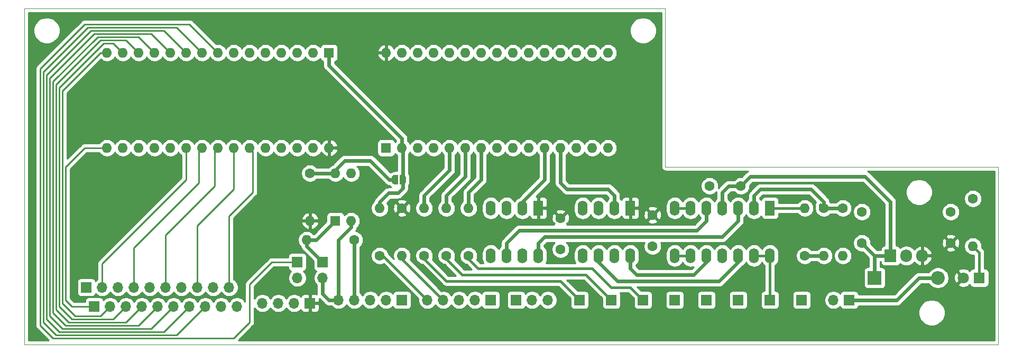
<source format=gbr>
%TF.GenerationSoftware,KiCad,Pcbnew,(5.1.6)-1*%
%TF.CreationDate,2020-09-07T22:38:35-04:00*%
%TF.ProjectId,FATARMATRIXPCBBOARD,46415441-524d-4415-9452-495850434242,rev?*%
%TF.SameCoordinates,Original*%
%TF.FileFunction,Copper,L1,Top*%
%TF.FilePolarity,Positive*%
%FSLAX46Y46*%
G04 Gerber Fmt 4.6, Leading zero omitted, Abs format (unit mm)*
G04 Created by KiCad (PCBNEW (5.1.6)-1) date 2020-09-07 22:38:35*
%MOMM*%
%LPD*%
G01*
G04 APERTURE LIST*
%TA.AperFunction,Profile*%
%ADD10C,0.050000*%
%TD*%
%TA.AperFunction,ComponentPad*%
%ADD11O,1.600000X1.600000*%
%TD*%
%TA.AperFunction,ComponentPad*%
%ADD12R,1.600000X1.600000*%
%TD*%
%TA.AperFunction,ComponentPad*%
%ADD13O,1.700000X1.700000*%
%TD*%
%TA.AperFunction,ComponentPad*%
%ADD14R,1.700000X1.700000*%
%TD*%
%TA.AperFunction,SMDPad,CuDef*%
%ADD15C,0.100000*%
%TD*%
%TA.AperFunction,ComponentPad*%
%ADD16O,1.600000X2.400000*%
%TD*%
%TA.AperFunction,ComponentPad*%
%ADD17R,1.600000X2.400000*%
%TD*%
%TA.AperFunction,ComponentPad*%
%ADD18C,1.600000*%
%TD*%
%TA.AperFunction,ComponentPad*%
%ADD19O,1.905000X2.000000*%
%TD*%
%TA.AperFunction,ComponentPad*%
%ADD20R,1.905000X2.000000*%
%TD*%
%TA.AperFunction,ComponentPad*%
%ADD21C,1.800000*%
%TD*%
%TA.AperFunction,ComponentPad*%
%ADD22R,1.800000X1.800000*%
%TD*%
%TA.AperFunction,ComponentPad*%
%ADD23O,2.200000X2.200000*%
%TD*%
%TA.AperFunction,ComponentPad*%
%ADD24R,2.200000X2.200000*%
%TD*%
%TA.AperFunction,Conductor*%
%ADD25C,0.609600*%
%TD*%
%TA.AperFunction,Conductor*%
%ADD26C,0.254000*%
%TD*%
%TA.AperFunction,Conductor*%
%ADD27C,0.406400*%
%TD*%
G04 APERTURE END LIST*
D10*
X57404000Y-111760000D02*
X57404000Y-165608000D01*
X160020000Y-111760000D02*
X57404000Y-111760000D01*
X160020000Y-114300000D02*
X160020000Y-111760000D01*
X160020000Y-137160000D02*
X160020000Y-114300000D01*
X213360000Y-137160000D02*
X160020000Y-137160000D01*
X213360000Y-165608000D02*
X213360000Y-137160000D01*
X57404000Y-165608000D02*
X213360000Y-165608000D01*
D11*
%TO.P,A2,16*%
%TO.N,T7*%
X70612000Y-134112000D03*
%TO.P,A2,15*%
%TO.N,T6*%
X70612000Y-118872000D03*
%TO.P,A2,30*%
%TO.N,+5V*%
X106172000Y-134112000D03*
%TO.P,A2,14*%
%TO.N,T5*%
X73152000Y-118872000D03*
%TO.P,A2,29*%
%TO.N,Net-(A2-Pad29)*%
X103632000Y-134112000D03*
%TO.P,A2,13*%
%TO.N,T4*%
X75692000Y-118872000D03*
%TO.P,A2,28*%
%TO.N,Net-(A2-Pad28)*%
X101092000Y-134112000D03*
%TO.P,A2,12*%
%TO.N,T3*%
X78232000Y-118872000D03*
%TO.P,A2,27*%
%TO.N,Net-(A2-Pad27)*%
X98552000Y-134112000D03*
%TO.P,A2,11*%
%TO.N,T2*%
X80772000Y-118872000D03*
%TO.P,A2,26*%
%TO.N,Net-(A2-Pad26)*%
X96012000Y-134112000D03*
%TO.P,A2,10*%
%TO.N,T1*%
X83312000Y-118872000D03*
%TO.P,A2,25*%
%TO.N,MK0*%
X93472000Y-134112000D03*
%TO.P,A2,9*%
%TO.N,T0*%
X85852000Y-118872000D03*
%TO.P,A2,24*%
%TO.N,MK1*%
X90932000Y-134112000D03*
%TO.P,A2,8*%
%TO.N,Net-(A2-Pad8)*%
X88392000Y-118872000D03*
%TO.P,A2,23*%
%TO.N,MK2*%
X88392000Y-134112000D03*
%TO.P,A2,7*%
%TO.N,Net-(A2-Pad7)*%
X90932000Y-118872000D03*
%TO.P,A2,22*%
%TO.N,MK3*%
X85852000Y-134112000D03*
%TO.P,A2,6*%
%TO.N,Net-(A2-Pad6)*%
X93472000Y-118872000D03*
%TO.P,A2,21*%
%TO.N,MK4*%
X83312000Y-134112000D03*
%TO.P,A2,5*%
%TO.N,Net-(A2-Pad5)*%
X96012000Y-118872000D03*
%TO.P,A2,20*%
%TO.N,MODWHEEL*%
X80772000Y-134112000D03*
%TO.P,A2,4*%
%TO.N,GND*%
X98552000Y-118872000D03*
%TO.P,A2,19*%
%TO.N,PITCHWHEEL*%
X78232000Y-134112000D03*
%TO.P,A2,3*%
%TO.N,Net-(A2-Pad3)*%
X101092000Y-118872000D03*
%TO.P,A2,18*%
%TO.N,Net-(A2-Pad18)*%
X75692000Y-134112000D03*
%TO.P,A2,2*%
%TO.N,Net-(A2-Pad2)*%
X103632000Y-118872000D03*
%TO.P,A2,17*%
%TO.N,Net-(A2-Pad17)*%
X73152000Y-134112000D03*
D12*
%TO.P,A2,1*%
%TO.N,MIDI_OUT_FATAR*%
X106172000Y-118872000D03*
%TD*%
D13*
%TO.P,J17,2*%
%TO.N,Net-(J1-Pad5)*%
X105156000Y-154940000D03*
D14*
%TO.P,J17,1*%
%TO.N,Net-(J17-Pad1)*%
X105156000Y-152400000D03*
%TD*%
D13*
%TO.P,J16,2*%
%TO.N,GND*%
X101092000Y-154940000D03*
D14*
%TO.P,J16,1*%
%TO.N,Net-(A2-Pad8)*%
X101092000Y-152400000D03*
%TD*%
%TA.AperFunction,SMDPad,CuDef*%
D15*
%TO.P,JP1,2*%
%TO.N,MIDI_OUT_FATAR*%
G36*
X117998000Y-138442602D02*
G01*
X118022534Y-138442602D01*
X118071365Y-138447412D01*
X118119490Y-138456984D01*
X118166445Y-138471228D01*
X118211778Y-138490005D01*
X118255051Y-138513136D01*
X118295850Y-138540396D01*
X118333779Y-138571524D01*
X118368476Y-138606221D01*
X118399604Y-138644150D01*
X118426864Y-138684949D01*
X118449995Y-138728222D01*
X118468772Y-138773555D01*
X118483016Y-138820510D01*
X118492588Y-138868635D01*
X118497398Y-138917466D01*
X118497398Y-138942000D01*
X118498000Y-138942000D01*
X118498000Y-139442000D01*
X118497398Y-139442000D01*
X118497398Y-139466534D01*
X118492588Y-139515365D01*
X118483016Y-139563490D01*
X118468772Y-139610445D01*
X118449995Y-139655778D01*
X118426864Y-139699051D01*
X118399604Y-139739850D01*
X118368476Y-139777779D01*
X118333779Y-139812476D01*
X118295850Y-139843604D01*
X118255051Y-139870864D01*
X118211778Y-139893995D01*
X118166445Y-139912772D01*
X118119490Y-139927016D01*
X118071365Y-139936588D01*
X118022534Y-139941398D01*
X117998000Y-139941398D01*
X117998000Y-139942000D01*
X117498000Y-139942000D01*
X117498000Y-138442000D01*
X117998000Y-138442000D01*
X117998000Y-138442602D01*
G37*
%TD.AperFunction*%
%TA.AperFunction,SMDPad,CuDef*%
%TO.P,JP1,1*%
%TO.N,EXTERNAL_MIDI_IN*%
G36*
X117198000Y-139942000D02*
G01*
X116698000Y-139942000D01*
X116698000Y-139941398D01*
X116673466Y-139941398D01*
X116624635Y-139936588D01*
X116576510Y-139927016D01*
X116529555Y-139912772D01*
X116484222Y-139893995D01*
X116440949Y-139870864D01*
X116400150Y-139843604D01*
X116362221Y-139812476D01*
X116327524Y-139777779D01*
X116296396Y-139739850D01*
X116269136Y-139699051D01*
X116246005Y-139655778D01*
X116227228Y-139610445D01*
X116212984Y-139563490D01*
X116203412Y-139515365D01*
X116198602Y-139466534D01*
X116198602Y-139442000D01*
X116198000Y-139442000D01*
X116198000Y-138942000D01*
X116198602Y-138942000D01*
X116198602Y-138917466D01*
X116203412Y-138868635D01*
X116212984Y-138820510D01*
X116227228Y-138773555D01*
X116246005Y-138728222D01*
X116269136Y-138684949D01*
X116296396Y-138644150D01*
X116327524Y-138606221D01*
X116362221Y-138571524D01*
X116400150Y-138540396D01*
X116440949Y-138513136D01*
X116484222Y-138490005D01*
X116529555Y-138471228D01*
X116576510Y-138456984D01*
X116624635Y-138447412D01*
X116673466Y-138442602D01*
X116698000Y-138442602D01*
X116698000Y-138442000D01*
X117198000Y-138442000D01*
X117198000Y-139942000D01*
G37*
%TD.AperFunction*%
%TD*%
D14*
%TO.P,J15,1*%
%TO.N,GND*%
X181864000Y-158496000D03*
%TD*%
%TO.P,J12,1*%
%TO.N,VELOCITY*%
X166624000Y-158496000D03*
%TD*%
%TO.P,J11,1*%
%TO.N,NOTE*%
X171704000Y-158496000D03*
%TD*%
%TO.P,J10,1*%
%TO.N,PITCHBEND*%
X161544000Y-158496000D03*
%TD*%
%TO.P,J9,1*%
%TO.N,CONTROL*%
X176784000Y-158496000D03*
%TD*%
%TO.P,J8,1*%
%TO.N,CLOCK*%
X156464000Y-158496000D03*
%TD*%
%TO.P,J7,1*%
%TO.N,TRIGGER*%
X151384000Y-158496000D03*
%TD*%
%TO.P,J6,1*%
%TO.N,GATE*%
X146304000Y-158496000D03*
%TD*%
D13*
%TO.P,J14,10*%
%TO.N,Net-(J14-Pad10)*%
X91440000Y-159512000D03*
%TO.P,J14,9*%
%TO.N,Net-(J14-Pad9)*%
X88900000Y-159512000D03*
%TO.P,J14,8*%
%TO.N,T0*%
X86360000Y-159512000D03*
%TO.P,J14,7*%
%TO.N,T1*%
X83820000Y-159512000D03*
%TO.P,J14,6*%
%TO.N,T2*%
X81280000Y-159512000D03*
%TO.P,J14,5*%
%TO.N,T3*%
X78740000Y-159512000D03*
%TO.P,J14,4*%
%TO.N,T4*%
X76200000Y-159512000D03*
%TO.P,J14,3*%
%TO.N,T5*%
X73660000Y-159512000D03*
%TO.P,J14,2*%
%TO.N,T6*%
X71120000Y-159512000D03*
D14*
%TO.P,J14,1*%
%TO.N,T7*%
X68580000Y-159512000D03*
%TD*%
D13*
%TO.P,J2,10*%
%TO.N,MK0*%
X90170000Y-156464000D03*
%TO.P,J2,9*%
%TO.N,BR0*%
X87630000Y-156464000D03*
%TO.P,J2,8*%
%TO.N,MK1*%
X85090000Y-156464000D03*
%TO.P,J2,7*%
%TO.N,BR1*%
X82550000Y-156464000D03*
%TO.P,J2,6*%
%TO.N,MK2*%
X80010000Y-156464000D03*
%TO.P,J2,5*%
%TO.N,BR2*%
X77470000Y-156464000D03*
%TO.P,J2,4*%
%TO.N,MK3*%
X74930000Y-156464000D03*
%TO.P,J2,3*%
%TO.N,BR3*%
X72390000Y-156464000D03*
%TO.P,J2,2*%
%TO.N,MK4*%
X69850000Y-156464000D03*
D14*
%TO.P,J2,1*%
%TO.N,BR4*%
X67310000Y-156464000D03*
%TD*%
D11*
%TO.P,A1,16*%
%TO.N,Net-(A1-Pad16)*%
X150876000Y-118872000D03*
%TO.P,A1,15*%
%TO.N,Net-(A1-Pad15)*%
X150876000Y-134112000D03*
%TO.P,A1,30*%
%TO.N,+5V*%
X115316000Y-118872000D03*
%TO.P,A1,14*%
%TO.N,Net-(A1-Pad14)*%
X148336000Y-134112000D03*
%TO.P,A1,29*%
%TO.N,Net-(A1-Pad29)*%
X117856000Y-118872000D03*
%TO.P,A1,13*%
%TO.N,Net-(A1-Pad13)*%
X145796000Y-134112000D03*
%TO.P,A1,28*%
%TO.N,Net-(A1-Pad28)*%
X120396000Y-118872000D03*
%TO.P,A1,12*%
%TO.N,Net-(A1-Pad12)*%
X143256000Y-134112000D03*
%TO.P,A1,27*%
%TO.N,Net-(A1-Pad27)*%
X122936000Y-118872000D03*
%TO.P,A1,11*%
%TO.N,Net-(A1-Pad11)*%
X140716000Y-134112000D03*
%TO.P,A1,26*%
%TO.N,Net-(A1-Pad26)*%
X125476000Y-118872000D03*
%TO.P,A1,10*%
%TO.N,Net-(A1-Pad10)*%
X138176000Y-134112000D03*
%TO.P,A1,25*%
%TO.N,Net-(A1-Pad25)*%
X128016000Y-118872000D03*
%TO.P,A1,9*%
%TO.N,Net-(A1-Pad9)*%
X135636000Y-134112000D03*
%TO.P,A1,24*%
%TO.N,Net-(A1-Pad24)*%
X130556000Y-118872000D03*
%TO.P,A1,8*%
%TO.N,Net-(A1-Pad8)*%
X133096000Y-134112000D03*
%TO.P,A1,23*%
%TO.N,Net-(A1-Pad23)*%
X133096000Y-118872000D03*
%TO.P,A1,7*%
%TO.N,Net-(A1-Pad7)*%
X130556000Y-134112000D03*
%TO.P,A1,22*%
%TO.N,Net-(A1-Pad22)*%
X135636000Y-118872000D03*
%TO.P,A1,6*%
%TO.N,Net-(A1-Pad6)*%
X128016000Y-134112000D03*
%TO.P,A1,21*%
%TO.N,Net-(A1-Pad21)*%
X138176000Y-118872000D03*
%TO.P,A1,5*%
%TO.N,Net-(A1-Pad5)*%
X125476000Y-134112000D03*
%TO.P,A1,20*%
%TO.N,Net-(A1-Pad20)*%
X140716000Y-118872000D03*
%TO.P,A1,4*%
%TO.N,GND*%
X122936000Y-134112000D03*
%TO.P,A1,19*%
%TO.N,Net-(A1-Pad19)*%
X143256000Y-118872000D03*
%TO.P,A1,3*%
%TO.N,Net-(A1-Pad3)*%
X120396000Y-134112000D03*
%TO.P,A1,18*%
%TO.N,Net-(A1-Pad18)*%
X145796000Y-118872000D03*
%TO.P,A1,2*%
%TO.N,MIDI_OUT_FATAR*%
X117856000Y-134112000D03*
%TO.P,A1,17*%
%TO.N,Net-(A1-Pad17)*%
X148336000Y-118872000D03*
D12*
%TO.P,A1,1*%
%TO.N,Net-(A1-Pad1)*%
X115316000Y-134112000D03*
%TD*%
D16*
%TO.P,U1,8*%
%TO.N,Net-(U1-Pad8)*%
X154432000Y-151384000D03*
%TO.P,U1,4*%
%TO.N,Net-(A1-Pad14)*%
X146812000Y-143764000D03*
%TO.P,U1,7*%
%TO.N,GND*%
X151892000Y-151384000D03*
%TO.P,U1,3*%
%TO.N,Net-(A1-Pad16)*%
X149352000Y-143764000D03*
%TO.P,U1,6*%
%TO.N,Net-(U1-Pad6)*%
X149352000Y-151384000D03*
%TO.P,U1,2*%
%TO.N,Net-(A1-Pad12)*%
X151892000Y-143764000D03*
%TO.P,U1,5*%
%TO.N,GND*%
X146812000Y-151384000D03*
D17*
%TO.P,U1,1*%
%TO.N,+5V*%
X154432000Y-143764000D03*
%TD*%
D16*
%TO.P,U4,14*%
%TO.N,CONTROL*%
X176784000Y-151384000D03*
%TO.P,U4,7*%
%TO.N,VELOCITY*%
X161544000Y-143764000D03*
%TO.P,U4,13*%
%TO.N,CONTROL*%
X174244000Y-151384000D03*
%TO.P,U4,6*%
%TO.N,VELOCITY*%
X164084000Y-143764000D03*
%TO.P,U4,12*%
%TO.N,Net-(U1-Pad6)*%
X171704000Y-151384000D03*
%TO.P,U4,5*%
%TO.N,Net-(U2-Pad6)*%
X166624000Y-143764000D03*
%TO.P,U4,11*%
%TO.N,GND*%
X169164000Y-151384000D03*
%TO.P,U4,4*%
%TO.N,+12V*%
X169164000Y-143764000D03*
%TO.P,U4,10*%
%TO.N,Net-(U1-Pad8)*%
X166624000Y-151384000D03*
%TO.P,U4,3*%
%TO.N,Net-(U2-Pad8)*%
X171704000Y-143764000D03*
%TO.P,U4,9*%
%TO.N,PITCHBEND*%
X164084000Y-151384000D03*
%TO.P,U4,2*%
%TO.N,Net-(R6-Pad1)*%
X174244000Y-143764000D03*
%TO.P,U4,8*%
%TO.N,PITCHBEND*%
X161544000Y-151384000D03*
D17*
%TO.P,U4,1*%
%TO.N,NOTE*%
X176784000Y-143764000D03*
%TD*%
D11*
%TO.P,R8,2*%
%TO.N,NOTE*%
X182372000Y-143764000D03*
D18*
%TO.P,R8,1*%
%TO.N,Net-(R7-Pad2)*%
X182372000Y-151384000D03*
%TD*%
%TO.P,C5,2*%
%TO.N,+12V*%
X172132000Y-140208000D03*
%TO.P,C5,1*%
%TO.N,GND*%
X167132000Y-140208000D03*
%TD*%
D19*
%TO.P,U6,3*%
%TO.N,+5V*%
X201168000Y-151384000D03*
%TO.P,U6,2*%
%TO.N,GND*%
X198628000Y-151384000D03*
D20*
%TO.P,U6,1*%
%TO.N,+12V*%
X196088000Y-151384000D03*
%TD*%
D11*
%TO.P,U3,4*%
%TO.N,EXTERNAL_MIDI_IN*%
X107188000Y-138176000D03*
%TO.P,U3,2*%
%TO.N,Net-(J1-Pad5)*%
X109728000Y-145796000D03*
%TO.P,U3,3*%
%TO.N,GND*%
X109728000Y-138176000D03*
D12*
%TO.P,U3,1*%
%TO.N,Net-(J17-Pad1)*%
X107188000Y-145796000D03*
%TD*%
D16*
%TO.P,U2,8*%
%TO.N,Net-(U2-Pad8)*%
X139700000Y-151384000D03*
%TO.P,U2,4*%
%TO.N,Net-(A1-Pad14)*%
X132080000Y-143764000D03*
%TO.P,U2,7*%
%TO.N,GND*%
X137160000Y-151384000D03*
%TO.P,U2,3*%
%TO.N,Net-(A1-Pad16)*%
X134620000Y-143764000D03*
%TO.P,U2,6*%
%TO.N,Net-(U2-Pad6)*%
X134620000Y-151384000D03*
%TO.P,U2,2*%
%TO.N,Net-(A1-Pad11)*%
X137160000Y-143764000D03*
%TO.P,U2,5*%
%TO.N,GND*%
X132080000Y-151384000D03*
D17*
%TO.P,U2,1*%
%TO.N,+5V*%
X139700000Y-143764000D03*
%TD*%
D11*
%TO.P,R11,2*%
%TO.N,Net-(D3-Pad1)*%
X209296000Y-149860000D03*
D18*
%TO.P,R11,1*%
%TO.N,GND*%
X209296000Y-142240000D03*
%TD*%
D11*
%TO.P,R10,2*%
%TO.N,Net-(J4-Pad4)*%
X117856000Y-151384000D03*
D18*
%TO.P,R10,1*%
%TO.N,+5V*%
X117856000Y-143764000D03*
%TD*%
D11*
%TO.P,R9,2*%
%TO.N,MIDI_OUT_FATAR*%
X114300000Y-143764000D03*
D18*
%TO.P,R9,1*%
%TO.N,Net-(J4-Pad5)*%
X114300000Y-151384000D03*
%TD*%
D11*
%TO.P,R7,2*%
%TO.N,Net-(R7-Pad2)*%
X185420000Y-151384000D03*
D18*
%TO.P,R7,1*%
%TO.N,Net-(R6-Pad1)*%
X185420000Y-143764000D03*
%TD*%
D11*
%TO.P,R6,2*%
%TO.N,GND*%
X188468000Y-151384000D03*
D18*
%TO.P,R6,1*%
%TO.N,Net-(R6-Pad1)*%
X188468000Y-143764000D03*
%TD*%
D11*
%TO.P,R5,2*%
%TO.N,+5V*%
X103124000Y-145796000D03*
D18*
%TO.P,R5,1*%
%TO.N,EXTERNAL_MIDI_IN*%
X103124000Y-138176000D03*
%TD*%
D11*
%TO.P,R4,2*%
%TO.N,Net-(A1-Pad5)*%
X121412000Y-143764000D03*
D18*
%TO.P,R4,1*%
%TO.N,GATE*%
X121412000Y-151384000D03*
%TD*%
D11*
%TO.P,R3,2*%
%TO.N,Net-(A1-Pad6)*%
X124968000Y-143764000D03*
D18*
%TO.P,R3,1*%
%TO.N,TRIGGER*%
X124968000Y-151384000D03*
%TD*%
D11*
%TO.P,R2,2*%
%TO.N,Net-(A1-Pad7)*%
X128524000Y-143764000D03*
D18*
%TO.P,R2,1*%
%TO.N,CLOCK*%
X128524000Y-151384000D03*
%TD*%
D11*
%TO.P,R1,2*%
%TO.N,Net-(J17-Pad1)*%
X102616000Y-148844000D03*
D18*
%TO.P,R1,1*%
%TO.N,Net-(J1-Pad4)*%
X110236000Y-148844000D03*
%TD*%
D13*
%TO.P,J13,4*%
%TO.N,GND*%
X95504000Y-159004000D03*
%TO.P,J13,3*%
%TO.N,PITCHWHEEL*%
X98044000Y-159004000D03*
%TO.P,J13,2*%
%TO.N,MODWHEEL*%
X100584000Y-159004000D03*
D14*
%TO.P,J13,1*%
%TO.N,+5V*%
X103124000Y-159004000D03*
%TD*%
D13*
%TO.P,J5,2*%
%TO.N,GND*%
X186944000Y-158496000D03*
D14*
%TO.P,J5,1*%
%TO.N,Net-(D2-Pad2)*%
X189484000Y-158496000D03*
%TD*%
D13*
%TO.P,J4,5*%
%TO.N,Net-(J4-Pad5)*%
X121920000Y-158496000D03*
%TO.P,J4,4*%
%TO.N,Net-(J4-Pad4)*%
X124460000Y-158496000D03*
%TO.P,J4,3*%
%TO.N,Net-(J4-Pad3)*%
X127000000Y-158496000D03*
%TO.P,J4,2*%
%TO.N,GND*%
X129540000Y-158496000D03*
D14*
%TO.P,J4,1*%
%TO.N,Net-(J4-Pad1)*%
X132080000Y-158496000D03*
%TD*%
D13*
%TO.P,J3,3*%
%TO.N,Net-(A1-Pad19)*%
X141224000Y-158496000D03*
%TO.P,J3,2*%
%TO.N,GND*%
X138684000Y-158496000D03*
D14*
%TO.P,J3,1*%
%TO.N,Net-(A1-Pad21)*%
X136144000Y-158496000D03*
%TD*%
D13*
%TO.P,J1,5*%
%TO.N,Net-(J1-Pad5)*%
X107696000Y-158496000D03*
%TO.P,J1,4*%
%TO.N,Net-(J1-Pad4)*%
X110236000Y-158496000D03*
%TO.P,J1,3*%
%TO.N,Net-(J1-Pad3)*%
X112776000Y-158496000D03*
%TO.P,J1,2*%
%TO.N,GND*%
X115316000Y-158496000D03*
D14*
%TO.P,J1,1*%
%TO.N,Net-(J1-Pad1)*%
X117856000Y-158496000D03*
%TD*%
D21*
%TO.P,D3,2*%
%TO.N,+5V*%
X207772000Y-154940000D03*
D22*
%TO.P,D3,1*%
%TO.N,Net-(D3-Pad1)*%
X210312000Y-154940000D03*
%TD*%
D23*
%TO.P,D2,2*%
%TO.N,Net-(D2-Pad2)*%
X203708000Y-154940000D03*
D24*
%TO.P,D2,1*%
%TO.N,+12V*%
X193548000Y-154940000D03*
%TD*%
D18*
%TO.P,C4,2*%
%TO.N,GND*%
X205740000Y-144352000D03*
%TO.P,C4,1*%
%TO.N,+5V*%
X205740000Y-149352000D03*
%TD*%
%TO.P,C3,2*%
%TO.N,GND*%
X191516000Y-144352000D03*
%TO.P,C3,1*%
%TO.N,+12V*%
X191516000Y-149352000D03*
%TD*%
%TO.P,C2,1*%
%TO.N,GND*%
X143256000Y-150368000D03*
%TO.P,C2,2*%
%TO.N,+5V*%
X143256000Y-145368000D03*
%TD*%
%TO.P,C1,2*%
%TO.N,+5V*%
X157988000Y-144860000D03*
%TO.P,C1,1*%
%TO.N,GND*%
X157988000Y-149860000D03*
%TD*%
D25*
%TO.N,Net-(A1-Pad12)*%
X144272000Y-140716000D02*
X143256000Y-139700000D01*
X143256000Y-139700000D02*
X143256000Y-134112000D01*
X150876000Y-140716000D02*
X144272000Y-140716000D01*
X151892000Y-143764000D02*
X151892000Y-141732000D01*
X151892000Y-141732000D02*
X150876000Y-140716000D01*
%TO.N,Net-(A1-Pad11)*%
X140716000Y-139192000D02*
X140716000Y-134112000D01*
X137160000Y-143764000D02*
X137160000Y-142748000D01*
X137160000Y-142748000D02*
X140716000Y-139192000D01*
%TO.N,Net-(A1-Pad7)*%
X130556000Y-136652000D02*
X130556000Y-134112000D01*
X128524000Y-143764000D02*
X128524000Y-141224000D01*
X130556000Y-139192000D02*
X130556000Y-136652000D01*
X128524000Y-141224000D02*
X130556000Y-139192000D01*
%TO.N,Net-(A1-Pad6)*%
X128016000Y-136144000D02*
X128016000Y-134112000D01*
X124968000Y-143764000D02*
X124968000Y-141732000D01*
X128016000Y-138684000D02*
X128016000Y-136144000D01*
X124968000Y-141732000D02*
X128016000Y-138684000D01*
%TO.N,Net-(A1-Pad5)*%
X125476000Y-136144000D02*
X125476000Y-134112000D01*
X121412000Y-143764000D02*
X121412000Y-141732000D01*
X125476000Y-137668000D02*
X125476000Y-136144000D01*
X121412000Y-141732000D02*
X125476000Y-137668000D01*
D26*
%TO.N,MIDI_OUT_FATAR*%
X106172000Y-118872000D02*
X106172000Y-120396000D01*
D25*
X106172000Y-120904000D02*
X106172000Y-118872000D01*
X117856000Y-134112000D02*
X117856000Y-132588000D01*
X117856000Y-132588000D02*
X106172000Y-120904000D01*
X117206000Y-141366000D02*
X115682000Y-141366000D01*
X117998000Y-139192000D02*
X117998000Y-140574000D01*
X114300000Y-142748000D02*
X114300000Y-143764000D01*
X115682000Y-141366000D02*
X114300000Y-142748000D01*
X117998000Y-140574000D02*
X117206000Y-141366000D01*
X117998000Y-134254000D02*
X117856000Y-134112000D01*
X117998000Y-139192000D02*
X117998000Y-134254000D01*
D26*
%TO.N,T7*%
X64008000Y-137160000D02*
X67056000Y-134112000D01*
X64008000Y-158496000D02*
X64008000Y-137160000D01*
X68580000Y-159512000D02*
X65024000Y-159512000D01*
X67056000Y-134112000D02*
X70612000Y-134112000D01*
X65024000Y-159512000D02*
X64008000Y-158496000D01*
%TO.N,T6*%
X69596000Y-161036000D02*
X71120000Y-159512000D01*
X69596000Y-118872000D02*
X63500000Y-124968000D01*
X70612000Y-118872000D02*
X69596000Y-118872000D01*
X63500000Y-124968000D02*
X63500000Y-159004000D01*
X63500000Y-159004000D02*
X65532000Y-161036000D01*
X65532000Y-161036000D02*
X69596000Y-161036000D01*
%TO.N,T5*%
X71628000Y-161544000D02*
X73660000Y-159512000D01*
X65024000Y-161544000D02*
X71628000Y-161544000D01*
X71628000Y-117348000D02*
X70104000Y-117348000D01*
X62992000Y-159512000D02*
X65024000Y-161544000D01*
X73152000Y-118872000D02*
X71628000Y-117348000D01*
X70104000Y-117348000D02*
X62992000Y-124460000D01*
X62992000Y-124460000D02*
X62992000Y-159512000D01*
%TO.N,T4*%
X73660000Y-116840000D02*
X75692000Y-118872000D01*
X69596000Y-116840000D02*
X73660000Y-116840000D01*
X73660000Y-162052000D02*
X64516000Y-162052000D01*
X76200000Y-159512000D02*
X73660000Y-162052000D01*
X62484000Y-123952000D02*
X69596000Y-116840000D01*
X64516000Y-162052000D02*
X62484000Y-160020000D01*
X62484000Y-160020000D02*
X62484000Y-123952000D01*
%TO.N,T3*%
X75692000Y-162560000D02*
X78740000Y-159512000D01*
X64008000Y-162560000D02*
X75692000Y-162560000D01*
X69121517Y-116332000D02*
X61976000Y-123477517D01*
X61976000Y-123477517D02*
X61976000Y-160528000D01*
X75692000Y-116332000D02*
X69121517Y-116332000D01*
X78232000Y-118872000D02*
X75692000Y-116332000D01*
X61976000Y-160528000D02*
X64008000Y-162560000D01*
%TO.N,T2*%
X77724000Y-163068000D02*
X81280000Y-159512000D01*
X77724000Y-115824000D02*
X68580000Y-115824000D01*
X63500000Y-163068000D02*
X77724000Y-163068000D01*
X80772000Y-118872000D02*
X77724000Y-115824000D01*
X68580000Y-115824000D02*
X61468000Y-122936000D01*
X61468000Y-122936000D02*
X61468000Y-161036000D01*
X61468000Y-161036000D02*
X63500000Y-163068000D01*
%TO.N,T1*%
X79756000Y-163576000D02*
X83820000Y-159512000D01*
X62992000Y-163576000D02*
X79756000Y-163576000D01*
X79756000Y-115316000D02*
X68072000Y-115316000D01*
X68072000Y-115316000D02*
X60960000Y-122428000D01*
X83312000Y-118872000D02*
X79756000Y-115316000D01*
X60960000Y-161544000D02*
X62992000Y-163576000D01*
X60960000Y-122428000D02*
X60960000Y-161544000D01*
%TO.N,MK4*%
X83312000Y-139192000D02*
X83312000Y-134112000D01*
X69850000Y-153162000D02*
X69850000Y-152654000D01*
X69850000Y-153162000D02*
X69850000Y-152908000D01*
X69850000Y-152654000D02*
X70358000Y-152146000D01*
X69850000Y-156464000D02*
X69850000Y-153162000D01*
X70358000Y-152146000D02*
X83312000Y-139192000D01*
%TO.N,T0*%
X81788000Y-114808000D02*
X85852000Y-118872000D01*
X86360000Y-159512000D02*
X81788000Y-164084000D01*
X62484000Y-164084000D02*
X60452000Y-162052000D01*
X60452000Y-162052000D02*
X60452000Y-121920000D01*
X67564000Y-114808000D02*
X81788000Y-114808000D01*
X81788000Y-164084000D02*
X62484000Y-164084000D01*
X60452000Y-121920000D02*
X67564000Y-114808000D01*
%TO.N,MK3*%
X85344000Y-139700000D02*
X85344000Y-134620000D01*
X74930000Y-150114000D02*
X85344000Y-139700000D01*
X85344000Y-134620000D02*
X85852000Y-134112000D01*
X74930000Y-156464000D02*
X74930000Y-150114000D01*
%TO.N,MK2*%
X80010000Y-148082000D02*
X80010000Y-156210000D01*
X88392000Y-134112000D02*
X87884000Y-134620000D01*
X87884000Y-140208000D02*
X80010000Y-148082000D01*
X87884000Y-134620000D02*
X87884000Y-140208000D01*
%TO.N,MK1*%
X90932000Y-140716000D02*
X90932000Y-134112000D01*
X85090000Y-146558000D02*
X90932000Y-140716000D01*
X85090000Y-156210000D02*
X85090000Y-146558000D01*
%TO.N,MK0*%
X90170000Y-145034000D02*
X90170000Y-156210000D01*
X93980000Y-141224000D02*
X90170000Y-145034000D01*
X93472000Y-134112000D02*
X93980000Y-134620000D01*
X93980000Y-134620000D02*
X93980000Y-141224000D01*
D25*
%TO.N,+12V*%
X169164000Y-143764000D02*
X169164000Y-141224000D01*
X170180000Y-140208000D02*
X172132000Y-140208000D01*
X169164000Y-141224000D02*
X170180000Y-140208000D01*
X173656000Y-138684000D02*
X172132000Y-140208000D01*
X192024000Y-138684000D02*
X173656000Y-138684000D01*
X196088000Y-151384000D02*
X196088000Y-142748000D01*
X196088000Y-142748000D02*
X192024000Y-138684000D01*
X193548000Y-151384000D02*
X191516000Y-149352000D01*
X196088000Y-151384000D02*
X193548000Y-151384000D01*
X193548000Y-154940000D02*
X193548000Y-151384000D01*
%TO.N,Net-(D2-Pad2)*%
X200660000Y-154940000D02*
X203708000Y-154940000D01*
X189484000Y-158496000D02*
X197104000Y-158496000D01*
X197104000Y-158496000D02*
X200660000Y-154940000D01*
%TO.N,Net-(J1-Pad5)*%
X107696000Y-158496000D02*
X107696000Y-148844000D01*
X109728000Y-146812000D02*
X109728000Y-145796000D01*
X107696000Y-148844000D02*
X109728000Y-146812000D01*
D27*
%TO.N,Net-(D3-Pad1)*%
X210312000Y-150876000D02*
X209296000Y-149860000D01*
X210312000Y-154940000D02*
X210312000Y-150876000D01*
D25*
%TO.N,Net-(J1-Pad4)*%
X110236000Y-158496000D02*
X110236000Y-149352000D01*
D27*
%TO.N,Net-(J4-Pad5)*%
X121920000Y-158496000D02*
X122428000Y-158496000D01*
X114808000Y-151384000D02*
X114300000Y-151384000D01*
X121920000Y-158496000D02*
X114808000Y-151384000D01*
%TO.N,Net-(J4-Pad4)*%
X117856000Y-151892000D02*
X117856000Y-151384000D01*
X124460000Y-158496000D02*
X117856000Y-151892000D01*
D25*
%TO.N,EXTERNAL_MIDI_IN*%
X107188000Y-138176000D02*
X103124000Y-138176000D01*
X112776000Y-136144000D02*
X108712000Y-136144000D01*
X107188000Y-137668000D02*
X107188000Y-138176000D01*
X108712000Y-136144000D02*
X107188000Y-137668000D01*
X116190000Y-139192000D02*
X115824000Y-139192000D01*
X115824000Y-139192000D02*
X112776000Y-136144000D01*
D27*
%TO.N,CLOCK*%
X128524000Y-151892000D02*
X128524000Y-151384000D01*
X151384000Y-156464000D02*
X148336000Y-153416000D01*
X154432000Y-156464000D02*
X151384000Y-156464000D01*
X156464000Y-158496000D02*
X154432000Y-156464000D01*
X148336000Y-153416000D02*
X130048000Y-153416000D01*
X130048000Y-153416000D02*
X128524000Y-151892000D01*
%TO.N,TRIGGER*%
X127508000Y-154432000D02*
X124968000Y-151892000D01*
X151384000Y-158496000D02*
X147320000Y-154432000D01*
X124968000Y-151892000D02*
X124968000Y-151384000D01*
X147320000Y-154432000D02*
X127508000Y-154432000D01*
%TO.N,GATE*%
X121412000Y-151892000D02*
X121412000Y-151384000D01*
X124968000Y-155448000D02*
X121412000Y-151892000D01*
X146304000Y-158496000D02*
X143256000Y-155448000D01*
X143256000Y-155448000D02*
X124968000Y-155448000D01*
D25*
%TO.N,Net-(R6-Pad1)*%
X185420000Y-143764000D02*
X188468000Y-143764000D01*
X184912000Y-143256000D02*
X185420000Y-143764000D01*
X174244000Y-141732000D02*
X174244000Y-143764000D01*
X175260000Y-140716000D02*
X174244000Y-141732000D01*
X185420000Y-143764000D02*
X185420000Y-142748000D01*
X183388000Y-140716000D02*
X175260000Y-140716000D01*
X185420000Y-142748000D02*
X183388000Y-140716000D01*
%TO.N,Net-(R7-Pad2)*%
X182372000Y-151384000D02*
X185420000Y-151384000D01*
D27*
%TO.N,NOTE*%
X182372000Y-143764000D02*
X176784000Y-143764000D01*
D25*
%TO.N,Net-(U1-Pad8)*%
X164592000Y-154432000D02*
X166624000Y-152400000D01*
X155448000Y-154432000D02*
X164592000Y-154432000D01*
X166624000Y-152400000D02*
X166624000Y-151384000D01*
X154432000Y-151384000D02*
X154432000Y-153416000D01*
X154432000Y-153416000D02*
X155448000Y-154432000D01*
%TO.N,Net-(U1-Pad6)*%
X168656000Y-155448000D02*
X152400000Y-155448000D01*
X152400000Y-155448000D02*
X149352000Y-152400000D01*
X171704000Y-151384000D02*
X171704000Y-152400000D01*
X149352000Y-152400000D02*
X149352000Y-151384000D01*
X171704000Y-152400000D02*
X168656000Y-155448000D01*
%TO.N,Net-(U2-Pad8)*%
X171704000Y-145796000D02*
X171704000Y-143764000D01*
X169164000Y-148336000D02*
X171704000Y-145796000D01*
X140716000Y-148336000D02*
X169164000Y-148336000D01*
X139700000Y-151384000D02*
X139700000Y-149352000D01*
X139700000Y-149352000D02*
X140716000Y-148336000D01*
%TO.N,Net-(U2-Pad6)*%
X166624000Y-145796000D02*
X166624000Y-143764000D01*
X165100000Y-147320000D02*
X166624000Y-145796000D01*
X136652000Y-147320000D02*
X165100000Y-147320000D01*
X134620000Y-151384000D02*
X134620000Y-149352000D01*
X134620000Y-149352000D02*
X136652000Y-147320000D01*
D27*
%TO.N,CONTROL*%
X176784000Y-158496000D02*
X176784000Y-151384000D01*
X176784000Y-151384000D02*
X174244000Y-151384000D01*
%TO.N,VELOCITY*%
X161544000Y-143764000D02*
X164084000Y-143764000D01*
%TO.N,PITCHBEND*%
X161544000Y-151384000D02*
X164084000Y-151384000D01*
D26*
%TO.N,Net-(A2-Pad8)*%
X101092000Y-152400000D02*
X101600000Y-152400000D01*
X67056000Y-114300000D02*
X83820000Y-114300000D01*
X59944000Y-162560000D02*
X59944000Y-121412000D01*
X61976000Y-164592000D02*
X59944000Y-162560000D01*
X93472000Y-155956000D02*
X93472000Y-162052000D01*
X83820000Y-114300000D02*
X88392000Y-118872000D01*
X59944000Y-121412000D02*
X67056000Y-114300000D01*
X101092000Y-152400000D02*
X97028000Y-152400000D01*
X93472000Y-162052000D02*
X90932000Y-164592000D01*
X97028000Y-152400000D02*
X93472000Y-155956000D01*
X90932000Y-164592000D02*
X61976000Y-164592000D01*
D25*
%TO.N,Net-(J1-Pad5)*%
X107696000Y-158496000D02*
X106172000Y-158496000D01*
X105156000Y-157480000D02*
X105156000Y-154940000D01*
X106172000Y-158496000D02*
X105156000Y-157480000D01*
%TO.N,Net-(J17-Pad1)*%
X102616000Y-148844000D02*
X104140000Y-148844000D01*
X104648000Y-148336000D02*
X107188000Y-145796000D01*
X104140000Y-148844000D02*
X104648000Y-148336000D01*
X102616000Y-149860000D02*
X102616000Y-148844000D01*
X105156000Y-152400000D02*
X102616000Y-149860000D01*
%TD*%
D26*
%TO.N,+5V*%
G36*
X159360000Y-114332418D02*
G01*
X159360001Y-114332428D01*
X159360000Y-137127581D01*
X159356807Y-137160000D01*
X159369550Y-137289383D01*
X159407290Y-137413793D01*
X159468575Y-137528450D01*
X159524297Y-137596347D01*
X159551052Y-137628948D01*
X159651550Y-137711425D01*
X159766207Y-137772710D01*
X159890617Y-137810450D01*
X160020000Y-137823193D01*
X160052419Y-137820000D01*
X173278781Y-137820000D01*
X173131349Y-137898804D01*
X172988246Y-138016246D01*
X172958818Y-138052104D01*
X172237923Y-138773000D01*
X171990665Y-138773000D01*
X171713426Y-138828147D01*
X171452273Y-138936320D01*
X171217241Y-139093363D01*
X171042404Y-139268200D01*
X170226157Y-139268200D01*
X170180000Y-139263654D01*
X170133843Y-139268200D01*
X170133833Y-139268200D01*
X169995767Y-139281798D01*
X169818614Y-139335537D01*
X169655348Y-139422804D01*
X169613648Y-139457027D01*
X169512246Y-139540246D01*
X169482816Y-139576107D01*
X168532110Y-140526814D01*
X168531616Y-140527219D01*
X168567000Y-140349335D01*
X168567000Y-140066665D01*
X168511853Y-139789426D01*
X168403680Y-139528273D01*
X168246637Y-139293241D01*
X168046759Y-139093363D01*
X167811727Y-138936320D01*
X167550574Y-138828147D01*
X167273335Y-138773000D01*
X166990665Y-138773000D01*
X166713426Y-138828147D01*
X166452273Y-138936320D01*
X166217241Y-139093363D01*
X166017363Y-139293241D01*
X165860320Y-139528273D01*
X165752147Y-139789426D01*
X165697000Y-140066665D01*
X165697000Y-140349335D01*
X165752147Y-140626574D01*
X165860320Y-140887727D01*
X166017363Y-141122759D01*
X166217241Y-141322637D01*
X166452273Y-141479680D01*
X166713426Y-141587853D01*
X166990665Y-141643000D01*
X167273335Y-141643000D01*
X167550574Y-141587853D01*
X167811727Y-141479680D01*
X168046759Y-141322637D01*
X168227767Y-141141629D01*
X168219654Y-141224000D01*
X168224201Y-141270167D01*
X168224201Y-142278896D01*
X168144393Y-142344392D01*
X167965068Y-142562899D01*
X167894000Y-142695858D01*
X167822932Y-142562899D01*
X167643608Y-142344392D01*
X167425101Y-142165068D01*
X167175808Y-142031818D01*
X166905309Y-141949764D01*
X166624000Y-141922057D01*
X166342692Y-141949764D01*
X166072193Y-142031818D01*
X165822900Y-142165068D01*
X165604393Y-142344392D01*
X165425068Y-142562899D01*
X165354000Y-142695858D01*
X165282932Y-142562899D01*
X165103608Y-142344392D01*
X164885101Y-142165068D01*
X164635808Y-142031818D01*
X164365309Y-141949764D01*
X164084000Y-141922057D01*
X163802692Y-141949764D01*
X163532193Y-142031818D01*
X163282900Y-142165068D01*
X163064393Y-142344392D01*
X162885068Y-142562899D01*
X162814000Y-142695858D01*
X162742932Y-142562899D01*
X162563608Y-142344392D01*
X162345101Y-142165068D01*
X162095808Y-142031818D01*
X161825309Y-141949764D01*
X161544000Y-141922057D01*
X161262692Y-141949764D01*
X160992193Y-142031818D01*
X160742900Y-142165068D01*
X160524393Y-142344392D01*
X160345068Y-142562899D01*
X160211818Y-142812192D01*
X160129764Y-143082691D01*
X160109000Y-143293508D01*
X160109000Y-144234491D01*
X160129764Y-144445308D01*
X160211818Y-144715807D01*
X160345068Y-144965100D01*
X160524392Y-145183607D01*
X160742899Y-145362932D01*
X160992192Y-145496182D01*
X161262691Y-145578236D01*
X161544000Y-145605943D01*
X161825308Y-145578236D01*
X162095807Y-145496182D01*
X162345100Y-145362932D01*
X162563607Y-145183608D01*
X162742932Y-144965101D01*
X162814000Y-144832142D01*
X162885068Y-144965100D01*
X163064392Y-145183607D01*
X163282899Y-145362932D01*
X163532192Y-145496182D01*
X163802691Y-145578236D01*
X164084000Y-145605943D01*
X164365308Y-145578236D01*
X164635807Y-145496182D01*
X164885100Y-145362932D01*
X165103607Y-145183608D01*
X165282932Y-144965101D01*
X165354000Y-144832142D01*
X165425068Y-144965100D01*
X165604392Y-145183607D01*
X165684200Y-145249104D01*
X165684200Y-145406722D01*
X164710724Y-146380200D01*
X144282147Y-146380200D01*
X144364977Y-146297370D01*
X144248704Y-146181097D01*
X144492671Y-146109514D01*
X144613571Y-145854004D01*
X144613897Y-145852702D01*
X157174903Y-145852702D01*
X157246486Y-146096671D01*
X157501996Y-146217571D01*
X157776184Y-146286300D01*
X158058512Y-146300217D01*
X158338130Y-146258787D01*
X158604292Y-146163603D01*
X158729514Y-146096671D01*
X158801097Y-145852702D01*
X157988000Y-145039605D01*
X157174903Y-145852702D01*
X144613897Y-145852702D01*
X144682300Y-145579816D01*
X144696217Y-145297488D01*
X144654787Y-145017870D01*
X144559603Y-144751708D01*
X144492671Y-144626486D01*
X144248702Y-144554903D01*
X143435605Y-145368000D01*
X143449748Y-145382143D01*
X143270143Y-145561748D01*
X143256000Y-145547605D01*
X143241858Y-145561748D01*
X143062253Y-145382143D01*
X143076395Y-145368000D01*
X142263298Y-144554903D01*
X142019329Y-144626486D01*
X141898429Y-144881996D01*
X141829700Y-145156184D01*
X141815783Y-145438512D01*
X141857213Y-145718130D01*
X141952397Y-145984292D01*
X142019329Y-146109514D01*
X142263296Y-146181097D01*
X142147023Y-146297370D01*
X142229853Y-146380200D01*
X136698157Y-146380200D01*
X136652000Y-146375654D01*
X136605843Y-146380200D01*
X136605833Y-146380200D01*
X136467767Y-146393798D01*
X136290614Y-146447537D01*
X136127348Y-146534804D01*
X136070820Y-146581196D01*
X135984246Y-146652246D01*
X135954816Y-146688107D01*
X133988110Y-148654814D01*
X133952247Y-148684246D01*
X133894959Y-148754052D01*
X133834804Y-148827349D01*
X133747538Y-148990614D01*
X133693799Y-149167767D01*
X133675654Y-149352000D01*
X133680201Y-149398167D01*
X133680201Y-149898896D01*
X133600393Y-149964392D01*
X133421068Y-150182899D01*
X133350000Y-150315858D01*
X133278932Y-150182899D01*
X133099608Y-149964392D01*
X132881101Y-149785068D01*
X132631808Y-149651818D01*
X132361309Y-149569764D01*
X132080000Y-149542057D01*
X131798692Y-149569764D01*
X131528193Y-149651818D01*
X131278900Y-149785068D01*
X131060393Y-149964392D01*
X130881068Y-150182899D01*
X130747818Y-150432192D01*
X130665764Y-150702691D01*
X130645000Y-150913508D01*
X130645000Y-151854491D01*
X130665764Y-152065308D01*
X130747818Y-152335807D01*
X130877166Y-152577800D01*
X130395194Y-152577800D01*
X129820705Y-152003311D01*
X129903853Y-151802574D01*
X129959000Y-151525335D01*
X129959000Y-151242665D01*
X129903853Y-150965426D01*
X129795680Y-150704273D01*
X129638637Y-150469241D01*
X129438759Y-150269363D01*
X129203727Y-150112320D01*
X128942574Y-150004147D01*
X128665335Y-149949000D01*
X128382665Y-149949000D01*
X128105426Y-150004147D01*
X127844273Y-150112320D01*
X127609241Y-150269363D01*
X127409363Y-150469241D01*
X127252320Y-150704273D01*
X127144147Y-150965426D01*
X127089000Y-151242665D01*
X127089000Y-151525335D01*
X127144147Y-151802574D01*
X127252320Y-152063727D01*
X127409363Y-152298759D01*
X127609241Y-152498637D01*
X127844273Y-152655680D01*
X128105426Y-152763853D01*
X128236540Y-152789934D01*
X129040406Y-153593800D01*
X127855194Y-153593800D01*
X126264705Y-152003312D01*
X126347853Y-151802574D01*
X126403000Y-151525335D01*
X126403000Y-151242665D01*
X126347853Y-150965426D01*
X126239680Y-150704273D01*
X126082637Y-150469241D01*
X125882759Y-150269363D01*
X125647727Y-150112320D01*
X125386574Y-150004147D01*
X125109335Y-149949000D01*
X124826665Y-149949000D01*
X124549426Y-150004147D01*
X124288273Y-150112320D01*
X124053241Y-150269363D01*
X123853363Y-150469241D01*
X123696320Y-150704273D01*
X123588147Y-150965426D01*
X123533000Y-151242665D01*
X123533000Y-151525335D01*
X123588147Y-151802574D01*
X123696320Y-152063727D01*
X123853363Y-152298759D01*
X124053241Y-152498637D01*
X124288273Y-152655680D01*
X124549426Y-152763853D01*
X124680541Y-152789934D01*
X126500406Y-154609800D01*
X125315194Y-154609800D01*
X122708705Y-152003312D01*
X122791853Y-151802574D01*
X122847000Y-151525335D01*
X122847000Y-151242665D01*
X122791853Y-150965426D01*
X122683680Y-150704273D01*
X122526637Y-150469241D01*
X122326759Y-150269363D01*
X122091727Y-150112320D01*
X121830574Y-150004147D01*
X121553335Y-149949000D01*
X121270665Y-149949000D01*
X120993426Y-150004147D01*
X120732273Y-150112320D01*
X120497241Y-150269363D01*
X120297363Y-150469241D01*
X120140320Y-150704273D01*
X120032147Y-150965426D01*
X119977000Y-151242665D01*
X119977000Y-151525335D01*
X120032147Y-151802574D01*
X120140320Y-152063727D01*
X120297363Y-152298759D01*
X120497241Y-152498637D01*
X120732273Y-152655680D01*
X120993426Y-152763853D01*
X121124541Y-152789934D01*
X124346191Y-156011585D01*
X124372436Y-156043564D01*
X124404412Y-156069806D01*
X124404414Y-156069808D01*
X124447756Y-156105378D01*
X124500068Y-156148309D01*
X124645683Y-156226142D01*
X124803684Y-156274071D01*
X124926830Y-156286200D01*
X124926839Y-156286200D01*
X124967999Y-156290254D01*
X125009159Y-156286200D01*
X142908807Y-156286200D01*
X144815928Y-158193322D01*
X144815928Y-159346000D01*
X144828188Y-159470482D01*
X144864498Y-159590180D01*
X144923463Y-159700494D01*
X145002815Y-159797185D01*
X145099506Y-159876537D01*
X145209820Y-159935502D01*
X145329518Y-159971812D01*
X145454000Y-159984072D01*
X147154000Y-159984072D01*
X147278482Y-159971812D01*
X147398180Y-159935502D01*
X147508494Y-159876537D01*
X147605185Y-159797185D01*
X147684537Y-159700494D01*
X147743502Y-159590180D01*
X147779812Y-159470482D01*
X147792072Y-159346000D01*
X147792072Y-157646000D01*
X147779812Y-157521518D01*
X147743502Y-157401820D01*
X147684537Y-157291506D01*
X147605185Y-157194815D01*
X147508494Y-157115463D01*
X147398180Y-157056498D01*
X147278482Y-157020188D01*
X147154000Y-157007928D01*
X146001322Y-157007928D01*
X144263593Y-155270200D01*
X146972807Y-155270200D01*
X149895928Y-158193322D01*
X149895928Y-159346000D01*
X149908188Y-159470482D01*
X149944498Y-159590180D01*
X150003463Y-159700494D01*
X150082815Y-159797185D01*
X150179506Y-159876537D01*
X150289820Y-159935502D01*
X150409518Y-159971812D01*
X150534000Y-159984072D01*
X152234000Y-159984072D01*
X152358482Y-159971812D01*
X152478180Y-159935502D01*
X152588494Y-159876537D01*
X152685185Y-159797185D01*
X152764537Y-159700494D01*
X152823502Y-159590180D01*
X152859812Y-159470482D01*
X152872072Y-159346000D01*
X152872072Y-157646000D01*
X152859812Y-157521518D01*
X152823502Y-157401820D01*
X152770253Y-157302200D01*
X154084807Y-157302200D01*
X154975928Y-158193322D01*
X154975928Y-159346000D01*
X154988188Y-159470482D01*
X155024498Y-159590180D01*
X155083463Y-159700494D01*
X155162815Y-159797185D01*
X155259506Y-159876537D01*
X155369820Y-159935502D01*
X155489518Y-159971812D01*
X155614000Y-159984072D01*
X157314000Y-159984072D01*
X157438482Y-159971812D01*
X157558180Y-159935502D01*
X157668494Y-159876537D01*
X157765185Y-159797185D01*
X157844537Y-159700494D01*
X157903502Y-159590180D01*
X157939812Y-159470482D01*
X157952072Y-159346000D01*
X157952072Y-157646000D01*
X160055928Y-157646000D01*
X160055928Y-159346000D01*
X160068188Y-159470482D01*
X160104498Y-159590180D01*
X160163463Y-159700494D01*
X160242815Y-159797185D01*
X160339506Y-159876537D01*
X160449820Y-159935502D01*
X160569518Y-159971812D01*
X160694000Y-159984072D01*
X162394000Y-159984072D01*
X162518482Y-159971812D01*
X162638180Y-159935502D01*
X162748494Y-159876537D01*
X162845185Y-159797185D01*
X162924537Y-159700494D01*
X162983502Y-159590180D01*
X163019812Y-159470482D01*
X163032072Y-159346000D01*
X163032072Y-157646000D01*
X165135928Y-157646000D01*
X165135928Y-159346000D01*
X165148188Y-159470482D01*
X165184498Y-159590180D01*
X165243463Y-159700494D01*
X165322815Y-159797185D01*
X165419506Y-159876537D01*
X165529820Y-159935502D01*
X165649518Y-159971812D01*
X165774000Y-159984072D01*
X167474000Y-159984072D01*
X167598482Y-159971812D01*
X167718180Y-159935502D01*
X167828494Y-159876537D01*
X167925185Y-159797185D01*
X168004537Y-159700494D01*
X168063502Y-159590180D01*
X168099812Y-159470482D01*
X168112072Y-159346000D01*
X168112072Y-157646000D01*
X170215928Y-157646000D01*
X170215928Y-159346000D01*
X170228188Y-159470482D01*
X170264498Y-159590180D01*
X170323463Y-159700494D01*
X170402815Y-159797185D01*
X170499506Y-159876537D01*
X170609820Y-159935502D01*
X170729518Y-159971812D01*
X170854000Y-159984072D01*
X172554000Y-159984072D01*
X172678482Y-159971812D01*
X172798180Y-159935502D01*
X172908494Y-159876537D01*
X173005185Y-159797185D01*
X173084537Y-159700494D01*
X173143502Y-159590180D01*
X173179812Y-159470482D01*
X173192072Y-159346000D01*
X173192072Y-157646000D01*
X173179812Y-157521518D01*
X173143502Y-157401820D01*
X173084537Y-157291506D01*
X173005185Y-157194815D01*
X172908494Y-157115463D01*
X172798180Y-157056498D01*
X172678482Y-157020188D01*
X172554000Y-157007928D01*
X170854000Y-157007928D01*
X170729518Y-157020188D01*
X170609820Y-157056498D01*
X170499506Y-157115463D01*
X170402815Y-157194815D01*
X170323463Y-157291506D01*
X170264498Y-157401820D01*
X170228188Y-157521518D01*
X170215928Y-157646000D01*
X168112072Y-157646000D01*
X168099812Y-157521518D01*
X168063502Y-157401820D01*
X168004537Y-157291506D01*
X167925185Y-157194815D01*
X167828494Y-157115463D01*
X167718180Y-157056498D01*
X167598482Y-157020188D01*
X167474000Y-157007928D01*
X165774000Y-157007928D01*
X165649518Y-157020188D01*
X165529820Y-157056498D01*
X165419506Y-157115463D01*
X165322815Y-157194815D01*
X165243463Y-157291506D01*
X165184498Y-157401820D01*
X165148188Y-157521518D01*
X165135928Y-157646000D01*
X163032072Y-157646000D01*
X163019812Y-157521518D01*
X162983502Y-157401820D01*
X162924537Y-157291506D01*
X162845185Y-157194815D01*
X162748494Y-157115463D01*
X162638180Y-157056498D01*
X162518482Y-157020188D01*
X162394000Y-157007928D01*
X160694000Y-157007928D01*
X160569518Y-157020188D01*
X160449820Y-157056498D01*
X160339506Y-157115463D01*
X160242815Y-157194815D01*
X160163463Y-157291506D01*
X160104498Y-157401820D01*
X160068188Y-157521518D01*
X160055928Y-157646000D01*
X157952072Y-157646000D01*
X157939812Y-157521518D01*
X157903502Y-157401820D01*
X157844537Y-157291506D01*
X157765185Y-157194815D01*
X157668494Y-157115463D01*
X157558180Y-157056498D01*
X157438482Y-157020188D01*
X157314000Y-157007928D01*
X156161322Y-157007928D01*
X155541193Y-156387800D01*
X168609843Y-156387800D01*
X168656000Y-156392346D01*
X168702157Y-156387800D01*
X168702167Y-156387800D01*
X168840233Y-156374202D01*
X169017386Y-156320463D01*
X169180651Y-156233196D01*
X169323754Y-156115754D01*
X169353191Y-156079885D01*
X172335890Y-153097187D01*
X172371754Y-153067754D01*
X172391560Y-153043620D01*
X172505100Y-152982932D01*
X172723607Y-152803608D01*
X172902932Y-152585101D01*
X172974000Y-152452142D01*
X173045068Y-152585100D01*
X173224392Y-152803607D01*
X173442899Y-152982932D01*
X173692192Y-153116182D01*
X173962691Y-153198236D01*
X174244000Y-153225943D01*
X174525308Y-153198236D01*
X174795807Y-153116182D01*
X175045100Y-152982932D01*
X175263607Y-152803608D01*
X175442932Y-152585101D01*
X175514000Y-152452142D01*
X175585068Y-152585100D01*
X175764392Y-152803607D01*
X175945801Y-152952486D01*
X175945800Y-157007928D01*
X175934000Y-157007928D01*
X175809518Y-157020188D01*
X175689820Y-157056498D01*
X175579506Y-157115463D01*
X175482815Y-157194815D01*
X175403463Y-157291506D01*
X175344498Y-157401820D01*
X175308188Y-157521518D01*
X175295928Y-157646000D01*
X175295928Y-159346000D01*
X175308188Y-159470482D01*
X175344498Y-159590180D01*
X175403463Y-159700494D01*
X175482815Y-159797185D01*
X175579506Y-159876537D01*
X175689820Y-159935502D01*
X175809518Y-159971812D01*
X175934000Y-159984072D01*
X177634000Y-159984072D01*
X177758482Y-159971812D01*
X177878180Y-159935502D01*
X177988494Y-159876537D01*
X178085185Y-159797185D01*
X178164537Y-159700494D01*
X178223502Y-159590180D01*
X178259812Y-159470482D01*
X178272072Y-159346000D01*
X178272072Y-157646000D01*
X180375928Y-157646000D01*
X180375928Y-159346000D01*
X180388188Y-159470482D01*
X180424498Y-159590180D01*
X180483463Y-159700494D01*
X180562815Y-159797185D01*
X180659506Y-159876537D01*
X180769820Y-159935502D01*
X180889518Y-159971812D01*
X181014000Y-159984072D01*
X182714000Y-159984072D01*
X182838482Y-159971812D01*
X182958180Y-159935502D01*
X183068494Y-159876537D01*
X183165185Y-159797185D01*
X183244537Y-159700494D01*
X183303502Y-159590180D01*
X183339812Y-159470482D01*
X183352072Y-159346000D01*
X183352072Y-158349740D01*
X185459000Y-158349740D01*
X185459000Y-158642260D01*
X185516068Y-158929158D01*
X185628010Y-159199411D01*
X185790525Y-159442632D01*
X185997368Y-159649475D01*
X186240589Y-159811990D01*
X186510842Y-159923932D01*
X186797740Y-159981000D01*
X187090260Y-159981000D01*
X187377158Y-159923932D01*
X187647411Y-159811990D01*
X187890632Y-159649475D01*
X188022487Y-159517620D01*
X188044498Y-159590180D01*
X188103463Y-159700494D01*
X188182815Y-159797185D01*
X188279506Y-159876537D01*
X188389820Y-159935502D01*
X188509518Y-159971812D01*
X188634000Y-159984072D01*
X190334000Y-159984072D01*
X190458482Y-159971812D01*
X190578180Y-159935502D01*
X190688494Y-159876537D01*
X190785185Y-159797185D01*
X190864537Y-159700494D01*
X190923502Y-159590180D01*
X190959812Y-159470482D01*
X190963228Y-159435800D01*
X197057843Y-159435800D01*
X197104000Y-159440346D01*
X197150157Y-159435800D01*
X197150167Y-159435800D01*
X197288233Y-159422202D01*
X197465386Y-159368463D01*
X197628651Y-159281196D01*
X197771754Y-159163754D01*
X197801191Y-159127885D01*
X201049278Y-155879800D01*
X202249287Y-155879800D01*
X202360337Y-156045998D01*
X202602002Y-156287663D01*
X202886169Y-156477537D01*
X203201919Y-156608325D01*
X203537117Y-156675000D01*
X203878883Y-156675000D01*
X204214081Y-156608325D01*
X204529831Y-156477537D01*
X204813998Y-156287663D01*
X205055663Y-156045998D01*
X205245537Y-155761831D01*
X205376325Y-155446081D01*
X205443000Y-155110883D01*
X205443000Y-155006553D01*
X206231009Y-155006553D01*
X206273603Y-155305907D01*
X206373778Y-155591199D01*
X206453739Y-155740792D01*
X206707920Y-155824475D01*
X207592395Y-154940000D01*
X206707920Y-154055525D01*
X206453739Y-154139208D01*
X206322842Y-154411775D01*
X206247635Y-154704642D01*
X206231009Y-155006553D01*
X205443000Y-155006553D01*
X205443000Y-154769117D01*
X205376325Y-154433919D01*
X205245537Y-154118169D01*
X205083672Y-153875920D01*
X206887525Y-153875920D01*
X207772000Y-154760395D01*
X207786143Y-154746253D01*
X207965748Y-154925858D01*
X207951605Y-154940000D01*
X207965748Y-154954143D01*
X207786143Y-155133748D01*
X207772000Y-155119605D01*
X206887525Y-156004080D01*
X206971208Y-156258261D01*
X207243775Y-156389158D01*
X207536642Y-156464365D01*
X207838553Y-156480991D01*
X208137907Y-156438397D01*
X208423199Y-156338222D01*
X208572792Y-156258261D01*
X208656474Y-156004082D01*
X208772422Y-156120030D01*
X208819187Y-156073265D01*
X208822498Y-156084180D01*
X208881463Y-156194494D01*
X208960815Y-156291185D01*
X209057506Y-156370537D01*
X209167820Y-156429502D01*
X209287518Y-156465812D01*
X209412000Y-156478072D01*
X211212000Y-156478072D01*
X211336482Y-156465812D01*
X211456180Y-156429502D01*
X211566494Y-156370537D01*
X211663185Y-156291185D01*
X211742537Y-156194494D01*
X211801502Y-156084180D01*
X211837812Y-155964482D01*
X211850072Y-155840000D01*
X211850072Y-154040000D01*
X211837812Y-153915518D01*
X211801502Y-153795820D01*
X211742537Y-153685506D01*
X211663185Y-153588815D01*
X211566494Y-153509463D01*
X211456180Y-153450498D01*
X211336482Y-153414188D01*
X211212000Y-153401928D01*
X211150200Y-153401928D01*
X211150200Y-150917163D01*
X211154254Y-150876000D01*
X211150200Y-150834837D01*
X211150200Y-150834830D01*
X211138071Y-150711684D01*
X211090142Y-150553683D01*
X211012309Y-150408068D01*
X210907564Y-150280436D01*
X210875587Y-150254193D01*
X210713036Y-150091643D01*
X210731000Y-150001335D01*
X210731000Y-149718665D01*
X210675853Y-149441426D01*
X210567680Y-149180273D01*
X210410637Y-148945241D01*
X210210759Y-148745363D01*
X209975727Y-148588320D01*
X209714574Y-148480147D01*
X209437335Y-148425000D01*
X209154665Y-148425000D01*
X208877426Y-148480147D01*
X208616273Y-148588320D01*
X208381241Y-148745363D01*
X208181363Y-148945241D01*
X208024320Y-149180273D01*
X207916147Y-149441426D01*
X207861000Y-149718665D01*
X207861000Y-150001335D01*
X207916147Y-150278574D01*
X208024320Y-150539727D01*
X208181363Y-150774759D01*
X208381241Y-150974637D01*
X208616273Y-151131680D01*
X208877426Y-151239853D01*
X209154665Y-151295000D01*
X209437335Y-151295000D01*
X209473801Y-151287746D01*
X209473800Y-153401928D01*
X209412000Y-153401928D01*
X209287518Y-153414188D01*
X209167820Y-153450498D01*
X209057506Y-153509463D01*
X208960815Y-153588815D01*
X208881463Y-153685506D01*
X208822498Y-153795820D01*
X208819187Y-153806735D01*
X208772422Y-153759970D01*
X208656474Y-153875918D01*
X208572792Y-153621739D01*
X208300225Y-153490842D01*
X208007358Y-153415635D01*
X207705447Y-153399009D01*
X207406093Y-153441603D01*
X207120801Y-153541778D01*
X206971208Y-153621739D01*
X206887525Y-153875920D01*
X205083672Y-153875920D01*
X205055663Y-153834002D01*
X204813998Y-153592337D01*
X204529831Y-153402463D01*
X204214081Y-153271675D01*
X203878883Y-153205000D01*
X203537117Y-153205000D01*
X203201919Y-153271675D01*
X202886169Y-153402463D01*
X202602002Y-153592337D01*
X202360337Y-153834002D01*
X202249287Y-154000200D01*
X200706156Y-154000200D01*
X200659999Y-153995654D01*
X200613842Y-154000200D01*
X200613833Y-154000200D01*
X200475767Y-154013798D01*
X200298614Y-154067537D01*
X200135349Y-154154804D01*
X199992246Y-154272246D01*
X199962818Y-154308104D01*
X196714724Y-157556200D01*
X190963228Y-157556200D01*
X190959812Y-157521518D01*
X190923502Y-157401820D01*
X190864537Y-157291506D01*
X190785185Y-157194815D01*
X190688494Y-157115463D01*
X190578180Y-157056498D01*
X190458482Y-157020188D01*
X190334000Y-157007928D01*
X188634000Y-157007928D01*
X188509518Y-157020188D01*
X188389820Y-157056498D01*
X188279506Y-157115463D01*
X188182815Y-157194815D01*
X188103463Y-157291506D01*
X188044498Y-157401820D01*
X188022487Y-157474380D01*
X187890632Y-157342525D01*
X187647411Y-157180010D01*
X187377158Y-157068068D01*
X187090260Y-157011000D01*
X186797740Y-157011000D01*
X186510842Y-157068068D01*
X186240589Y-157180010D01*
X185997368Y-157342525D01*
X185790525Y-157549368D01*
X185628010Y-157792589D01*
X185516068Y-158062842D01*
X185459000Y-158349740D01*
X183352072Y-158349740D01*
X183352072Y-157646000D01*
X183339812Y-157521518D01*
X183303502Y-157401820D01*
X183244537Y-157291506D01*
X183165185Y-157194815D01*
X183068494Y-157115463D01*
X182958180Y-157056498D01*
X182838482Y-157020188D01*
X182714000Y-157007928D01*
X181014000Y-157007928D01*
X180889518Y-157020188D01*
X180769820Y-157056498D01*
X180659506Y-157115463D01*
X180562815Y-157194815D01*
X180483463Y-157291506D01*
X180424498Y-157401820D01*
X180388188Y-157521518D01*
X180375928Y-157646000D01*
X178272072Y-157646000D01*
X178259812Y-157521518D01*
X178223502Y-157401820D01*
X178164537Y-157291506D01*
X178085185Y-157194815D01*
X177988494Y-157115463D01*
X177878180Y-157056498D01*
X177758482Y-157020188D01*
X177634000Y-157007928D01*
X177622200Y-157007928D01*
X177622200Y-152952485D01*
X177803607Y-152803608D01*
X177982932Y-152585101D01*
X178116182Y-152335808D01*
X178198236Y-152065309D01*
X178219000Y-151854492D01*
X178219000Y-151242665D01*
X180937000Y-151242665D01*
X180937000Y-151525335D01*
X180992147Y-151802574D01*
X181100320Y-152063727D01*
X181257363Y-152298759D01*
X181457241Y-152498637D01*
X181692273Y-152655680D01*
X181953426Y-152763853D01*
X182230665Y-152819000D01*
X182513335Y-152819000D01*
X182790574Y-152763853D01*
X183051727Y-152655680D01*
X183286759Y-152498637D01*
X183461596Y-152323800D01*
X184330404Y-152323800D01*
X184505241Y-152498637D01*
X184740273Y-152655680D01*
X185001426Y-152763853D01*
X185278665Y-152819000D01*
X185561335Y-152819000D01*
X185838574Y-152763853D01*
X186099727Y-152655680D01*
X186334759Y-152498637D01*
X186534637Y-152298759D01*
X186691680Y-152063727D01*
X186799853Y-151802574D01*
X186855000Y-151525335D01*
X186855000Y-151242665D01*
X187033000Y-151242665D01*
X187033000Y-151525335D01*
X187088147Y-151802574D01*
X187196320Y-152063727D01*
X187353363Y-152298759D01*
X187553241Y-152498637D01*
X187788273Y-152655680D01*
X188049426Y-152763853D01*
X188326665Y-152819000D01*
X188609335Y-152819000D01*
X188886574Y-152763853D01*
X189147727Y-152655680D01*
X189382759Y-152498637D01*
X189582637Y-152298759D01*
X189739680Y-152063727D01*
X189847853Y-151802574D01*
X189903000Y-151525335D01*
X189903000Y-151242665D01*
X189847853Y-150965426D01*
X189739680Y-150704273D01*
X189582637Y-150469241D01*
X189382759Y-150269363D01*
X189147727Y-150112320D01*
X188886574Y-150004147D01*
X188609335Y-149949000D01*
X188326665Y-149949000D01*
X188049426Y-150004147D01*
X187788273Y-150112320D01*
X187553241Y-150269363D01*
X187353363Y-150469241D01*
X187196320Y-150704273D01*
X187088147Y-150965426D01*
X187033000Y-151242665D01*
X186855000Y-151242665D01*
X186799853Y-150965426D01*
X186691680Y-150704273D01*
X186534637Y-150469241D01*
X186334759Y-150269363D01*
X186099727Y-150112320D01*
X185838574Y-150004147D01*
X185561335Y-149949000D01*
X185278665Y-149949000D01*
X185001426Y-150004147D01*
X184740273Y-150112320D01*
X184505241Y-150269363D01*
X184330404Y-150444200D01*
X183461596Y-150444200D01*
X183286759Y-150269363D01*
X183051727Y-150112320D01*
X182790574Y-150004147D01*
X182513335Y-149949000D01*
X182230665Y-149949000D01*
X181953426Y-150004147D01*
X181692273Y-150112320D01*
X181457241Y-150269363D01*
X181257363Y-150469241D01*
X181100320Y-150704273D01*
X180992147Y-150965426D01*
X180937000Y-151242665D01*
X178219000Y-151242665D01*
X178219000Y-150913509D01*
X178198236Y-150702691D01*
X178116182Y-150432192D01*
X177982932Y-150182899D01*
X177803608Y-149964392D01*
X177585101Y-149785068D01*
X177335808Y-149651818D01*
X177065309Y-149569764D01*
X176784000Y-149542057D01*
X176502692Y-149569764D01*
X176232193Y-149651818D01*
X175982900Y-149785068D01*
X175764393Y-149964392D01*
X175585068Y-150182899D01*
X175514000Y-150315858D01*
X175442932Y-150182899D01*
X175263608Y-149964392D01*
X175045101Y-149785068D01*
X174795808Y-149651818D01*
X174525309Y-149569764D01*
X174244000Y-149542057D01*
X173962692Y-149569764D01*
X173692193Y-149651818D01*
X173442900Y-149785068D01*
X173224393Y-149964392D01*
X173045068Y-150182899D01*
X172974000Y-150315858D01*
X172902932Y-150182899D01*
X172723608Y-149964392D01*
X172505101Y-149785068D01*
X172255808Y-149651818D01*
X171985309Y-149569764D01*
X171704000Y-149542057D01*
X171422692Y-149569764D01*
X171152193Y-149651818D01*
X170902900Y-149785068D01*
X170684393Y-149964392D01*
X170505068Y-150182899D01*
X170434000Y-150315858D01*
X170362932Y-150182899D01*
X170183608Y-149964392D01*
X169965101Y-149785068D01*
X169715808Y-149651818D01*
X169445309Y-149569764D01*
X169164000Y-149542057D01*
X168882692Y-149569764D01*
X168612193Y-149651818D01*
X168362900Y-149785068D01*
X168144393Y-149964392D01*
X167965068Y-150182899D01*
X167894000Y-150315858D01*
X167822932Y-150182899D01*
X167643608Y-149964392D01*
X167425101Y-149785068D01*
X167175808Y-149651818D01*
X166905309Y-149569764D01*
X166624000Y-149542057D01*
X166342692Y-149569764D01*
X166072193Y-149651818D01*
X165822900Y-149785068D01*
X165604393Y-149964392D01*
X165425068Y-150182899D01*
X165354000Y-150315858D01*
X165282932Y-150182899D01*
X165103608Y-149964392D01*
X164885101Y-149785068D01*
X164635808Y-149651818D01*
X164365309Y-149569764D01*
X164084000Y-149542057D01*
X163802692Y-149569764D01*
X163532193Y-149651818D01*
X163282900Y-149785068D01*
X163064393Y-149964392D01*
X162885068Y-150182899D01*
X162814000Y-150315858D01*
X162742932Y-150182899D01*
X162563608Y-149964392D01*
X162345101Y-149785068D01*
X162095808Y-149651818D01*
X161825309Y-149569764D01*
X161544000Y-149542057D01*
X161262692Y-149569764D01*
X160992193Y-149651818D01*
X160742900Y-149785068D01*
X160524393Y-149964392D01*
X160345068Y-150182899D01*
X160211818Y-150432192D01*
X160129764Y-150702691D01*
X160109000Y-150913508D01*
X160109000Y-151854491D01*
X160129764Y-152065308D01*
X160211818Y-152335807D01*
X160345068Y-152585100D01*
X160524392Y-152803607D01*
X160742899Y-152982932D01*
X160992192Y-153116182D01*
X161262691Y-153198236D01*
X161544000Y-153225943D01*
X161825308Y-153198236D01*
X162095807Y-153116182D01*
X162345100Y-152982932D01*
X162563607Y-152803608D01*
X162742932Y-152585101D01*
X162814000Y-152452142D01*
X162885068Y-152585100D01*
X163064392Y-152803607D01*
X163282899Y-152982932D01*
X163532192Y-153116182D01*
X163802691Y-153198236D01*
X164084000Y-153225943D01*
X164365308Y-153198236D01*
X164553894Y-153141030D01*
X164202724Y-153492200D01*
X155837277Y-153492200D01*
X155371800Y-153026724D01*
X155371800Y-152869104D01*
X155451607Y-152803608D01*
X155630932Y-152585101D01*
X155764182Y-152335808D01*
X155846236Y-152065309D01*
X155867000Y-151854492D01*
X155867000Y-150913509D01*
X155846236Y-150702691D01*
X155764182Y-150432192D01*
X155630932Y-150182899D01*
X155451608Y-149964392D01*
X155233101Y-149785068D01*
X154983808Y-149651818D01*
X154713309Y-149569764D01*
X154432000Y-149542057D01*
X154150692Y-149569764D01*
X153880193Y-149651818D01*
X153630900Y-149785068D01*
X153412393Y-149964392D01*
X153233068Y-150182899D01*
X153162000Y-150315858D01*
X153090932Y-150182899D01*
X152911608Y-149964392D01*
X152693101Y-149785068D01*
X152443808Y-149651818D01*
X152173309Y-149569764D01*
X151892000Y-149542057D01*
X151610692Y-149569764D01*
X151340193Y-149651818D01*
X151090900Y-149785068D01*
X150872393Y-149964392D01*
X150693068Y-150182899D01*
X150622000Y-150315858D01*
X150550932Y-150182899D01*
X150371608Y-149964392D01*
X150153101Y-149785068D01*
X149903808Y-149651818D01*
X149633309Y-149569764D01*
X149352000Y-149542057D01*
X149070692Y-149569764D01*
X148800193Y-149651818D01*
X148550900Y-149785068D01*
X148332393Y-149964392D01*
X148153068Y-150182899D01*
X148082000Y-150315858D01*
X148010932Y-150182899D01*
X147831608Y-149964392D01*
X147613101Y-149785068D01*
X147363808Y-149651818D01*
X147093309Y-149569764D01*
X146812000Y-149542057D01*
X146530692Y-149569764D01*
X146260193Y-149651818D01*
X146010900Y-149785068D01*
X145792393Y-149964392D01*
X145613068Y-150182899D01*
X145479818Y-150432192D01*
X145397764Y-150702691D01*
X145377000Y-150913508D01*
X145377000Y-151854491D01*
X145397764Y-152065308D01*
X145479818Y-152335807D01*
X145609166Y-152577800D01*
X140902834Y-152577800D01*
X141032182Y-152335808D01*
X141114236Y-152065309D01*
X141135000Y-151854492D01*
X141135000Y-150913509D01*
X141114236Y-150702691D01*
X141032182Y-150432192D01*
X140898932Y-150182899D01*
X140719608Y-149964392D01*
X140639800Y-149898895D01*
X140639800Y-149741276D01*
X141105277Y-149275800D01*
X142318804Y-149275800D01*
X142141363Y-149453241D01*
X141984320Y-149688273D01*
X141876147Y-149949426D01*
X141821000Y-150226665D01*
X141821000Y-150509335D01*
X141876147Y-150786574D01*
X141984320Y-151047727D01*
X142141363Y-151282759D01*
X142341241Y-151482637D01*
X142576273Y-151639680D01*
X142837426Y-151747853D01*
X143114665Y-151803000D01*
X143397335Y-151803000D01*
X143674574Y-151747853D01*
X143935727Y-151639680D01*
X144170759Y-151482637D01*
X144370637Y-151282759D01*
X144527680Y-151047727D01*
X144635853Y-150786574D01*
X144691000Y-150509335D01*
X144691000Y-150226665D01*
X144635853Y-149949426D01*
X144527680Y-149688273D01*
X144370637Y-149453241D01*
X144193196Y-149275800D01*
X156676751Y-149275800D01*
X156608147Y-149441426D01*
X156553000Y-149718665D01*
X156553000Y-150001335D01*
X156608147Y-150278574D01*
X156716320Y-150539727D01*
X156873363Y-150774759D01*
X157073241Y-150974637D01*
X157308273Y-151131680D01*
X157569426Y-151239853D01*
X157846665Y-151295000D01*
X158129335Y-151295000D01*
X158406574Y-151239853D01*
X158667727Y-151131680D01*
X158902759Y-150974637D01*
X159102637Y-150774759D01*
X159259680Y-150539727D01*
X159367853Y-150278574D01*
X159423000Y-150001335D01*
X159423000Y-149718665D01*
X159367853Y-149441426D01*
X159299249Y-149275800D01*
X169117843Y-149275800D01*
X169164000Y-149280346D01*
X169210157Y-149275800D01*
X169210167Y-149275800D01*
X169348233Y-149262202D01*
X169525386Y-149208463D01*
X169688651Y-149121196D01*
X169831754Y-149003754D01*
X169861191Y-148967885D01*
X172335896Y-146493182D01*
X172371754Y-146463754D01*
X172489196Y-146320651D01*
X172576463Y-146157386D01*
X172630202Y-145980233D01*
X172643800Y-145842167D01*
X172643800Y-145842158D01*
X172648346Y-145796001D01*
X172643800Y-145749844D01*
X172643800Y-145249104D01*
X172723607Y-145183608D01*
X172902932Y-144965101D01*
X172974000Y-144832142D01*
X173045068Y-144965100D01*
X173224392Y-145183607D01*
X173442899Y-145362932D01*
X173692192Y-145496182D01*
X173962691Y-145578236D01*
X174244000Y-145605943D01*
X174525308Y-145578236D01*
X174795807Y-145496182D01*
X175045100Y-145362932D01*
X175263607Y-145183608D01*
X175356419Y-145070517D01*
X175358188Y-145088482D01*
X175394498Y-145208180D01*
X175453463Y-145318494D01*
X175532815Y-145415185D01*
X175629506Y-145494537D01*
X175739820Y-145553502D01*
X175859518Y-145589812D01*
X175984000Y-145602072D01*
X177584000Y-145602072D01*
X177708482Y-145589812D01*
X177828180Y-145553502D01*
X177938494Y-145494537D01*
X178035185Y-145415185D01*
X178114537Y-145318494D01*
X178173502Y-145208180D01*
X178209812Y-145088482D01*
X178222072Y-144964000D01*
X178222072Y-144602200D01*
X181206208Y-144602200D01*
X181257363Y-144678759D01*
X181457241Y-144878637D01*
X181692273Y-145035680D01*
X181953426Y-145143853D01*
X182230665Y-145199000D01*
X182513335Y-145199000D01*
X182790574Y-145143853D01*
X183051727Y-145035680D01*
X183286759Y-144878637D01*
X183486637Y-144678759D01*
X183643680Y-144443727D01*
X183751853Y-144182574D01*
X183807000Y-143905335D01*
X183807000Y-143622665D01*
X183751853Y-143345426D01*
X183643680Y-143084273D01*
X183486637Y-142849241D01*
X183286759Y-142649363D01*
X183051727Y-142492320D01*
X182790574Y-142384147D01*
X182513335Y-142329000D01*
X182230665Y-142329000D01*
X181953426Y-142384147D01*
X181692273Y-142492320D01*
X181457241Y-142649363D01*
X181257363Y-142849241D01*
X181206208Y-142925800D01*
X178222072Y-142925800D01*
X178222072Y-142564000D01*
X178209812Y-142439518D01*
X178173502Y-142319820D01*
X178114537Y-142209506D01*
X178035185Y-142112815D01*
X177938494Y-142033463D01*
X177828180Y-141974498D01*
X177708482Y-141938188D01*
X177584000Y-141925928D01*
X175984000Y-141925928D01*
X175859518Y-141938188D01*
X175739820Y-141974498D01*
X175629506Y-142033463D01*
X175532815Y-142112815D01*
X175453463Y-142209506D01*
X175394498Y-142319820D01*
X175358188Y-142439518D01*
X175356419Y-142457482D01*
X175263608Y-142344392D01*
X175183800Y-142278895D01*
X175183800Y-142121276D01*
X175649277Y-141655800D01*
X182998724Y-141655800D01*
X184108506Y-142765583D01*
X184039538Y-142894614D01*
X183985799Y-143071767D01*
X183967654Y-143256000D01*
X183985799Y-143440233D01*
X184007233Y-143510892D01*
X183985000Y-143622665D01*
X183985000Y-143905335D01*
X184040147Y-144182574D01*
X184148320Y-144443727D01*
X184305363Y-144678759D01*
X184505241Y-144878637D01*
X184740273Y-145035680D01*
X185001426Y-145143853D01*
X185278665Y-145199000D01*
X185561335Y-145199000D01*
X185838574Y-145143853D01*
X186099727Y-145035680D01*
X186334759Y-144878637D01*
X186509596Y-144703800D01*
X187378404Y-144703800D01*
X187553241Y-144878637D01*
X187788273Y-145035680D01*
X188049426Y-145143853D01*
X188326665Y-145199000D01*
X188609335Y-145199000D01*
X188886574Y-145143853D01*
X189147727Y-145035680D01*
X189382759Y-144878637D01*
X189582637Y-144678759D01*
X189739680Y-144443727D01*
X189836217Y-144210665D01*
X190081000Y-144210665D01*
X190081000Y-144493335D01*
X190136147Y-144770574D01*
X190244320Y-145031727D01*
X190401363Y-145266759D01*
X190601241Y-145466637D01*
X190836273Y-145623680D01*
X191097426Y-145731853D01*
X191374665Y-145787000D01*
X191657335Y-145787000D01*
X191934574Y-145731853D01*
X192195727Y-145623680D01*
X192430759Y-145466637D01*
X192630637Y-145266759D01*
X192787680Y-145031727D01*
X192895853Y-144770574D01*
X192951000Y-144493335D01*
X192951000Y-144210665D01*
X192895853Y-143933426D01*
X192787680Y-143672273D01*
X192630637Y-143437241D01*
X192430759Y-143237363D01*
X192195727Y-143080320D01*
X191934574Y-142972147D01*
X191657335Y-142917000D01*
X191374665Y-142917000D01*
X191097426Y-142972147D01*
X190836273Y-143080320D01*
X190601241Y-143237363D01*
X190401363Y-143437241D01*
X190244320Y-143672273D01*
X190136147Y-143933426D01*
X190081000Y-144210665D01*
X189836217Y-144210665D01*
X189847853Y-144182574D01*
X189903000Y-143905335D01*
X189903000Y-143622665D01*
X189847853Y-143345426D01*
X189739680Y-143084273D01*
X189582637Y-142849241D01*
X189382759Y-142649363D01*
X189147727Y-142492320D01*
X188886574Y-142384147D01*
X188609335Y-142329000D01*
X188326665Y-142329000D01*
X188049426Y-142384147D01*
X187788273Y-142492320D01*
X187553241Y-142649363D01*
X187378404Y-142824200D01*
X186509596Y-142824200D01*
X186356803Y-142671407D01*
X186346202Y-142563767D01*
X186292463Y-142386614D01*
X186241998Y-142292201D01*
X186205196Y-142223348D01*
X186117184Y-142116107D01*
X186087754Y-142080246D01*
X186051890Y-142050813D01*
X184085191Y-140084115D01*
X184055754Y-140048246D01*
X183912651Y-139930804D01*
X183749386Y-139843537D01*
X183572233Y-139789798D01*
X183434167Y-139776200D01*
X183434157Y-139776200D01*
X183388000Y-139771654D01*
X183341843Y-139776200D01*
X175306157Y-139776200D01*
X175260000Y-139771654D01*
X175213843Y-139776200D01*
X175213833Y-139776200D01*
X175075767Y-139789798D01*
X174898614Y-139843537D01*
X174735348Y-139930804D01*
X174702593Y-139957686D01*
X174592246Y-140048246D01*
X174562813Y-140084110D01*
X173612115Y-141034809D01*
X173576246Y-141064246D01*
X173458804Y-141207349D01*
X173371537Y-141370615D01*
X173317798Y-141547768D01*
X173304200Y-141685834D01*
X173304200Y-141685843D01*
X173299654Y-141732000D01*
X173304200Y-141778158D01*
X173304200Y-142278896D01*
X173224393Y-142344392D01*
X173045068Y-142562899D01*
X172974000Y-142695858D01*
X172902932Y-142562899D01*
X172723608Y-142344392D01*
X172505101Y-142165068D01*
X172255808Y-142031818D01*
X171985309Y-141949764D01*
X171704000Y-141922057D01*
X171422692Y-141949764D01*
X171152193Y-142031818D01*
X170902900Y-142165068D01*
X170684393Y-142344392D01*
X170505068Y-142562899D01*
X170434000Y-142695858D01*
X170362932Y-142562899D01*
X170183608Y-142344392D01*
X170103800Y-142278895D01*
X170103800Y-141613276D01*
X170569277Y-141147800D01*
X171042404Y-141147800D01*
X171217241Y-141322637D01*
X171452273Y-141479680D01*
X171713426Y-141587853D01*
X171990665Y-141643000D01*
X172273335Y-141643000D01*
X172550574Y-141587853D01*
X172811727Y-141479680D01*
X173046759Y-141322637D01*
X173246637Y-141122759D01*
X173403680Y-140887727D01*
X173511853Y-140626574D01*
X173567000Y-140349335D01*
X173567000Y-140102077D01*
X174045278Y-139623800D01*
X191634724Y-139623800D01*
X195148201Y-143137279D01*
X195148200Y-149745928D01*
X195135500Y-149745928D01*
X195011018Y-149758188D01*
X194891320Y-149794498D01*
X194781006Y-149853463D01*
X194684315Y-149932815D01*
X194604963Y-150029506D01*
X194545998Y-150139820D01*
X194509688Y-150259518D01*
X194497428Y-150384000D01*
X194497428Y-150444200D01*
X193937277Y-150444200D01*
X192951000Y-149457924D01*
X192951000Y-149210665D01*
X192895853Y-148933426D01*
X192787680Y-148672273D01*
X192630637Y-148437241D01*
X192430759Y-148237363D01*
X192195727Y-148080320D01*
X191934574Y-147972147D01*
X191657335Y-147917000D01*
X191374665Y-147917000D01*
X191097426Y-147972147D01*
X190836273Y-148080320D01*
X190601241Y-148237363D01*
X190401363Y-148437241D01*
X190244320Y-148672273D01*
X190136147Y-148933426D01*
X190081000Y-149210665D01*
X190081000Y-149493335D01*
X190136147Y-149770574D01*
X190244320Y-150031727D01*
X190401363Y-150266759D01*
X190601241Y-150466637D01*
X190836273Y-150623680D01*
X191097426Y-150731853D01*
X191374665Y-150787000D01*
X191621924Y-150787000D01*
X192608201Y-151773278D01*
X192608200Y-153201928D01*
X192448000Y-153201928D01*
X192323518Y-153214188D01*
X192203820Y-153250498D01*
X192093506Y-153309463D01*
X191996815Y-153388815D01*
X191917463Y-153485506D01*
X191858498Y-153595820D01*
X191822188Y-153715518D01*
X191809928Y-153840000D01*
X191809928Y-156040000D01*
X191822188Y-156164482D01*
X191858498Y-156284180D01*
X191917463Y-156394494D01*
X191996815Y-156491185D01*
X192093506Y-156570537D01*
X192203820Y-156629502D01*
X192323518Y-156665812D01*
X192448000Y-156678072D01*
X194648000Y-156678072D01*
X194772482Y-156665812D01*
X194892180Y-156629502D01*
X195002494Y-156570537D01*
X195099185Y-156491185D01*
X195178537Y-156394494D01*
X195237502Y-156284180D01*
X195273812Y-156164482D01*
X195286072Y-156040000D01*
X195286072Y-153840000D01*
X195273812Y-153715518D01*
X195237502Y-153595820D01*
X195178537Y-153485506D01*
X195099185Y-153388815D01*
X195002494Y-153309463D01*
X194892180Y-153250498D01*
X194772482Y-153214188D01*
X194648000Y-153201928D01*
X194487800Y-153201928D01*
X194487800Y-152323800D01*
X194497428Y-152323800D01*
X194497428Y-152384000D01*
X194509688Y-152508482D01*
X194545998Y-152628180D01*
X194604963Y-152738494D01*
X194684315Y-152835185D01*
X194781006Y-152914537D01*
X194891320Y-152973502D01*
X195011018Y-153009812D01*
X195135500Y-153022072D01*
X197040500Y-153022072D01*
X197164982Y-153009812D01*
X197284680Y-152973502D01*
X197394994Y-152914537D01*
X197491685Y-152835185D01*
X197571037Y-152738494D01*
X197615905Y-152654553D01*
X197741766Y-152757845D01*
X198017552Y-152905255D01*
X198316797Y-152996030D01*
X198628000Y-153026681D01*
X198939204Y-152996030D01*
X199238449Y-152905255D01*
X199514235Y-152757845D01*
X199755963Y-152559463D01*
X199903162Y-152380100D01*
X200058563Y-152565315D01*
X200301077Y-152759969D01*
X200576906Y-152903571D01*
X200795020Y-152974563D01*
X201041000Y-152854594D01*
X201041000Y-151511000D01*
X201295000Y-151511000D01*
X201295000Y-152854594D01*
X201540980Y-152974563D01*
X201759094Y-152903571D01*
X202034923Y-152759969D01*
X202277437Y-152565315D01*
X202477316Y-152327089D01*
X202626879Y-152054446D01*
X202720378Y-151757863D01*
X202593570Y-151511000D01*
X201295000Y-151511000D01*
X201041000Y-151511000D01*
X201021000Y-151511000D01*
X201021000Y-151257000D01*
X201041000Y-151257000D01*
X201041000Y-149913406D01*
X201295000Y-149913406D01*
X201295000Y-151257000D01*
X202593570Y-151257000D01*
X202720378Y-151010137D01*
X202626879Y-150713554D01*
X202477316Y-150440911D01*
X202396594Y-150344702D01*
X204926903Y-150344702D01*
X204998486Y-150588671D01*
X205253996Y-150709571D01*
X205528184Y-150778300D01*
X205810512Y-150792217D01*
X206090130Y-150750787D01*
X206356292Y-150655603D01*
X206481514Y-150588671D01*
X206553097Y-150344702D01*
X205740000Y-149531605D01*
X204926903Y-150344702D01*
X202396594Y-150344702D01*
X202277437Y-150202685D01*
X202034923Y-150008031D01*
X201759094Y-149864429D01*
X201540980Y-149793437D01*
X201295000Y-149913406D01*
X201041000Y-149913406D01*
X200795020Y-149793437D01*
X200576906Y-149864429D01*
X200301077Y-150008031D01*
X200058563Y-150202685D01*
X199903163Y-150387899D01*
X199755963Y-150208537D01*
X199514234Y-150010155D01*
X199238448Y-149862745D01*
X198939203Y-149771970D01*
X198628000Y-149741319D01*
X198316796Y-149771970D01*
X198017551Y-149862745D01*
X197741765Y-150010155D01*
X197615905Y-150113446D01*
X197571037Y-150029506D01*
X197491685Y-149932815D01*
X197394994Y-149853463D01*
X197284680Y-149794498D01*
X197164982Y-149758188D01*
X197040500Y-149745928D01*
X197027800Y-149745928D01*
X197027800Y-149422512D01*
X204299783Y-149422512D01*
X204341213Y-149702130D01*
X204436397Y-149968292D01*
X204503329Y-150093514D01*
X204747298Y-150165097D01*
X205560395Y-149352000D01*
X205919605Y-149352000D01*
X206732702Y-150165097D01*
X206976671Y-150093514D01*
X207097571Y-149838004D01*
X207166300Y-149563816D01*
X207180217Y-149281488D01*
X207138787Y-149001870D01*
X207043603Y-148735708D01*
X206976671Y-148610486D01*
X206732702Y-148538903D01*
X205919605Y-149352000D01*
X205560395Y-149352000D01*
X204747298Y-148538903D01*
X204503329Y-148610486D01*
X204382429Y-148865996D01*
X204313700Y-149140184D01*
X204299783Y-149422512D01*
X197027800Y-149422512D01*
X197027800Y-148359298D01*
X204926903Y-148359298D01*
X205740000Y-149172395D01*
X206553097Y-148359298D01*
X206481514Y-148115329D01*
X206226004Y-147994429D01*
X205951816Y-147925700D01*
X205669488Y-147911783D01*
X205389870Y-147953213D01*
X205123708Y-148048397D01*
X204998486Y-148115329D01*
X204926903Y-148359298D01*
X197027800Y-148359298D01*
X197027800Y-144210665D01*
X204305000Y-144210665D01*
X204305000Y-144493335D01*
X204360147Y-144770574D01*
X204468320Y-145031727D01*
X204625363Y-145266759D01*
X204825241Y-145466637D01*
X205060273Y-145623680D01*
X205321426Y-145731853D01*
X205598665Y-145787000D01*
X205881335Y-145787000D01*
X206158574Y-145731853D01*
X206419727Y-145623680D01*
X206654759Y-145466637D01*
X206854637Y-145266759D01*
X207011680Y-145031727D01*
X207119853Y-144770574D01*
X207175000Y-144493335D01*
X207175000Y-144210665D01*
X207119853Y-143933426D01*
X207011680Y-143672273D01*
X206854637Y-143437241D01*
X206654759Y-143237363D01*
X206419727Y-143080320D01*
X206158574Y-142972147D01*
X205881335Y-142917000D01*
X205598665Y-142917000D01*
X205321426Y-142972147D01*
X205060273Y-143080320D01*
X204825241Y-143237363D01*
X204625363Y-143437241D01*
X204468320Y-143672273D01*
X204360147Y-143933426D01*
X204305000Y-144210665D01*
X197027800Y-144210665D01*
X197027800Y-142794157D01*
X197032346Y-142748000D01*
X197027800Y-142701843D01*
X197027800Y-142701833D01*
X197014202Y-142563767D01*
X196960463Y-142386614D01*
X196909998Y-142292201D01*
X196873196Y-142223348D01*
X196785184Y-142116106D01*
X196785182Y-142116104D01*
X196755754Y-142080246D01*
X196719896Y-142050818D01*
X195682799Y-141013721D01*
X198525000Y-141013721D01*
X198525000Y-141434279D01*
X198607047Y-141846756D01*
X198767988Y-142235302D01*
X199001637Y-142584983D01*
X199299017Y-142882363D01*
X199648698Y-143116012D01*
X200037244Y-143276953D01*
X200449721Y-143359000D01*
X200870279Y-143359000D01*
X201282756Y-143276953D01*
X201671302Y-143116012D01*
X202020983Y-142882363D01*
X202318363Y-142584983D01*
X202552012Y-142235302D01*
X202608608Y-142098665D01*
X207861000Y-142098665D01*
X207861000Y-142381335D01*
X207916147Y-142658574D01*
X208024320Y-142919727D01*
X208181363Y-143154759D01*
X208381241Y-143354637D01*
X208616273Y-143511680D01*
X208877426Y-143619853D01*
X209154665Y-143675000D01*
X209437335Y-143675000D01*
X209714574Y-143619853D01*
X209975727Y-143511680D01*
X210210759Y-143354637D01*
X210410637Y-143154759D01*
X210567680Y-142919727D01*
X210675853Y-142658574D01*
X210731000Y-142381335D01*
X210731000Y-142098665D01*
X210675853Y-141821426D01*
X210567680Y-141560273D01*
X210410637Y-141325241D01*
X210210759Y-141125363D01*
X209975727Y-140968320D01*
X209714574Y-140860147D01*
X209437335Y-140805000D01*
X209154665Y-140805000D01*
X208877426Y-140860147D01*
X208616273Y-140968320D01*
X208381241Y-141125363D01*
X208181363Y-141325241D01*
X208024320Y-141560273D01*
X207916147Y-141821426D01*
X207861000Y-142098665D01*
X202608608Y-142098665D01*
X202712953Y-141846756D01*
X202795000Y-141434279D01*
X202795000Y-141013721D01*
X202712953Y-140601244D01*
X202552012Y-140212698D01*
X202318363Y-139863017D01*
X202020983Y-139565637D01*
X201671302Y-139331988D01*
X201282756Y-139171047D01*
X200870279Y-139089000D01*
X200449721Y-139089000D01*
X200037244Y-139171047D01*
X199648698Y-139331988D01*
X199299017Y-139565637D01*
X199001637Y-139863017D01*
X198767988Y-140212698D01*
X198607047Y-140601244D01*
X198525000Y-141013721D01*
X195682799Y-141013721D01*
X192721191Y-138052115D01*
X192691754Y-138016246D01*
X192548651Y-137898804D01*
X192401219Y-137820000D01*
X212700001Y-137820000D01*
X212700000Y-164948000D01*
X91653630Y-164948000D01*
X93984352Y-162617279D01*
X94013422Y-162593422D01*
X94108645Y-162477392D01*
X94179402Y-162345015D01*
X94222974Y-162201378D01*
X94234000Y-162089426D01*
X94234000Y-162089424D01*
X94237686Y-162052001D01*
X94234000Y-162014578D01*
X94234000Y-159776240D01*
X94350525Y-159950632D01*
X94557368Y-160157475D01*
X94800589Y-160319990D01*
X95070842Y-160431932D01*
X95357740Y-160489000D01*
X95650260Y-160489000D01*
X95937158Y-160431932D01*
X96207411Y-160319990D01*
X96450632Y-160157475D01*
X96657475Y-159950632D01*
X96774000Y-159776240D01*
X96890525Y-159950632D01*
X97097368Y-160157475D01*
X97340589Y-160319990D01*
X97610842Y-160431932D01*
X97897740Y-160489000D01*
X98190260Y-160489000D01*
X98477158Y-160431932D01*
X98747411Y-160319990D01*
X98990632Y-160157475D01*
X99197475Y-159950632D01*
X99314000Y-159776240D01*
X99430525Y-159950632D01*
X99637368Y-160157475D01*
X99880589Y-160319990D01*
X100150842Y-160431932D01*
X100437740Y-160489000D01*
X100730260Y-160489000D01*
X101017158Y-160431932D01*
X101287411Y-160319990D01*
X101530632Y-160157475D01*
X101662487Y-160025620D01*
X101684498Y-160098180D01*
X101743463Y-160208494D01*
X101822815Y-160305185D01*
X101919506Y-160384537D01*
X102029820Y-160443502D01*
X102149518Y-160479812D01*
X102274000Y-160492072D01*
X102838250Y-160489000D01*
X102997000Y-160330250D01*
X102997000Y-159131000D01*
X103251000Y-159131000D01*
X103251000Y-160330250D01*
X103409750Y-160489000D01*
X103974000Y-160492072D01*
X104098482Y-160479812D01*
X104218180Y-160443502D01*
X104328494Y-160384537D01*
X104409909Y-160317721D01*
X200557000Y-160317721D01*
X200557000Y-160738279D01*
X200639047Y-161150756D01*
X200799988Y-161539302D01*
X201033637Y-161888983D01*
X201331017Y-162186363D01*
X201680698Y-162420012D01*
X202069244Y-162580953D01*
X202481721Y-162663000D01*
X202902279Y-162663000D01*
X203314756Y-162580953D01*
X203703302Y-162420012D01*
X204052983Y-162186363D01*
X204350363Y-161888983D01*
X204584012Y-161539302D01*
X204744953Y-161150756D01*
X204827000Y-160738279D01*
X204827000Y-160317721D01*
X204744953Y-159905244D01*
X204584012Y-159516698D01*
X204350363Y-159167017D01*
X204052983Y-158869637D01*
X203703302Y-158635988D01*
X203314756Y-158475047D01*
X202902279Y-158393000D01*
X202481721Y-158393000D01*
X202069244Y-158475047D01*
X201680698Y-158635988D01*
X201331017Y-158869637D01*
X201033637Y-159167017D01*
X200799988Y-159516698D01*
X200639047Y-159905244D01*
X200557000Y-160317721D01*
X104409909Y-160317721D01*
X104425185Y-160305185D01*
X104504537Y-160208494D01*
X104563502Y-160098180D01*
X104599812Y-159978482D01*
X104612072Y-159854000D01*
X104609000Y-159289750D01*
X104450250Y-159131000D01*
X103251000Y-159131000D01*
X102997000Y-159131000D01*
X102977000Y-159131000D01*
X102977000Y-158877000D01*
X102997000Y-158877000D01*
X102997000Y-157677750D01*
X102838250Y-157519000D01*
X102274000Y-157515928D01*
X102149518Y-157528188D01*
X102029820Y-157564498D01*
X101919506Y-157623463D01*
X101822815Y-157702815D01*
X101743463Y-157799506D01*
X101684498Y-157909820D01*
X101662487Y-157982380D01*
X101530632Y-157850525D01*
X101287411Y-157688010D01*
X101017158Y-157576068D01*
X100730260Y-157519000D01*
X100437740Y-157519000D01*
X100150842Y-157576068D01*
X99880589Y-157688010D01*
X99637368Y-157850525D01*
X99430525Y-158057368D01*
X99314000Y-158231760D01*
X99197475Y-158057368D01*
X98990632Y-157850525D01*
X98747411Y-157688010D01*
X98477158Y-157576068D01*
X98190260Y-157519000D01*
X97897740Y-157519000D01*
X97610842Y-157576068D01*
X97340589Y-157688010D01*
X97097368Y-157850525D01*
X96890525Y-158057368D01*
X96774000Y-158231760D01*
X96657475Y-158057368D01*
X96450632Y-157850525D01*
X96207411Y-157688010D01*
X95937158Y-157576068D01*
X95650260Y-157519000D01*
X95357740Y-157519000D01*
X95070842Y-157576068D01*
X94800589Y-157688010D01*
X94557368Y-157850525D01*
X94350525Y-158057368D01*
X94234000Y-158231760D01*
X94234000Y-156271630D01*
X97343631Y-153162000D01*
X99603928Y-153162000D01*
X99603928Y-153250000D01*
X99616188Y-153374482D01*
X99652498Y-153494180D01*
X99711463Y-153604494D01*
X99790815Y-153701185D01*
X99887506Y-153780537D01*
X99997820Y-153839502D01*
X100070380Y-153861513D01*
X99938525Y-153993368D01*
X99776010Y-154236589D01*
X99664068Y-154506842D01*
X99607000Y-154793740D01*
X99607000Y-155086260D01*
X99664068Y-155373158D01*
X99776010Y-155643411D01*
X99938525Y-155886632D01*
X100145368Y-156093475D01*
X100388589Y-156255990D01*
X100658842Y-156367932D01*
X100945740Y-156425000D01*
X101238260Y-156425000D01*
X101525158Y-156367932D01*
X101795411Y-156255990D01*
X102038632Y-156093475D01*
X102245475Y-155886632D01*
X102407990Y-155643411D01*
X102519932Y-155373158D01*
X102577000Y-155086260D01*
X102577000Y-154793740D01*
X102519932Y-154506842D01*
X102407990Y-154236589D01*
X102245475Y-153993368D01*
X102113620Y-153861513D01*
X102186180Y-153839502D01*
X102296494Y-153780537D01*
X102393185Y-153701185D01*
X102472537Y-153604494D01*
X102531502Y-153494180D01*
X102567812Y-153374482D01*
X102580072Y-153250000D01*
X102580072Y-151550000D01*
X102567812Y-151425518D01*
X102531502Y-151305820D01*
X102472537Y-151195506D01*
X102393185Y-151098815D01*
X102296494Y-151019463D01*
X102186180Y-150960498D01*
X102066482Y-150924188D01*
X101942000Y-150911928D01*
X100242000Y-150911928D01*
X100117518Y-150924188D01*
X99997820Y-150960498D01*
X99887506Y-151019463D01*
X99790815Y-151098815D01*
X99711463Y-151195506D01*
X99652498Y-151305820D01*
X99616188Y-151425518D01*
X99603928Y-151550000D01*
X99603928Y-151638000D01*
X97065422Y-151638000D01*
X97027999Y-151634314D01*
X96990576Y-151638000D01*
X96990574Y-151638000D01*
X96878622Y-151649026D01*
X96734985Y-151692598D01*
X96602608Y-151763355D01*
X96486578Y-151858578D01*
X96462721Y-151887648D01*
X92959654Y-155390716D01*
X92930578Y-155414578D01*
X92903150Y-155448000D01*
X92835355Y-155530608D01*
X92832706Y-155535564D01*
X92764598Y-155662986D01*
X92721026Y-155806623D01*
X92710000Y-155918574D01*
X92706314Y-155956000D01*
X92710000Y-155993423D01*
X92710000Y-158739761D01*
X92593475Y-158565368D01*
X92386632Y-158358525D01*
X92143411Y-158196010D01*
X91873158Y-158084068D01*
X91586260Y-158027000D01*
X91293740Y-158027000D01*
X91006842Y-158084068D01*
X90736589Y-158196010D01*
X90493368Y-158358525D01*
X90286525Y-158565368D01*
X90170000Y-158739760D01*
X90053475Y-158565368D01*
X89846632Y-158358525D01*
X89603411Y-158196010D01*
X89333158Y-158084068D01*
X89046260Y-158027000D01*
X88753740Y-158027000D01*
X88466842Y-158084068D01*
X88196589Y-158196010D01*
X87953368Y-158358525D01*
X87746525Y-158565368D01*
X87630000Y-158739760D01*
X87513475Y-158565368D01*
X87306632Y-158358525D01*
X87063411Y-158196010D01*
X86793158Y-158084068D01*
X86506260Y-158027000D01*
X86213740Y-158027000D01*
X85926842Y-158084068D01*
X85656589Y-158196010D01*
X85413368Y-158358525D01*
X85206525Y-158565368D01*
X85090000Y-158739760D01*
X84973475Y-158565368D01*
X84766632Y-158358525D01*
X84523411Y-158196010D01*
X84253158Y-158084068D01*
X83966260Y-158027000D01*
X83673740Y-158027000D01*
X83386842Y-158084068D01*
X83116589Y-158196010D01*
X82873368Y-158358525D01*
X82666525Y-158565368D01*
X82550000Y-158739760D01*
X82433475Y-158565368D01*
X82226632Y-158358525D01*
X81983411Y-158196010D01*
X81713158Y-158084068D01*
X81426260Y-158027000D01*
X81133740Y-158027000D01*
X80846842Y-158084068D01*
X80576589Y-158196010D01*
X80333368Y-158358525D01*
X80126525Y-158565368D01*
X80010000Y-158739760D01*
X79893475Y-158565368D01*
X79686632Y-158358525D01*
X79443411Y-158196010D01*
X79173158Y-158084068D01*
X78886260Y-158027000D01*
X78593740Y-158027000D01*
X78306842Y-158084068D01*
X78036589Y-158196010D01*
X77793368Y-158358525D01*
X77586525Y-158565368D01*
X77470000Y-158739760D01*
X77353475Y-158565368D01*
X77146632Y-158358525D01*
X76903411Y-158196010D01*
X76633158Y-158084068D01*
X76346260Y-158027000D01*
X76053740Y-158027000D01*
X75766842Y-158084068D01*
X75496589Y-158196010D01*
X75253368Y-158358525D01*
X75046525Y-158565368D01*
X74930000Y-158739760D01*
X74813475Y-158565368D01*
X74606632Y-158358525D01*
X74363411Y-158196010D01*
X74093158Y-158084068D01*
X73806260Y-158027000D01*
X73513740Y-158027000D01*
X73226842Y-158084068D01*
X72956589Y-158196010D01*
X72713368Y-158358525D01*
X72506525Y-158565368D01*
X72390000Y-158739760D01*
X72273475Y-158565368D01*
X72066632Y-158358525D01*
X71823411Y-158196010D01*
X71553158Y-158084068D01*
X71266260Y-158027000D01*
X70973740Y-158027000D01*
X70686842Y-158084068D01*
X70416589Y-158196010D01*
X70173368Y-158358525D01*
X70041513Y-158490380D01*
X70019502Y-158417820D01*
X69960537Y-158307506D01*
X69881185Y-158210815D01*
X69784494Y-158131463D01*
X69674180Y-158072498D01*
X69554482Y-158036188D01*
X69430000Y-158023928D01*
X67730000Y-158023928D01*
X67605518Y-158036188D01*
X67485820Y-158072498D01*
X67375506Y-158131463D01*
X67278815Y-158210815D01*
X67199463Y-158307506D01*
X67140498Y-158417820D01*
X67104188Y-158537518D01*
X67091928Y-158662000D01*
X67091928Y-158750000D01*
X65339631Y-158750000D01*
X64770000Y-158180370D01*
X64770000Y-137475630D01*
X67371631Y-134874000D01*
X69395293Y-134874000D01*
X69497363Y-135026759D01*
X69697241Y-135226637D01*
X69932273Y-135383680D01*
X70193426Y-135491853D01*
X70470665Y-135547000D01*
X70753335Y-135547000D01*
X71030574Y-135491853D01*
X71291727Y-135383680D01*
X71526759Y-135226637D01*
X71726637Y-135026759D01*
X71882000Y-134794241D01*
X72037363Y-135026759D01*
X72237241Y-135226637D01*
X72472273Y-135383680D01*
X72733426Y-135491853D01*
X73010665Y-135547000D01*
X73293335Y-135547000D01*
X73570574Y-135491853D01*
X73831727Y-135383680D01*
X74066759Y-135226637D01*
X74266637Y-135026759D01*
X74422000Y-134794241D01*
X74577363Y-135026759D01*
X74777241Y-135226637D01*
X75012273Y-135383680D01*
X75273426Y-135491853D01*
X75550665Y-135547000D01*
X75833335Y-135547000D01*
X76110574Y-135491853D01*
X76371727Y-135383680D01*
X76606759Y-135226637D01*
X76806637Y-135026759D01*
X76962000Y-134794241D01*
X77117363Y-135026759D01*
X77317241Y-135226637D01*
X77552273Y-135383680D01*
X77813426Y-135491853D01*
X78090665Y-135547000D01*
X78373335Y-135547000D01*
X78650574Y-135491853D01*
X78911727Y-135383680D01*
X79146759Y-135226637D01*
X79346637Y-135026759D01*
X79502000Y-134794241D01*
X79657363Y-135026759D01*
X79857241Y-135226637D01*
X80092273Y-135383680D01*
X80353426Y-135491853D01*
X80630665Y-135547000D01*
X80913335Y-135547000D01*
X81190574Y-135491853D01*
X81451727Y-135383680D01*
X81686759Y-135226637D01*
X81886637Y-135026759D01*
X82042000Y-134794241D01*
X82197363Y-135026759D01*
X82397241Y-135226637D01*
X82550001Y-135328708D01*
X82550000Y-138876369D01*
X69845649Y-151580721D01*
X69337649Y-152088721D01*
X69308579Y-152112578D01*
X69213355Y-152228608D01*
X69142598Y-152360985D01*
X69099026Y-152504622D01*
X69088000Y-152616574D01*
X69084314Y-152654000D01*
X69088000Y-152691423D01*
X69088000Y-153199425D01*
X69088001Y-153199435D01*
X69088000Y-155187158D01*
X68903368Y-155310525D01*
X68771513Y-155442380D01*
X68749502Y-155369820D01*
X68690537Y-155259506D01*
X68611185Y-155162815D01*
X68514494Y-155083463D01*
X68404180Y-155024498D01*
X68284482Y-154988188D01*
X68160000Y-154975928D01*
X66460000Y-154975928D01*
X66335518Y-154988188D01*
X66215820Y-155024498D01*
X66105506Y-155083463D01*
X66008815Y-155162815D01*
X65929463Y-155259506D01*
X65870498Y-155369820D01*
X65834188Y-155489518D01*
X65821928Y-155614000D01*
X65821928Y-157314000D01*
X65834188Y-157438482D01*
X65870498Y-157558180D01*
X65929463Y-157668494D01*
X66008815Y-157765185D01*
X66105506Y-157844537D01*
X66215820Y-157903502D01*
X66335518Y-157939812D01*
X66460000Y-157952072D01*
X68160000Y-157952072D01*
X68284482Y-157939812D01*
X68404180Y-157903502D01*
X68514494Y-157844537D01*
X68611185Y-157765185D01*
X68690537Y-157668494D01*
X68749502Y-157558180D01*
X68771513Y-157485620D01*
X68903368Y-157617475D01*
X69146589Y-157779990D01*
X69416842Y-157891932D01*
X69703740Y-157949000D01*
X69996260Y-157949000D01*
X70283158Y-157891932D01*
X70553411Y-157779990D01*
X70796632Y-157617475D01*
X71003475Y-157410632D01*
X71120000Y-157236240D01*
X71236525Y-157410632D01*
X71443368Y-157617475D01*
X71686589Y-157779990D01*
X71956842Y-157891932D01*
X72243740Y-157949000D01*
X72536260Y-157949000D01*
X72823158Y-157891932D01*
X73093411Y-157779990D01*
X73336632Y-157617475D01*
X73543475Y-157410632D01*
X73660000Y-157236240D01*
X73776525Y-157410632D01*
X73983368Y-157617475D01*
X74226589Y-157779990D01*
X74496842Y-157891932D01*
X74783740Y-157949000D01*
X75076260Y-157949000D01*
X75363158Y-157891932D01*
X75633411Y-157779990D01*
X75876632Y-157617475D01*
X76083475Y-157410632D01*
X76200000Y-157236240D01*
X76316525Y-157410632D01*
X76523368Y-157617475D01*
X76766589Y-157779990D01*
X77036842Y-157891932D01*
X77323740Y-157949000D01*
X77616260Y-157949000D01*
X77903158Y-157891932D01*
X78173411Y-157779990D01*
X78416632Y-157617475D01*
X78623475Y-157410632D01*
X78740000Y-157236240D01*
X78856525Y-157410632D01*
X79063368Y-157617475D01*
X79306589Y-157779990D01*
X79576842Y-157891932D01*
X79863740Y-157949000D01*
X80156260Y-157949000D01*
X80443158Y-157891932D01*
X80713411Y-157779990D01*
X80956632Y-157617475D01*
X81163475Y-157410632D01*
X81280000Y-157236240D01*
X81396525Y-157410632D01*
X81603368Y-157617475D01*
X81846589Y-157779990D01*
X82116842Y-157891932D01*
X82403740Y-157949000D01*
X82696260Y-157949000D01*
X82983158Y-157891932D01*
X83253411Y-157779990D01*
X83496632Y-157617475D01*
X83703475Y-157410632D01*
X83820000Y-157236240D01*
X83936525Y-157410632D01*
X84143368Y-157617475D01*
X84386589Y-157779990D01*
X84656842Y-157891932D01*
X84943740Y-157949000D01*
X85236260Y-157949000D01*
X85523158Y-157891932D01*
X85793411Y-157779990D01*
X86036632Y-157617475D01*
X86243475Y-157410632D01*
X86360000Y-157236240D01*
X86476525Y-157410632D01*
X86683368Y-157617475D01*
X86926589Y-157779990D01*
X87196842Y-157891932D01*
X87483740Y-157949000D01*
X87776260Y-157949000D01*
X88063158Y-157891932D01*
X88333411Y-157779990D01*
X88576632Y-157617475D01*
X88783475Y-157410632D01*
X88900000Y-157236240D01*
X89016525Y-157410632D01*
X89223368Y-157617475D01*
X89466589Y-157779990D01*
X89736842Y-157891932D01*
X90023740Y-157949000D01*
X90316260Y-157949000D01*
X90603158Y-157891932D01*
X90873411Y-157779990D01*
X91116632Y-157617475D01*
X91323475Y-157410632D01*
X91485990Y-157167411D01*
X91597932Y-156897158D01*
X91655000Y-156610260D01*
X91655000Y-156317740D01*
X91597932Y-156030842D01*
X91485990Y-155760589D01*
X91323475Y-155517368D01*
X91116632Y-155310525D01*
X90932000Y-155187158D01*
X90932000Y-148702665D01*
X101181000Y-148702665D01*
X101181000Y-148985335D01*
X101236147Y-149262574D01*
X101344320Y-149523727D01*
X101501363Y-149758759D01*
X101679197Y-149936593D01*
X101689798Y-150044232D01*
X101743537Y-150221385D01*
X101830804Y-150384651D01*
X101948246Y-150527754D01*
X101984115Y-150557191D01*
X103667928Y-152241005D01*
X103667928Y-153250000D01*
X103680188Y-153374482D01*
X103716498Y-153494180D01*
X103775463Y-153604494D01*
X103854815Y-153701185D01*
X103951506Y-153780537D01*
X104061820Y-153839502D01*
X104134380Y-153861513D01*
X104002525Y-153993368D01*
X103840010Y-154236589D01*
X103728068Y-154506842D01*
X103671000Y-154793740D01*
X103671000Y-155086260D01*
X103728068Y-155373158D01*
X103840010Y-155643411D01*
X104002525Y-155886632D01*
X104209368Y-156093475D01*
X104216201Y-156098040D01*
X104216200Y-157433842D01*
X104211654Y-157480000D01*
X104216200Y-157526157D01*
X104216200Y-157526166D01*
X104220075Y-157565511D01*
X104218180Y-157564498D01*
X104098482Y-157528188D01*
X103974000Y-157515928D01*
X103409750Y-157519000D01*
X103251000Y-157677750D01*
X103251000Y-158877000D01*
X104450250Y-158877000D01*
X104609000Y-158718250D01*
X104611470Y-158264546D01*
X105474813Y-159127890D01*
X105504246Y-159163754D01*
X105571544Y-159218984D01*
X105647348Y-159281196D01*
X105799684Y-159362621D01*
X105810614Y-159368463D01*
X105987767Y-159422202D01*
X106125833Y-159435800D01*
X106125843Y-159435800D01*
X106172000Y-159440346D01*
X106218157Y-159435800D01*
X106537960Y-159435800D01*
X106542525Y-159442632D01*
X106749368Y-159649475D01*
X106992589Y-159811990D01*
X107262842Y-159923932D01*
X107549740Y-159981000D01*
X107842260Y-159981000D01*
X108129158Y-159923932D01*
X108399411Y-159811990D01*
X108642632Y-159649475D01*
X108849475Y-159442632D01*
X108966000Y-159268240D01*
X109082525Y-159442632D01*
X109289368Y-159649475D01*
X109532589Y-159811990D01*
X109802842Y-159923932D01*
X110089740Y-159981000D01*
X110382260Y-159981000D01*
X110669158Y-159923932D01*
X110939411Y-159811990D01*
X111182632Y-159649475D01*
X111389475Y-159442632D01*
X111506000Y-159268240D01*
X111622525Y-159442632D01*
X111829368Y-159649475D01*
X112072589Y-159811990D01*
X112342842Y-159923932D01*
X112629740Y-159981000D01*
X112922260Y-159981000D01*
X113209158Y-159923932D01*
X113479411Y-159811990D01*
X113722632Y-159649475D01*
X113929475Y-159442632D01*
X114046000Y-159268240D01*
X114162525Y-159442632D01*
X114369368Y-159649475D01*
X114612589Y-159811990D01*
X114882842Y-159923932D01*
X115169740Y-159981000D01*
X115462260Y-159981000D01*
X115749158Y-159923932D01*
X116019411Y-159811990D01*
X116262632Y-159649475D01*
X116394487Y-159517620D01*
X116416498Y-159590180D01*
X116475463Y-159700494D01*
X116554815Y-159797185D01*
X116651506Y-159876537D01*
X116761820Y-159935502D01*
X116881518Y-159971812D01*
X117006000Y-159984072D01*
X118706000Y-159984072D01*
X118830482Y-159971812D01*
X118950180Y-159935502D01*
X119060494Y-159876537D01*
X119157185Y-159797185D01*
X119236537Y-159700494D01*
X119295502Y-159590180D01*
X119331812Y-159470482D01*
X119344072Y-159346000D01*
X119344072Y-157646000D01*
X119331812Y-157521518D01*
X119295502Y-157401820D01*
X119236537Y-157291506D01*
X119157185Y-157194815D01*
X119060494Y-157115463D01*
X118950180Y-157056498D01*
X118830482Y-157020188D01*
X118706000Y-157007928D01*
X117006000Y-157007928D01*
X116881518Y-157020188D01*
X116761820Y-157056498D01*
X116651506Y-157115463D01*
X116554815Y-157194815D01*
X116475463Y-157291506D01*
X116416498Y-157401820D01*
X116394487Y-157474380D01*
X116262632Y-157342525D01*
X116019411Y-157180010D01*
X115749158Y-157068068D01*
X115462260Y-157011000D01*
X115169740Y-157011000D01*
X114882842Y-157068068D01*
X114612589Y-157180010D01*
X114369368Y-157342525D01*
X114162525Y-157549368D01*
X114046000Y-157723760D01*
X113929475Y-157549368D01*
X113722632Y-157342525D01*
X113479411Y-157180010D01*
X113209158Y-157068068D01*
X112922260Y-157011000D01*
X112629740Y-157011000D01*
X112342842Y-157068068D01*
X112072589Y-157180010D01*
X111829368Y-157342525D01*
X111622525Y-157549368D01*
X111506000Y-157723760D01*
X111389475Y-157549368D01*
X111182632Y-157342525D01*
X111175800Y-157337960D01*
X111175800Y-151242665D01*
X112865000Y-151242665D01*
X112865000Y-151525335D01*
X112920147Y-151802574D01*
X113028320Y-152063727D01*
X113185363Y-152298759D01*
X113385241Y-152498637D01*
X113620273Y-152655680D01*
X113881426Y-152763853D01*
X114158665Y-152819000D01*
X114441335Y-152819000D01*
X114718574Y-152763853D01*
X114919312Y-152680705D01*
X120460442Y-158221836D01*
X120435000Y-158349740D01*
X120435000Y-158642260D01*
X120492068Y-158929158D01*
X120604010Y-159199411D01*
X120766525Y-159442632D01*
X120973368Y-159649475D01*
X121216589Y-159811990D01*
X121486842Y-159923932D01*
X121773740Y-159981000D01*
X122066260Y-159981000D01*
X122353158Y-159923932D01*
X122623411Y-159811990D01*
X122866632Y-159649475D01*
X123073475Y-159442632D01*
X123190000Y-159268240D01*
X123306525Y-159442632D01*
X123513368Y-159649475D01*
X123756589Y-159811990D01*
X124026842Y-159923932D01*
X124313740Y-159981000D01*
X124606260Y-159981000D01*
X124893158Y-159923932D01*
X125163411Y-159811990D01*
X125406632Y-159649475D01*
X125613475Y-159442632D01*
X125730000Y-159268240D01*
X125846525Y-159442632D01*
X126053368Y-159649475D01*
X126296589Y-159811990D01*
X126566842Y-159923932D01*
X126853740Y-159981000D01*
X127146260Y-159981000D01*
X127433158Y-159923932D01*
X127703411Y-159811990D01*
X127946632Y-159649475D01*
X128153475Y-159442632D01*
X128270000Y-159268240D01*
X128386525Y-159442632D01*
X128593368Y-159649475D01*
X128836589Y-159811990D01*
X129106842Y-159923932D01*
X129393740Y-159981000D01*
X129686260Y-159981000D01*
X129973158Y-159923932D01*
X130243411Y-159811990D01*
X130486632Y-159649475D01*
X130618487Y-159517620D01*
X130640498Y-159590180D01*
X130699463Y-159700494D01*
X130778815Y-159797185D01*
X130875506Y-159876537D01*
X130985820Y-159935502D01*
X131105518Y-159971812D01*
X131230000Y-159984072D01*
X132930000Y-159984072D01*
X133054482Y-159971812D01*
X133174180Y-159935502D01*
X133284494Y-159876537D01*
X133381185Y-159797185D01*
X133460537Y-159700494D01*
X133519502Y-159590180D01*
X133555812Y-159470482D01*
X133568072Y-159346000D01*
X133568072Y-157646000D01*
X134655928Y-157646000D01*
X134655928Y-159346000D01*
X134668188Y-159470482D01*
X134704498Y-159590180D01*
X134763463Y-159700494D01*
X134842815Y-159797185D01*
X134939506Y-159876537D01*
X135049820Y-159935502D01*
X135169518Y-159971812D01*
X135294000Y-159984072D01*
X136994000Y-159984072D01*
X137118482Y-159971812D01*
X137238180Y-159935502D01*
X137348494Y-159876537D01*
X137445185Y-159797185D01*
X137524537Y-159700494D01*
X137583502Y-159590180D01*
X137605513Y-159517620D01*
X137737368Y-159649475D01*
X137980589Y-159811990D01*
X138250842Y-159923932D01*
X138537740Y-159981000D01*
X138830260Y-159981000D01*
X139117158Y-159923932D01*
X139387411Y-159811990D01*
X139630632Y-159649475D01*
X139837475Y-159442632D01*
X139954000Y-159268240D01*
X140070525Y-159442632D01*
X140277368Y-159649475D01*
X140520589Y-159811990D01*
X140790842Y-159923932D01*
X141077740Y-159981000D01*
X141370260Y-159981000D01*
X141657158Y-159923932D01*
X141927411Y-159811990D01*
X142170632Y-159649475D01*
X142377475Y-159442632D01*
X142539990Y-159199411D01*
X142651932Y-158929158D01*
X142709000Y-158642260D01*
X142709000Y-158349740D01*
X142651932Y-158062842D01*
X142539990Y-157792589D01*
X142377475Y-157549368D01*
X142170632Y-157342525D01*
X141927411Y-157180010D01*
X141657158Y-157068068D01*
X141370260Y-157011000D01*
X141077740Y-157011000D01*
X140790842Y-157068068D01*
X140520589Y-157180010D01*
X140277368Y-157342525D01*
X140070525Y-157549368D01*
X139954000Y-157723760D01*
X139837475Y-157549368D01*
X139630632Y-157342525D01*
X139387411Y-157180010D01*
X139117158Y-157068068D01*
X138830260Y-157011000D01*
X138537740Y-157011000D01*
X138250842Y-157068068D01*
X137980589Y-157180010D01*
X137737368Y-157342525D01*
X137605513Y-157474380D01*
X137583502Y-157401820D01*
X137524537Y-157291506D01*
X137445185Y-157194815D01*
X137348494Y-157115463D01*
X137238180Y-157056498D01*
X137118482Y-157020188D01*
X136994000Y-157007928D01*
X135294000Y-157007928D01*
X135169518Y-157020188D01*
X135049820Y-157056498D01*
X134939506Y-157115463D01*
X134842815Y-157194815D01*
X134763463Y-157291506D01*
X134704498Y-157401820D01*
X134668188Y-157521518D01*
X134655928Y-157646000D01*
X133568072Y-157646000D01*
X133555812Y-157521518D01*
X133519502Y-157401820D01*
X133460537Y-157291506D01*
X133381185Y-157194815D01*
X133284494Y-157115463D01*
X133174180Y-157056498D01*
X133054482Y-157020188D01*
X132930000Y-157007928D01*
X131230000Y-157007928D01*
X131105518Y-157020188D01*
X130985820Y-157056498D01*
X130875506Y-157115463D01*
X130778815Y-157194815D01*
X130699463Y-157291506D01*
X130640498Y-157401820D01*
X130618487Y-157474380D01*
X130486632Y-157342525D01*
X130243411Y-157180010D01*
X129973158Y-157068068D01*
X129686260Y-157011000D01*
X129393740Y-157011000D01*
X129106842Y-157068068D01*
X128836589Y-157180010D01*
X128593368Y-157342525D01*
X128386525Y-157549368D01*
X128270000Y-157723760D01*
X128153475Y-157549368D01*
X127946632Y-157342525D01*
X127703411Y-157180010D01*
X127433158Y-157068068D01*
X127146260Y-157011000D01*
X126853740Y-157011000D01*
X126566842Y-157068068D01*
X126296589Y-157180010D01*
X126053368Y-157342525D01*
X125846525Y-157549368D01*
X125730000Y-157723760D01*
X125613475Y-157549368D01*
X125406632Y-157342525D01*
X125163411Y-157180010D01*
X124893158Y-157068068D01*
X124606260Y-157011000D01*
X124313740Y-157011000D01*
X124185836Y-157036442D01*
X119152705Y-152003312D01*
X119235853Y-151802574D01*
X119291000Y-151525335D01*
X119291000Y-151242665D01*
X119235853Y-150965426D01*
X119127680Y-150704273D01*
X118970637Y-150469241D01*
X118770759Y-150269363D01*
X118535727Y-150112320D01*
X118274574Y-150004147D01*
X117997335Y-149949000D01*
X117714665Y-149949000D01*
X117437426Y-150004147D01*
X117176273Y-150112320D01*
X116941241Y-150269363D01*
X116741363Y-150469241D01*
X116584320Y-150704273D01*
X116476147Y-150965426D01*
X116421000Y-151242665D01*
X116421000Y-151525335D01*
X116476147Y-151802574D01*
X116521529Y-151912136D01*
X115705934Y-151096541D01*
X115679853Y-150965426D01*
X115571680Y-150704273D01*
X115414637Y-150469241D01*
X115214759Y-150269363D01*
X114979727Y-150112320D01*
X114718574Y-150004147D01*
X114441335Y-149949000D01*
X114158665Y-149949000D01*
X113881426Y-150004147D01*
X113620273Y-150112320D01*
X113385241Y-150269363D01*
X113185363Y-150469241D01*
X113028320Y-150704273D01*
X112920147Y-150965426D01*
X112865000Y-151242665D01*
X111175800Y-151242665D01*
X111175800Y-149933596D01*
X111350637Y-149758759D01*
X111507680Y-149523727D01*
X111615853Y-149262574D01*
X111671000Y-148985335D01*
X111671000Y-148702665D01*
X111615853Y-148425426D01*
X111507680Y-148164273D01*
X111350637Y-147929241D01*
X111150759Y-147729363D01*
X110915727Y-147572320D01*
X110654574Y-147464147D01*
X110443087Y-147422079D01*
X110482054Y-147374598D01*
X110513196Y-147336652D01*
X110600463Y-147173386D01*
X110600463Y-147173385D01*
X110654202Y-146996233D01*
X110664803Y-146888593D01*
X110842637Y-146710759D01*
X110999680Y-146475727D01*
X111107853Y-146214574D01*
X111163000Y-145937335D01*
X111163000Y-145654665D01*
X111107853Y-145377426D01*
X110999680Y-145116273D01*
X110842637Y-144881241D01*
X110642759Y-144681363D01*
X110407727Y-144524320D01*
X110146574Y-144416147D01*
X109869335Y-144361000D01*
X109586665Y-144361000D01*
X109309426Y-144416147D01*
X109048273Y-144524320D01*
X108813241Y-144681363D01*
X108614643Y-144879961D01*
X108613812Y-144871518D01*
X108577502Y-144751820D01*
X108518537Y-144641506D01*
X108439185Y-144544815D01*
X108342494Y-144465463D01*
X108232180Y-144406498D01*
X108112482Y-144370188D01*
X107988000Y-144357928D01*
X106388000Y-144357928D01*
X106263518Y-144370188D01*
X106143820Y-144406498D01*
X106033506Y-144465463D01*
X105936815Y-144544815D01*
X105857463Y-144641506D01*
X105798498Y-144751820D01*
X105762188Y-144871518D01*
X105749928Y-144996000D01*
X105749928Y-145904995D01*
X104016111Y-147638813D01*
X104016106Y-147638817D01*
X103750723Y-147904200D01*
X103705596Y-147904200D01*
X103530759Y-147729363D01*
X103295727Y-147572320D01*
X103034574Y-147464147D01*
X102757335Y-147409000D01*
X102474665Y-147409000D01*
X102197426Y-147464147D01*
X101936273Y-147572320D01*
X101701241Y-147729363D01*
X101501363Y-147929241D01*
X101344320Y-148164273D01*
X101236147Y-148425426D01*
X101181000Y-148702665D01*
X90932000Y-148702665D01*
X90932000Y-146145040D01*
X101732091Y-146145040D01*
X101826930Y-146409881D01*
X101971615Y-146651131D01*
X102160586Y-146859519D01*
X102386580Y-147027037D01*
X102640913Y-147147246D01*
X102774961Y-147187904D01*
X102997000Y-147065915D01*
X102997000Y-145923000D01*
X103251000Y-145923000D01*
X103251000Y-147065915D01*
X103473039Y-147187904D01*
X103607087Y-147147246D01*
X103861420Y-147027037D01*
X104087414Y-146859519D01*
X104276385Y-146651131D01*
X104421070Y-146409881D01*
X104515909Y-146145040D01*
X104394624Y-145923000D01*
X103251000Y-145923000D01*
X102997000Y-145923000D01*
X101853376Y-145923000D01*
X101732091Y-146145040D01*
X90932000Y-146145040D01*
X90932000Y-145446960D01*
X101732091Y-145446960D01*
X101853376Y-145669000D01*
X102997000Y-145669000D01*
X102997000Y-144526085D01*
X103251000Y-144526085D01*
X103251000Y-145669000D01*
X104394624Y-145669000D01*
X104515909Y-145446960D01*
X104421070Y-145182119D01*
X104276385Y-144940869D01*
X104087414Y-144732481D01*
X103861420Y-144564963D01*
X103607087Y-144444754D01*
X103473039Y-144404096D01*
X103251000Y-144526085D01*
X102997000Y-144526085D01*
X102774961Y-144404096D01*
X102640913Y-144444754D01*
X102386580Y-144564963D01*
X102160586Y-144732481D01*
X101971615Y-144940869D01*
X101826930Y-145182119D01*
X101732091Y-145446960D01*
X90932000Y-145446960D01*
X90932000Y-145349630D01*
X94492346Y-141789284D01*
X94521422Y-141765422D01*
X94586739Y-141685833D01*
X94616645Y-141649393D01*
X94669646Y-141550234D01*
X94687402Y-141517015D01*
X94730974Y-141373378D01*
X94742000Y-141261426D01*
X94742000Y-141261423D01*
X94745686Y-141224000D01*
X94742000Y-141186577D01*
X94742000Y-134794241D01*
X94897363Y-135026759D01*
X95097241Y-135226637D01*
X95332273Y-135383680D01*
X95593426Y-135491853D01*
X95870665Y-135547000D01*
X96153335Y-135547000D01*
X96430574Y-135491853D01*
X96691727Y-135383680D01*
X96926759Y-135226637D01*
X97126637Y-135026759D01*
X97282000Y-134794241D01*
X97437363Y-135026759D01*
X97637241Y-135226637D01*
X97872273Y-135383680D01*
X98133426Y-135491853D01*
X98410665Y-135547000D01*
X98693335Y-135547000D01*
X98970574Y-135491853D01*
X99231727Y-135383680D01*
X99466759Y-135226637D01*
X99666637Y-135026759D01*
X99822000Y-134794241D01*
X99977363Y-135026759D01*
X100177241Y-135226637D01*
X100412273Y-135383680D01*
X100673426Y-135491853D01*
X100950665Y-135547000D01*
X101233335Y-135547000D01*
X101510574Y-135491853D01*
X101771727Y-135383680D01*
X102006759Y-135226637D01*
X102206637Y-135026759D01*
X102362000Y-134794241D01*
X102517363Y-135026759D01*
X102717241Y-135226637D01*
X102952273Y-135383680D01*
X103213426Y-135491853D01*
X103490665Y-135547000D01*
X103773335Y-135547000D01*
X104050574Y-135491853D01*
X104311727Y-135383680D01*
X104546759Y-135226637D01*
X104746637Y-135026759D01*
X104903680Y-134791727D01*
X104908067Y-134781135D01*
X105019615Y-134967131D01*
X105208586Y-135175519D01*
X105434580Y-135343037D01*
X105688913Y-135463246D01*
X105822961Y-135503904D01*
X106045000Y-135381915D01*
X106045000Y-134239000D01*
X106299000Y-134239000D01*
X106299000Y-135381915D01*
X106521039Y-135503904D01*
X106655087Y-135463246D01*
X106909420Y-135343037D01*
X107135414Y-135175519D01*
X107324385Y-134967131D01*
X107469070Y-134725881D01*
X107563909Y-134461040D01*
X107442624Y-134239000D01*
X106299000Y-134239000D01*
X106045000Y-134239000D01*
X106025000Y-134239000D01*
X106025000Y-133985000D01*
X106045000Y-133985000D01*
X106045000Y-132842085D01*
X106299000Y-132842085D01*
X106299000Y-133985000D01*
X107442624Y-133985000D01*
X107563909Y-133762960D01*
X107469070Y-133498119D01*
X107324385Y-133256869D01*
X107135414Y-133048481D01*
X106909420Y-132880963D01*
X106655087Y-132760754D01*
X106521039Y-132720096D01*
X106299000Y-132842085D01*
X106045000Y-132842085D01*
X105822961Y-132720096D01*
X105688913Y-132760754D01*
X105434580Y-132880963D01*
X105208586Y-133048481D01*
X105019615Y-133256869D01*
X104908067Y-133442865D01*
X104903680Y-133432273D01*
X104746637Y-133197241D01*
X104546759Y-132997363D01*
X104311727Y-132840320D01*
X104050574Y-132732147D01*
X103773335Y-132677000D01*
X103490665Y-132677000D01*
X103213426Y-132732147D01*
X102952273Y-132840320D01*
X102717241Y-132997363D01*
X102517363Y-133197241D01*
X102362000Y-133429759D01*
X102206637Y-133197241D01*
X102006759Y-132997363D01*
X101771727Y-132840320D01*
X101510574Y-132732147D01*
X101233335Y-132677000D01*
X100950665Y-132677000D01*
X100673426Y-132732147D01*
X100412273Y-132840320D01*
X100177241Y-132997363D01*
X99977363Y-133197241D01*
X99822000Y-133429759D01*
X99666637Y-133197241D01*
X99466759Y-132997363D01*
X99231727Y-132840320D01*
X98970574Y-132732147D01*
X98693335Y-132677000D01*
X98410665Y-132677000D01*
X98133426Y-132732147D01*
X97872273Y-132840320D01*
X97637241Y-132997363D01*
X97437363Y-133197241D01*
X97282000Y-133429759D01*
X97126637Y-133197241D01*
X96926759Y-132997363D01*
X96691727Y-132840320D01*
X96430574Y-132732147D01*
X96153335Y-132677000D01*
X95870665Y-132677000D01*
X95593426Y-132732147D01*
X95332273Y-132840320D01*
X95097241Y-132997363D01*
X94897363Y-133197241D01*
X94742000Y-133429759D01*
X94586637Y-133197241D01*
X94386759Y-132997363D01*
X94151727Y-132840320D01*
X93890574Y-132732147D01*
X93613335Y-132677000D01*
X93330665Y-132677000D01*
X93053426Y-132732147D01*
X92792273Y-132840320D01*
X92557241Y-132997363D01*
X92357363Y-133197241D01*
X92202000Y-133429759D01*
X92046637Y-133197241D01*
X91846759Y-132997363D01*
X91611727Y-132840320D01*
X91350574Y-132732147D01*
X91073335Y-132677000D01*
X90790665Y-132677000D01*
X90513426Y-132732147D01*
X90252273Y-132840320D01*
X90017241Y-132997363D01*
X89817363Y-133197241D01*
X89662000Y-133429759D01*
X89506637Y-133197241D01*
X89306759Y-132997363D01*
X89071727Y-132840320D01*
X88810574Y-132732147D01*
X88533335Y-132677000D01*
X88250665Y-132677000D01*
X87973426Y-132732147D01*
X87712273Y-132840320D01*
X87477241Y-132997363D01*
X87277363Y-133197241D01*
X87122000Y-133429759D01*
X86966637Y-133197241D01*
X86766759Y-132997363D01*
X86531727Y-132840320D01*
X86270574Y-132732147D01*
X85993335Y-132677000D01*
X85710665Y-132677000D01*
X85433426Y-132732147D01*
X85172273Y-132840320D01*
X84937241Y-132997363D01*
X84737363Y-133197241D01*
X84582000Y-133429759D01*
X84426637Y-133197241D01*
X84226759Y-132997363D01*
X83991727Y-132840320D01*
X83730574Y-132732147D01*
X83453335Y-132677000D01*
X83170665Y-132677000D01*
X82893426Y-132732147D01*
X82632273Y-132840320D01*
X82397241Y-132997363D01*
X82197363Y-133197241D01*
X82042000Y-133429759D01*
X81886637Y-133197241D01*
X81686759Y-132997363D01*
X81451727Y-132840320D01*
X81190574Y-132732147D01*
X80913335Y-132677000D01*
X80630665Y-132677000D01*
X80353426Y-132732147D01*
X80092273Y-132840320D01*
X79857241Y-132997363D01*
X79657363Y-133197241D01*
X79502000Y-133429759D01*
X79346637Y-133197241D01*
X79146759Y-132997363D01*
X78911727Y-132840320D01*
X78650574Y-132732147D01*
X78373335Y-132677000D01*
X78090665Y-132677000D01*
X77813426Y-132732147D01*
X77552273Y-132840320D01*
X77317241Y-132997363D01*
X77117363Y-133197241D01*
X76962000Y-133429759D01*
X76806637Y-133197241D01*
X76606759Y-132997363D01*
X76371727Y-132840320D01*
X76110574Y-132732147D01*
X75833335Y-132677000D01*
X75550665Y-132677000D01*
X75273426Y-132732147D01*
X75012273Y-132840320D01*
X74777241Y-132997363D01*
X74577363Y-133197241D01*
X74422000Y-133429759D01*
X74266637Y-133197241D01*
X74066759Y-132997363D01*
X73831727Y-132840320D01*
X73570574Y-132732147D01*
X73293335Y-132677000D01*
X73010665Y-132677000D01*
X72733426Y-132732147D01*
X72472273Y-132840320D01*
X72237241Y-132997363D01*
X72037363Y-133197241D01*
X71882000Y-133429759D01*
X71726637Y-133197241D01*
X71526759Y-132997363D01*
X71291727Y-132840320D01*
X71030574Y-132732147D01*
X70753335Y-132677000D01*
X70470665Y-132677000D01*
X70193426Y-132732147D01*
X69932273Y-132840320D01*
X69697241Y-132997363D01*
X69497363Y-133197241D01*
X69395293Y-133350000D01*
X67093423Y-133350000D01*
X67056000Y-133346314D01*
X67018577Y-133350000D01*
X67018574Y-133350000D01*
X66906622Y-133361026D01*
X66762985Y-133404598D01*
X66743867Y-133414817D01*
X66630607Y-133475355D01*
X66561164Y-133532346D01*
X66514578Y-133570578D01*
X66490721Y-133599648D01*
X64262000Y-135828370D01*
X64262000Y-125283630D01*
X69628117Y-119917513D01*
X69697241Y-119986637D01*
X69932273Y-120143680D01*
X70193426Y-120251853D01*
X70470665Y-120307000D01*
X70753335Y-120307000D01*
X71030574Y-120251853D01*
X71291727Y-120143680D01*
X71526759Y-119986637D01*
X71726637Y-119786759D01*
X71882000Y-119554241D01*
X72037363Y-119786759D01*
X72237241Y-119986637D01*
X72472273Y-120143680D01*
X72733426Y-120251853D01*
X73010665Y-120307000D01*
X73293335Y-120307000D01*
X73570574Y-120251853D01*
X73831727Y-120143680D01*
X74066759Y-119986637D01*
X74266637Y-119786759D01*
X74422000Y-119554241D01*
X74577363Y-119786759D01*
X74777241Y-119986637D01*
X75012273Y-120143680D01*
X75273426Y-120251853D01*
X75550665Y-120307000D01*
X75833335Y-120307000D01*
X76110574Y-120251853D01*
X76371727Y-120143680D01*
X76606759Y-119986637D01*
X76806637Y-119786759D01*
X76962000Y-119554241D01*
X77117363Y-119786759D01*
X77317241Y-119986637D01*
X77552273Y-120143680D01*
X77813426Y-120251853D01*
X78090665Y-120307000D01*
X78373335Y-120307000D01*
X78650574Y-120251853D01*
X78911727Y-120143680D01*
X79146759Y-119986637D01*
X79346637Y-119786759D01*
X79502000Y-119554241D01*
X79657363Y-119786759D01*
X79857241Y-119986637D01*
X80092273Y-120143680D01*
X80353426Y-120251853D01*
X80630665Y-120307000D01*
X80913335Y-120307000D01*
X81190574Y-120251853D01*
X81451727Y-120143680D01*
X81686759Y-119986637D01*
X81886637Y-119786759D01*
X82042000Y-119554241D01*
X82197363Y-119786759D01*
X82397241Y-119986637D01*
X82632273Y-120143680D01*
X82893426Y-120251853D01*
X83170665Y-120307000D01*
X83453335Y-120307000D01*
X83730574Y-120251853D01*
X83991727Y-120143680D01*
X84226759Y-119986637D01*
X84426637Y-119786759D01*
X84582000Y-119554241D01*
X84737363Y-119786759D01*
X84937241Y-119986637D01*
X85172273Y-120143680D01*
X85433426Y-120251853D01*
X85710665Y-120307000D01*
X85993335Y-120307000D01*
X86270574Y-120251853D01*
X86531727Y-120143680D01*
X86766759Y-119986637D01*
X86966637Y-119786759D01*
X87122000Y-119554241D01*
X87277363Y-119786759D01*
X87477241Y-119986637D01*
X87712273Y-120143680D01*
X87973426Y-120251853D01*
X88250665Y-120307000D01*
X88533335Y-120307000D01*
X88810574Y-120251853D01*
X89071727Y-120143680D01*
X89306759Y-119986637D01*
X89506637Y-119786759D01*
X89662000Y-119554241D01*
X89817363Y-119786759D01*
X90017241Y-119986637D01*
X90252273Y-120143680D01*
X90513426Y-120251853D01*
X90790665Y-120307000D01*
X91073335Y-120307000D01*
X91350574Y-120251853D01*
X91611727Y-120143680D01*
X91846759Y-119986637D01*
X92046637Y-119786759D01*
X92202000Y-119554241D01*
X92357363Y-119786759D01*
X92557241Y-119986637D01*
X92792273Y-120143680D01*
X93053426Y-120251853D01*
X93330665Y-120307000D01*
X93613335Y-120307000D01*
X93890574Y-120251853D01*
X94151727Y-120143680D01*
X94386759Y-119986637D01*
X94586637Y-119786759D01*
X94742000Y-119554241D01*
X94897363Y-119786759D01*
X95097241Y-119986637D01*
X95332273Y-120143680D01*
X95593426Y-120251853D01*
X95870665Y-120307000D01*
X96153335Y-120307000D01*
X96430574Y-120251853D01*
X96691727Y-120143680D01*
X96926759Y-119986637D01*
X97126637Y-119786759D01*
X97282000Y-119554241D01*
X97437363Y-119786759D01*
X97637241Y-119986637D01*
X97872273Y-120143680D01*
X98133426Y-120251853D01*
X98410665Y-120307000D01*
X98693335Y-120307000D01*
X98970574Y-120251853D01*
X99231727Y-120143680D01*
X99466759Y-119986637D01*
X99666637Y-119786759D01*
X99822000Y-119554241D01*
X99977363Y-119786759D01*
X100177241Y-119986637D01*
X100412273Y-120143680D01*
X100673426Y-120251853D01*
X100950665Y-120307000D01*
X101233335Y-120307000D01*
X101510574Y-120251853D01*
X101771727Y-120143680D01*
X102006759Y-119986637D01*
X102206637Y-119786759D01*
X102362000Y-119554241D01*
X102517363Y-119786759D01*
X102717241Y-119986637D01*
X102952273Y-120143680D01*
X103213426Y-120251853D01*
X103490665Y-120307000D01*
X103773335Y-120307000D01*
X104050574Y-120251853D01*
X104311727Y-120143680D01*
X104546759Y-119986637D01*
X104745357Y-119788039D01*
X104746188Y-119796482D01*
X104782498Y-119916180D01*
X104841463Y-120026494D01*
X104920815Y-120123185D01*
X105017506Y-120202537D01*
X105127820Y-120261502D01*
X105232200Y-120293165D01*
X105232200Y-120857842D01*
X105227654Y-120904000D01*
X105232200Y-120950157D01*
X105232200Y-120950166D01*
X105245798Y-121088232D01*
X105299537Y-121265385D01*
X105386804Y-121428651D01*
X105504246Y-121571754D01*
X105540115Y-121601191D01*
X116916201Y-132977279D01*
X116916201Y-133022403D01*
X116742643Y-133195961D01*
X116741812Y-133187518D01*
X116705502Y-133067820D01*
X116646537Y-132957506D01*
X116567185Y-132860815D01*
X116470494Y-132781463D01*
X116360180Y-132722498D01*
X116240482Y-132686188D01*
X116116000Y-132673928D01*
X114516000Y-132673928D01*
X114391518Y-132686188D01*
X114271820Y-132722498D01*
X114161506Y-132781463D01*
X114064815Y-132860815D01*
X113985463Y-132957506D01*
X113926498Y-133067820D01*
X113890188Y-133187518D01*
X113877928Y-133312000D01*
X113877928Y-134912000D01*
X113890188Y-135036482D01*
X113926498Y-135156180D01*
X113985463Y-135266494D01*
X114064815Y-135363185D01*
X114161506Y-135442537D01*
X114271820Y-135501502D01*
X114391518Y-135537812D01*
X114516000Y-135550072D01*
X116116000Y-135550072D01*
X116240482Y-135537812D01*
X116360180Y-135501502D01*
X116470494Y-135442537D01*
X116567185Y-135363185D01*
X116646537Y-135266494D01*
X116705502Y-135156180D01*
X116741812Y-135036482D01*
X116742643Y-135028039D01*
X116941241Y-135226637D01*
X117058201Y-135304787D01*
X117058200Y-137803928D01*
X116698000Y-137803928D01*
X116673550Y-137806336D01*
X116648991Y-137806336D01*
X116524510Y-137818596D01*
X116428377Y-137837718D01*
X116308681Y-137874027D01*
X116218125Y-137911536D01*
X116107808Y-137970502D01*
X116026309Y-138024958D01*
X116004189Y-138043112D01*
X113473191Y-135512115D01*
X113443754Y-135476246D01*
X113300651Y-135358804D01*
X113137386Y-135271537D01*
X112960233Y-135217798D01*
X112822167Y-135204200D01*
X112822157Y-135204200D01*
X112776000Y-135199654D01*
X112729843Y-135204200D01*
X108758156Y-135204200D01*
X108711999Y-135199654D01*
X108665842Y-135204200D01*
X108665833Y-135204200D01*
X108527767Y-135217798D01*
X108350614Y-135271537D01*
X108187349Y-135358804D01*
X108044246Y-135476246D01*
X108014818Y-135512104D01*
X106703448Y-136823476D01*
X106508273Y-136904320D01*
X106273241Y-137061363D01*
X106098404Y-137236200D01*
X104213596Y-137236200D01*
X104038759Y-137061363D01*
X103803727Y-136904320D01*
X103542574Y-136796147D01*
X103265335Y-136741000D01*
X102982665Y-136741000D01*
X102705426Y-136796147D01*
X102444273Y-136904320D01*
X102209241Y-137061363D01*
X102009363Y-137261241D01*
X101852320Y-137496273D01*
X101744147Y-137757426D01*
X101689000Y-138034665D01*
X101689000Y-138317335D01*
X101744147Y-138594574D01*
X101852320Y-138855727D01*
X102009363Y-139090759D01*
X102209241Y-139290637D01*
X102444273Y-139447680D01*
X102705426Y-139555853D01*
X102982665Y-139611000D01*
X103265335Y-139611000D01*
X103542574Y-139555853D01*
X103803727Y-139447680D01*
X104038759Y-139290637D01*
X104213596Y-139115800D01*
X106098404Y-139115800D01*
X106273241Y-139290637D01*
X106508273Y-139447680D01*
X106769426Y-139555853D01*
X107046665Y-139611000D01*
X107329335Y-139611000D01*
X107606574Y-139555853D01*
X107867727Y-139447680D01*
X108102759Y-139290637D01*
X108302637Y-139090759D01*
X108458000Y-138858241D01*
X108613363Y-139090759D01*
X108813241Y-139290637D01*
X109048273Y-139447680D01*
X109309426Y-139555853D01*
X109586665Y-139611000D01*
X109869335Y-139611000D01*
X110146574Y-139555853D01*
X110407727Y-139447680D01*
X110642759Y-139290637D01*
X110842637Y-139090759D01*
X110999680Y-138855727D01*
X111107853Y-138594574D01*
X111163000Y-138317335D01*
X111163000Y-138034665D01*
X111107853Y-137757426D01*
X110999680Y-137496273D01*
X110842637Y-137261241D01*
X110665196Y-137083800D01*
X112386724Y-137083800D01*
X115126813Y-139823890D01*
X115156246Y-139859754D01*
X115239194Y-139927828D01*
X115299348Y-139977196D01*
X115377216Y-140018817D01*
X115462614Y-140064463D01*
X115639767Y-140118202D01*
X115777833Y-140131800D01*
X115777843Y-140131800D01*
X115797400Y-140133726D01*
X115860310Y-140210382D01*
X115929618Y-140279690D01*
X116026309Y-140359042D01*
X116107808Y-140413498D01*
X116131572Y-140426200D01*
X115728156Y-140426200D01*
X115681999Y-140421654D01*
X115635842Y-140426200D01*
X115635833Y-140426200D01*
X115497767Y-140439798D01*
X115320614Y-140493537D01*
X115277468Y-140516599D01*
X115157348Y-140580804D01*
X115062407Y-140658721D01*
X115014246Y-140698246D01*
X114984818Y-140734105D01*
X113668115Y-142050809D01*
X113632246Y-142080246D01*
X113514804Y-142223349D01*
X113427537Y-142386615D01*
X113373798Y-142563768D01*
X113363197Y-142671407D01*
X113185363Y-142849241D01*
X113028320Y-143084273D01*
X112920147Y-143345426D01*
X112865000Y-143622665D01*
X112865000Y-143905335D01*
X112920147Y-144182574D01*
X113028320Y-144443727D01*
X113185363Y-144678759D01*
X113385241Y-144878637D01*
X113620273Y-145035680D01*
X113881426Y-145143853D01*
X114158665Y-145199000D01*
X114441335Y-145199000D01*
X114718574Y-145143853D01*
X114979727Y-145035680D01*
X115214759Y-144878637D01*
X115336694Y-144756702D01*
X117042903Y-144756702D01*
X117114486Y-145000671D01*
X117369996Y-145121571D01*
X117644184Y-145190300D01*
X117926512Y-145204217D01*
X118206130Y-145162787D01*
X118472292Y-145067603D01*
X118597514Y-145000671D01*
X118669097Y-144756702D01*
X117856000Y-143943605D01*
X117042903Y-144756702D01*
X115336694Y-144756702D01*
X115414637Y-144678759D01*
X115571680Y-144443727D01*
X115679853Y-144182574D01*
X115735000Y-143905335D01*
X115735000Y-143834512D01*
X116415783Y-143834512D01*
X116457213Y-144114130D01*
X116552397Y-144380292D01*
X116619329Y-144505514D01*
X116863298Y-144577097D01*
X117676395Y-143764000D01*
X118035605Y-143764000D01*
X118848702Y-144577097D01*
X119092671Y-144505514D01*
X119213571Y-144250004D01*
X119282300Y-143975816D01*
X119296217Y-143693488D01*
X119254787Y-143413870D01*
X119159603Y-143147708D01*
X119092671Y-143022486D01*
X118848702Y-142950903D01*
X118035605Y-143764000D01*
X117676395Y-143764000D01*
X116863298Y-142950903D01*
X116619329Y-143022486D01*
X116498429Y-143277996D01*
X116429700Y-143552184D01*
X116415783Y-143834512D01*
X115735000Y-143834512D01*
X115735000Y-143622665D01*
X115679853Y-143345426D01*
X115571680Y-143084273D01*
X115459978Y-142917099D01*
X115605779Y-142771298D01*
X117042903Y-142771298D01*
X117856000Y-143584395D01*
X118669097Y-142771298D01*
X118597514Y-142527329D01*
X118342004Y-142406429D01*
X118067816Y-142337700D01*
X117785488Y-142323783D01*
X117505870Y-142365213D01*
X117239708Y-142460397D01*
X117114486Y-142527329D01*
X117042903Y-142771298D01*
X115605779Y-142771298D01*
X116071278Y-142305800D01*
X117159843Y-142305800D01*
X117206000Y-142310346D01*
X117252157Y-142305800D01*
X117252167Y-142305800D01*
X117390233Y-142292202D01*
X117567386Y-142238463D01*
X117730651Y-142151196D01*
X117873754Y-142033754D01*
X117903190Y-141997886D01*
X118629895Y-141271183D01*
X118665754Y-141241754D01*
X118695183Y-141205895D01*
X118783196Y-141098652D01*
X118870462Y-140935387D01*
X118870463Y-140935386D01*
X118924202Y-140758233D01*
X118937800Y-140620167D01*
X118937800Y-140620158D01*
X118942346Y-140574001D01*
X118937800Y-140527844D01*
X118937800Y-140079631D01*
X118969498Y-140032192D01*
X119028464Y-139921875D01*
X119065973Y-139831319D01*
X119102282Y-139711623D01*
X119121404Y-139615490D01*
X119133664Y-139491009D01*
X119133664Y-139466450D01*
X119136072Y-139442000D01*
X119136072Y-138942000D01*
X119133664Y-138917550D01*
X119133664Y-138892991D01*
X119121404Y-138768510D01*
X119102282Y-138672377D01*
X119065973Y-138552681D01*
X119028464Y-138462125D01*
X118969498Y-138351808D01*
X118937800Y-138304369D01*
X118937800Y-135059596D01*
X118970637Y-135026759D01*
X119126000Y-134794241D01*
X119281363Y-135026759D01*
X119481241Y-135226637D01*
X119716273Y-135383680D01*
X119977426Y-135491853D01*
X120254665Y-135547000D01*
X120537335Y-135547000D01*
X120814574Y-135491853D01*
X121075727Y-135383680D01*
X121310759Y-135226637D01*
X121510637Y-135026759D01*
X121666000Y-134794241D01*
X121821363Y-135026759D01*
X122021241Y-135226637D01*
X122256273Y-135383680D01*
X122517426Y-135491853D01*
X122794665Y-135547000D01*
X123077335Y-135547000D01*
X123354574Y-135491853D01*
X123615727Y-135383680D01*
X123850759Y-135226637D01*
X124050637Y-135026759D01*
X124206000Y-134794241D01*
X124361363Y-135026759D01*
X124536200Y-135201596D01*
X124536200Y-136190166D01*
X124536201Y-136190176D01*
X124536200Y-137278722D01*
X120780110Y-141034814D01*
X120744247Y-141064246D01*
X120686959Y-141134052D01*
X120626804Y-141207349D01*
X120539538Y-141370614D01*
X120485799Y-141547767D01*
X120467654Y-141732000D01*
X120472201Y-141778167D01*
X120472201Y-142674403D01*
X120297363Y-142849241D01*
X120140320Y-143084273D01*
X120032147Y-143345426D01*
X119977000Y-143622665D01*
X119977000Y-143905335D01*
X120032147Y-144182574D01*
X120140320Y-144443727D01*
X120297363Y-144678759D01*
X120497241Y-144878637D01*
X120732273Y-145035680D01*
X120993426Y-145143853D01*
X121270665Y-145199000D01*
X121553335Y-145199000D01*
X121830574Y-145143853D01*
X122091727Y-145035680D01*
X122326759Y-144878637D01*
X122526637Y-144678759D01*
X122683680Y-144443727D01*
X122791853Y-144182574D01*
X122847000Y-143905335D01*
X122847000Y-143622665D01*
X122791853Y-143345426D01*
X122683680Y-143084273D01*
X122526637Y-142849241D01*
X122351800Y-142674404D01*
X122351800Y-142121276D01*
X126107896Y-138365182D01*
X126143754Y-138335754D01*
X126201166Y-138265798D01*
X126261196Y-138192652D01*
X126348463Y-138029386D01*
X126352449Y-138016246D01*
X126402202Y-137852233D01*
X126415800Y-137714167D01*
X126415800Y-137714157D01*
X126420346Y-137668000D01*
X126415800Y-137621843D01*
X126415800Y-135201596D01*
X126590637Y-135026759D01*
X126746000Y-134794241D01*
X126901363Y-135026759D01*
X127076200Y-135201596D01*
X127076200Y-136190166D01*
X127076201Y-136190176D01*
X127076200Y-138294723D01*
X124336110Y-141034814D01*
X124300247Y-141064246D01*
X124242959Y-141134052D01*
X124182804Y-141207349D01*
X124095538Y-141370614D01*
X124041799Y-141547767D01*
X124023654Y-141732000D01*
X124028201Y-141778167D01*
X124028201Y-142674403D01*
X123853363Y-142849241D01*
X123696320Y-143084273D01*
X123588147Y-143345426D01*
X123533000Y-143622665D01*
X123533000Y-143905335D01*
X123588147Y-144182574D01*
X123696320Y-144443727D01*
X123853363Y-144678759D01*
X124053241Y-144878637D01*
X124288273Y-145035680D01*
X124549426Y-145143853D01*
X124826665Y-145199000D01*
X125109335Y-145199000D01*
X125386574Y-145143853D01*
X125647727Y-145035680D01*
X125882759Y-144878637D01*
X126082637Y-144678759D01*
X126239680Y-144443727D01*
X126347853Y-144182574D01*
X126403000Y-143905335D01*
X126403000Y-143622665D01*
X126347853Y-143345426D01*
X126239680Y-143084273D01*
X126082637Y-142849241D01*
X125907800Y-142674404D01*
X125907800Y-142121276D01*
X128647890Y-139381187D01*
X128683754Y-139351754D01*
X128776974Y-139238166D01*
X128801196Y-139208652D01*
X128888463Y-139045386D01*
X128899874Y-139007768D01*
X128942202Y-138868233D01*
X128955800Y-138730167D01*
X128955800Y-138730157D01*
X128960346Y-138684000D01*
X128955800Y-138637843D01*
X128955800Y-135201596D01*
X129130637Y-135026759D01*
X129286000Y-134794241D01*
X129441363Y-135026759D01*
X129616201Y-135201597D01*
X129616200Y-136698166D01*
X129616201Y-136698176D01*
X129616200Y-138802723D01*
X127892110Y-140526814D01*
X127856247Y-140556246D01*
X127826817Y-140592107D01*
X127738804Y-140699349D01*
X127651538Y-140862614D01*
X127597799Y-141039767D01*
X127579654Y-141224000D01*
X127584201Y-141270167D01*
X127584200Y-142674404D01*
X127409363Y-142849241D01*
X127252320Y-143084273D01*
X127144147Y-143345426D01*
X127089000Y-143622665D01*
X127089000Y-143905335D01*
X127144147Y-144182574D01*
X127252320Y-144443727D01*
X127409363Y-144678759D01*
X127609241Y-144878637D01*
X127844273Y-145035680D01*
X128105426Y-145143853D01*
X128382665Y-145199000D01*
X128665335Y-145199000D01*
X128942574Y-145143853D01*
X129203727Y-145035680D01*
X129438759Y-144878637D01*
X129638637Y-144678759D01*
X129795680Y-144443727D01*
X129903853Y-144182574D01*
X129959000Y-143905335D01*
X129959000Y-143622665D01*
X129903853Y-143345426D01*
X129795680Y-143084273D01*
X129638637Y-142849241D01*
X129463800Y-142674404D01*
X129463800Y-141613276D01*
X131187890Y-139889187D01*
X131223754Y-139859754D01*
X131316974Y-139746166D01*
X131341196Y-139716652D01*
X131428463Y-139553386D01*
X131436081Y-139528273D01*
X131482202Y-139376233D01*
X131495800Y-139238167D01*
X131495800Y-139238157D01*
X131500346Y-139192000D01*
X131495800Y-139145843D01*
X131495800Y-135201596D01*
X131670637Y-135026759D01*
X131826000Y-134794241D01*
X131981363Y-135026759D01*
X132181241Y-135226637D01*
X132416273Y-135383680D01*
X132677426Y-135491853D01*
X132954665Y-135547000D01*
X133237335Y-135547000D01*
X133514574Y-135491853D01*
X133775727Y-135383680D01*
X134010759Y-135226637D01*
X134210637Y-135026759D01*
X134366000Y-134794241D01*
X134521363Y-135026759D01*
X134721241Y-135226637D01*
X134956273Y-135383680D01*
X135217426Y-135491853D01*
X135494665Y-135547000D01*
X135777335Y-135547000D01*
X136054574Y-135491853D01*
X136315727Y-135383680D01*
X136550759Y-135226637D01*
X136750637Y-135026759D01*
X136906000Y-134794241D01*
X137061363Y-135026759D01*
X137261241Y-135226637D01*
X137496273Y-135383680D01*
X137757426Y-135491853D01*
X138034665Y-135547000D01*
X138317335Y-135547000D01*
X138594574Y-135491853D01*
X138855727Y-135383680D01*
X139090759Y-135226637D01*
X139290637Y-135026759D01*
X139446000Y-134794241D01*
X139601363Y-135026759D01*
X139776201Y-135201597D01*
X139776200Y-138802722D01*
X136528110Y-142050814D01*
X136492247Y-142080246D01*
X136472442Y-142104379D01*
X136358900Y-142165068D01*
X136140393Y-142344392D01*
X135961068Y-142562899D01*
X135890000Y-142695858D01*
X135818932Y-142562899D01*
X135639608Y-142344392D01*
X135421101Y-142165068D01*
X135171808Y-142031818D01*
X134901309Y-141949764D01*
X134620000Y-141922057D01*
X134338692Y-141949764D01*
X134068193Y-142031818D01*
X133818900Y-142165068D01*
X133600393Y-142344392D01*
X133421068Y-142562899D01*
X133350000Y-142695858D01*
X133278932Y-142562899D01*
X133099608Y-142344392D01*
X132881101Y-142165068D01*
X132631808Y-142031818D01*
X132361309Y-141949764D01*
X132080000Y-141922057D01*
X131798692Y-141949764D01*
X131528193Y-142031818D01*
X131278900Y-142165068D01*
X131060393Y-142344392D01*
X130881068Y-142562899D01*
X130747818Y-142812192D01*
X130665764Y-143082691D01*
X130645000Y-143293508D01*
X130645000Y-144234491D01*
X130665764Y-144445308D01*
X130747818Y-144715807D01*
X130881068Y-144965100D01*
X131060392Y-145183607D01*
X131278899Y-145362932D01*
X131528192Y-145496182D01*
X131798691Y-145578236D01*
X132080000Y-145605943D01*
X132361308Y-145578236D01*
X132631807Y-145496182D01*
X132881100Y-145362932D01*
X133099607Y-145183608D01*
X133278932Y-144965101D01*
X133350000Y-144832142D01*
X133421068Y-144965100D01*
X133600392Y-145183607D01*
X133818899Y-145362932D01*
X134068192Y-145496182D01*
X134338691Y-145578236D01*
X134620000Y-145605943D01*
X134901308Y-145578236D01*
X135171807Y-145496182D01*
X135421100Y-145362932D01*
X135639607Y-145183608D01*
X135818932Y-144965101D01*
X135890000Y-144832142D01*
X135961068Y-144965100D01*
X136140392Y-145183607D01*
X136358899Y-145362932D01*
X136608192Y-145496182D01*
X136878691Y-145578236D01*
X137160000Y-145605943D01*
X137441308Y-145578236D01*
X137711807Y-145496182D01*
X137961100Y-145362932D01*
X138179607Y-145183608D01*
X138272419Y-145070517D01*
X138274188Y-145088482D01*
X138310498Y-145208180D01*
X138369463Y-145318494D01*
X138448815Y-145415185D01*
X138545506Y-145494537D01*
X138655820Y-145553502D01*
X138775518Y-145589812D01*
X138900000Y-145602072D01*
X139414250Y-145599000D01*
X139573000Y-145440250D01*
X139573000Y-143891000D01*
X139827000Y-143891000D01*
X139827000Y-145440250D01*
X139985750Y-145599000D01*
X140500000Y-145602072D01*
X140624482Y-145589812D01*
X140744180Y-145553502D01*
X140854494Y-145494537D01*
X140951185Y-145415185D01*
X141030537Y-145318494D01*
X141089502Y-145208180D01*
X141125812Y-145088482D01*
X141138072Y-144964000D01*
X141136094Y-144375298D01*
X142442903Y-144375298D01*
X143256000Y-145188395D01*
X144069097Y-144375298D01*
X143997514Y-144131329D01*
X143742004Y-144010429D01*
X143467816Y-143941700D01*
X143185488Y-143927783D01*
X142905870Y-143969213D01*
X142639708Y-144064397D01*
X142514486Y-144131329D01*
X142442903Y-144375298D01*
X141136094Y-144375298D01*
X141135000Y-144049750D01*
X140976250Y-143891000D01*
X139827000Y-143891000D01*
X139573000Y-143891000D01*
X139553000Y-143891000D01*
X139553000Y-143637000D01*
X139573000Y-143637000D01*
X139573000Y-142087750D01*
X139827000Y-142087750D01*
X139827000Y-143637000D01*
X140976250Y-143637000D01*
X141135000Y-143478250D01*
X141138072Y-142564000D01*
X141125812Y-142439518D01*
X141089502Y-142319820D01*
X141030537Y-142209506D01*
X140951185Y-142112815D01*
X140854494Y-142033463D01*
X140744180Y-141974498D01*
X140624482Y-141938188D01*
X140500000Y-141925928D01*
X139985750Y-141929000D01*
X139827000Y-142087750D01*
X139573000Y-142087750D01*
X139414250Y-141929000D01*
X139308707Y-141928370D01*
X141347896Y-139889182D01*
X141383754Y-139859754D01*
X141501196Y-139716651D01*
X141588463Y-139553386D01*
X141642202Y-139376233D01*
X141655800Y-139238167D01*
X141655800Y-139238158D01*
X141660346Y-139192001D01*
X141655800Y-139145844D01*
X141655800Y-135201596D01*
X141830637Y-135026759D01*
X141986000Y-134794241D01*
X142141363Y-135026759D01*
X142316201Y-135201597D01*
X142316200Y-139653843D01*
X142311654Y-139700000D01*
X142316200Y-139746157D01*
X142316200Y-139746166D01*
X142329798Y-139884232D01*
X142383537Y-140061385D01*
X142470804Y-140224651D01*
X142588246Y-140367754D01*
X142624115Y-140397191D01*
X143574813Y-141347890D01*
X143604246Y-141383754D01*
X143665811Y-141434279D01*
X143747348Y-141501196D01*
X143857874Y-141560273D01*
X143910614Y-141588463D01*
X144087767Y-141642202D01*
X144225833Y-141655800D01*
X144225843Y-141655800D01*
X144272000Y-141660346D01*
X144318157Y-141655800D01*
X150486724Y-141655800D01*
X150952201Y-142121278D01*
X150952201Y-142278896D01*
X150872393Y-142344392D01*
X150693068Y-142562899D01*
X150622000Y-142695858D01*
X150550932Y-142562899D01*
X150371608Y-142344392D01*
X150153101Y-142165068D01*
X149903808Y-142031818D01*
X149633309Y-141949764D01*
X149352000Y-141922057D01*
X149070692Y-141949764D01*
X148800193Y-142031818D01*
X148550900Y-142165068D01*
X148332393Y-142344392D01*
X148153068Y-142562899D01*
X148082000Y-142695858D01*
X148010932Y-142562899D01*
X147831608Y-142344392D01*
X147613101Y-142165068D01*
X147363808Y-142031818D01*
X147093309Y-141949764D01*
X146812000Y-141922057D01*
X146530692Y-141949764D01*
X146260193Y-142031818D01*
X146010900Y-142165068D01*
X145792393Y-142344392D01*
X145613068Y-142562899D01*
X145479818Y-142812192D01*
X145397764Y-143082691D01*
X145377000Y-143293508D01*
X145377000Y-144234491D01*
X145397764Y-144445308D01*
X145479818Y-144715807D01*
X145613068Y-144965100D01*
X145792392Y-145183607D01*
X146010899Y-145362932D01*
X146260192Y-145496182D01*
X146530691Y-145578236D01*
X146812000Y-145605943D01*
X147093308Y-145578236D01*
X147363807Y-145496182D01*
X147613100Y-145362932D01*
X147831607Y-145183608D01*
X148010932Y-144965101D01*
X148082000Y-144832142D01*
X148153068Y-144965100D01*
X148332392Y-145183607D01*
X148550899Y-145362932D01*
X148800192Y-145496182D01*
X149070691Y-145578236D01*
X149352000Y-145605943D01*
X149633308Y-145578236D01*
X149903807Y-145496182D01*
X150153100Y-145362932D01*
X150371607Y-145183608D01*
X150550932Y-144965101D01*
X150622000Y-144832142D01*
X150693068Y-144965100D01*
X150872392Y-145183607D01*
X151090899Y-145362932D01*
X151340192Y-145496182D01*
X151610691Y-145578236D01*
X151892000Y-145605943D01*
X152173308Y-145578236D01*
X152443807Y-145496182D01*
X152693100Y-145362932D01*
X152911607Y-145183608D01*
X153004419Y-145070517D01*
X153006188Y-145088482D01*
X153042498Y-145208180D01*
X153101463Y-145318494D01*
X153180815Y-145415185D01*
X153277506Y-145494537D01*
X153387820Y-145553502D01*
X153507518Y-145589812D01*
X153632000Y-145602072D01*
X154146250Y-145599000D01*
X154305000Y-145440250D01*
X154305000Y-143891000D01*
X154559000Y-143891000D01*
X154559000Y-145440250D01*
X154717750Y-145599000D01*
X155232000Y-145602072D01*
X155356482Y-145589812D01*
X155476180Y-145553502D01*
X155586494Y-145494537D01*
X155683185Y-145415185D01*
X155762537Y-145318494D01*
X155821502Y-145208180D01*
X155857812Y-145088482D01*
X155870072Y-144964000D01*
X155869960Y-144930512D01*
X156547783Y-144930512D01*
X156589213Y-145210130D01*
X156684397Y-145476292D01*
X156751329Y-145601514D01*
X156995298Y-145673097D01*
X157808395Y-144860000D01*
X158167605Y-144860000D01*
X158980702Y-145673097D01*
X159224671Y-145601514D01*
X159345571Y-145346004D01*
X159414300Y-145071816D01*
X159428217Y-144789488D01*
X159386787Y-144509870D01*
X159291603Y-144243708D01*
X159224671Y-144118486D01*
X158980702Y-144046903D01*
X158167605Y-144860000D01*
X157808395Y-144860000D01*
X156995298Y-144046903D01*
X156751329Y-144118486D01*
X156630429Y-144373996D01*
X156561700Y-144648184D01*
X156547783Y-144930512D01*
X155869960Y-144930512D01*
X155867000Y-144049750D01*
X155708250Y-143891000D01*
X154559000Y-143891000D01*
X154305000Y-143891000D01*
X154285000Y-143891000D01*
X154285000Y-143867298D01*
X157174903Y-143867298D01*
X157988000Y-144680395D01*
X158801097Y-143867298D01*
X158729514Y-143623329D01*
X158474004Y-143502429D01*
X158199816Y-143433700D01*
X157917488Y-143419783D01*
X157637870Y-143461213D01*
X157371708Y-143556397D01*
X157246486Y-143623329D01*
X157174903Y-143867298D01*
X154285000Y-143867298D01*
X154285000Y-143637000D01*
X154305000Y-143637000D01*
X154305000Y-142087750D01*
X154559000Y-142087750D01*
X154559000Y-143637000D01*
X155708250Y-143637000D01*
X155867000Y-143478250D01*
X155870072Y-142564000D01*
X155857812Y-142439518D01*
X155821502Y-142319820D01*
X155762537Y-142209506D01*
X155683185Y-142112815D01*
X155586494Y-142033463D01*
X155476180Y-141974498D01*
X155356482Y-141938188D01*
X155232000Y-141925928D01*
X154717750Y-141929000D01*
X154559000Y-142087750D01*
X154305000Y-142087750D01*
X154146250Y-141929000D01*
X153632000Y-141925928D01*
X153507518Y-141938188D01*
X153387820Y-141974498D01*
X153277506Y-142033463D01*
X153180815Y-142112815D01*
X153101463Y-142209506D01*
X153042498Y-142319820D01*
X153006188Y-142439518D01*
X153004419Y-142457482D01*
X152911608Y-142344392D01*
X152831800Y-142278895D01*
X152831800Y-141778157D01*
X152836346Y-141732000D01*
X152831800Y-141685843D01*
X152831800Y-141685833D01*
X152818202Y-141547767D01*
X152764463Y-141370614D01*
X152694997Y-141240652D01*
X152677196Y-141207348D01*
X152623065Y-141141391D01*
X152559754Y-141064246D01*
X152523890Y-141034813D01*
X151573191Y-140084115D01*
X151543754Y-140048246D01*
X151400651Y-139930804D01*
X151237386Y-139843537D01*
X151060233Y-139789798D01*
X150922167Y-139776200D01*
X150922157Y-139776200D01*
X150876000Y-139771654D01*
X150829843Y-139776200D01*
X144661277Y-139776200D01*
X144195800Y-139310724D01*
X144195800Y-135201596D01*
X144370637Y-135026759D01*
X144526000Y-134794241D01*
X144681363Y-135026759D01*
X144881241Y-135226637D01*
X145116273Y-135383680D01*
X145377426Y-135491853D01*
X145654665Y-135547000D01*
X145937335Y-135547000D01*
X146214574Y-135491853D01*
X146475727Y-135383680D01*
X146710759Y-135226637D01*
X146910637Y-135026759D01*
X147066000Y-134794241D01*
X147221363Y-135026759D01*
X147421241Y-135226637D01*
X147656273Y-135383680D01*
X147917426Y-135491853D01*
X148194665Y-135547000D01*
X148477335Y-135547000D01*
X148754574Y-135491853D01*
X149015727Y-135383680D01*
X149250759Y-135226637D01*
X149450637Y-135026759D01*
X149606000Y-134794241D01*
X149761363Y-135026759D01*
X149961241Y-135226637D01*
X150196273Y-135383680D01*
X150457426Y-135491853D01*
X150734665Y-135547000D01*
X151017335Y-135547000D01*
X151294574Y-135491853D01*
X151555727Y-135383680D01*
X151790759Y-135226637D01*
X151990637Y-135026759D01*
X152147680Y-134791727D01*
X152255853Y-134530574D01*
X152311000Y-134253335D01*
X152311000Y-133970665D01*
X152255853Y-133693426D01*
X152147680Y-133432273D01*
X151990637Y-133197241D01*
X151790759Y-132997363D01*
X151555727Y-132840320D01*
X151294574Y-132732147D01*
X151017335Y-132677000D01*
X150734665Y-132677000D01*
X150457426Y-132732147D01*
X150196273Y-132840320D01*
X149961241Y-132997363D01*
X149761363Y-133197241D01*
X149606000Y-133429759D01*
X149450637Y-133197241D01*
X149250759Y-132997363D01*
X149015727Y-132840320D01*
X148754574Y-132732147D01*
X148477335Y-132677000D01*
X148194665Y-132677000D01*
X147917426Y-132732147D01*
X147656273Y-132840320D01*
X147421241Y-132997363D01*
X147221363Y-133197241D01*
X147066000Y-133429759D01*
X146910637Y-133197241D01*
X146710759Y-132997363D01*
X146475727Y-132840320D01*
X146214574Y-132732147D01*
X145937335Y-132677000D01*
X145654665Y-132677000D01*
X145377426Y-132732147D01*
X145116273Y-132840320D01*
X144881241Y-132997363D01*
X144681363Y-133197241D01*
X144526000Y-133429759D01*
X144370637Y-133197241D01*
X144170759Y-132997363D01*
X143935727Y-132840320D01*
X143674574Y-132732147D01*
X143397335Y-132677000D01*
X143114665Y-132677000D01*
X142837426Y-132732147D01*
X142576273Y-132840320D01*
X142341241Y-132997363D01*
X142141363Y-133197241D01*
X141986000Y-133429759D01*
X141830637Y-133197241D01*
X141630759Y-132997363D01*
X141395727Y-132840320D01*
X141134574Y-132732147D01*
X140857335Y-132677000D01*
X140574665Y-132677000D01*
X140297426Y-132732147D01*
X140036273Y-132840320D01*
X139801241Y-132997363D01*
X139601363Y-133197241D01*
X139446000Y-133429759D01*
X139290637Y-133197241D01*
X139090759Y-132997363D01*
X138855727Y-132840320D01*
X138594574Y-132732147D01*
X138317335Y-132677000D01*
X138034665Y-132677000D01*
X137757426Y-132732147D01*
X137496273Y-132840320D01*
X137261241Y-132997363D01*
X137061363Y-133197241D01*
X136906000Y-133429759D01*
X136750637Y-133197241D01*
X136550759Y-132997363D01*
X136315727Y-132840320D01*
X136054574Y-132732147D01*
X135777335Y-132677000D01*
X135494665Y-132677000D01*
X135217426Y-132732147D01*
X134956273Y-132840320D01*
X134721241Y-132997363D01*
X134521363Y-133197241D01*
X134366000Y-133429759D01*
X134210637Y-133197241D01*
X134010759Y-132997363D01*
X133775727Y-132840320D01*
X133514574Y-132732147D01*
X133237335Y-132677000D01*
X132954665Y-132677000D01*
X132677426Y-132732147D01*
X132416273Y-132840320D01*
X132181241Y-132997363D01*
X131981363Y-133197241D01*
X131826000Y-133429759D01*
X131670637Y-133197241D01*
X131470759Y-132997363D01*
X131235727Y-132840320D01*
X130974574Y-132732147D01*
X130697335Y-132677000D01*
X130414665Y-132677000D01*
X130137426Y-132732147D01*
X129876273Y-132840320D01*
X129641241Y-132997363D01*
X129441363Y-133197241D01*
X129286000Y-133429759D01*
X129130637Y-133197241D01*
X128930759Y-132997363D01*
X128695727Y-132840320D01*
X128434574Y-132732147D01*
X128157335Y-132677000D01*
X127874665Y-132677000D01*
X127597426Y-132732147D01*
X127336273Y-132840320D01*
X127101241Y-132997363D01*
X126901363Y-133197241D01*
X126746000Y-133429759D01*
X126590637Y-133197241D01*
X126390759Y-132997363D01*
X126155727Y-132840320D01*
X125894574Y-132732147D01*
X125617335Y-132677000D01*
X125334665Y-132677000D01*
X125057426Y-132732147D01*
X124796273Y-132840320D01*
X124561241Y-132997363D01*
X124361363Y-133197241D01*
X124206000Y-133429759D01*
X124050637Y-133197241D01*
X123850759Y-132997363D01*
X123615727Y-132840320D01*
X123354574Y-132732147D01*
X123077335Y-132677000D01*
X122794665Y-132677000D01*
X122517426Y-132732147D01*
X122256273Y-132840320D01*
X122021241Y-132997363D01*
X121821363Y-133197241D01*
X121666000Y-133429759D01*
X121510637Y-133197241D01*
X121310759Y-132997363D01*
X121075727Y-132840320D01*
X120814574Y-132732147D01*
X120537335Y-132677000D01*
X120254665Y-132677000D01*
X119977426Y-132732147D01*
X119716273Y-132840320D01*
X119481241Y-132997363D01*
X119281363Y-133197241D01*
X119126000Y-133429759D01*
X118970637Y-133197241D01*
X118795800Y-133022404D01*
X118795800Y-132634156D01*
X118800346Y-132587999D01*
X118795800Y-132541842D01*
X118795800Y-132541833D01*
X118782202Y-132403767D01*
X118728463Y-132226614D01*
X118641196Y-132063349D01*
X118523754Y-131920246D01*
X118487896Y-131890818D01*
X107111800Y-120514724D01*
X107111800Y-120293165D01*
X107216180Y-120261502D01*
X107326494Y-120202537D01*
X107423185Y-120123185D01*
X107502537Y-120026494D01*
X107561502Y-119916180D01*
X107597812Y-119796482D01*
X107610072Y-119672000D01*
X107610072Y-119221040D01*
X113924091Y-119221040D01*
X114018930Y-119485881D01*
X114163615Y-119727131D01*
X114352586Y-119935519D01*
X114578580Y-120103037D01*
X114832913Y-120223246D01*
X114966961Y-120263904D01*
X115189000Y-120141915D01*
X115189000Y-118999000D01*
X114045376Y-118999000D01*
X113924091Y-119221040D01*
X107610072Y-119221040D01*
X107610072Y-118522960D01*
X113924091Y-118522960D01*
X114045376Y-118745000D01*
X115189000Y-118745000D01*
X115189000Y-117602085D01*
X115443000Y-117602085D01*
X115443000Y-118745000D01*
X115463000Y-118745000D01*
X115463000Y-118999000D01*
X115443000Y-118999000D01*
X115443000Y-120141915D01*
X115665039Y-120263904D01*
X115799087Y-120223246D01*
X116053420Y-120103037D01*
X116279414Y-119935519D01*
X116468385Y-119727131D01*
X116579933Y-119541135D01*
X116584320Y-119551727D01*
X116741363Y-119786759D01*
X116941241Y-119986637D01*
X117176273Y-120143680D01*
X117437426Y-120251853D01*
X117714665Y-120307000D01*
X117997335Y-120307000D01*
X118274574Y-120251853D01*
X118535727Y-120143680D01*
X118770759Y-119986637D01*
X118970637Y-119786759D01*
X119126000Y-119554241D01*
X119281363Y-119786759D01*
X119481241Y-119986637D01*
X119716273Y-120143680D01*
X119977426Y-120251853D01*
X120254665Y-120307000D01*
X120537335Y-120307000D01*
X120814574Y-120251853D01*
X121075727Y-120143680D01*
X121310759Y-119986637D01*
X121510637Y-119786759D01*
X121666000Y-119554241D01*
X121821363Y-119786759D01*
X122021241Y-119986637D01*
X122256273Y-120143680D01*
X122517426Y-120251853D01*
X122794665Y-120307000D01*
X123077335Y-120307000D01*
X123354574Y-120251853D01*
X123615727Y-120143680D01*
X123850759Y-119986637D01*
X124050637Y-119786759D01*
X124206000Y-119554241D01*
X124361363Y-119786759D01*
X124561241Y-119986637D01*
X124796273Y-120143680D01*
X125057426Y-120251853D01*
X125334665Y-120307000D01*
X125617335Y-120307000D01*
X125894574Y-120251853D01*
X126155727Y-120143680D01*
X126390759Y-119986637D01*
X126590637Y-119786759D01*
X126746000Y-119554241D01*
X126901363Y-119786759D01*
X127101241Y-119986637D01*
X127336273Y-120143680D01*
X127597426Y-120251853D01*
X127874665Y-120307000D01*
X128157335Y-120307000D01*
X128434574Y-120251853D01*
X128695727Y-120143680D01*
X128930759Y-119986637D01*
X129130637Y-119786759D01*
X129286000Y-119554241D01*
X129441363Y-119786759D01*
X129641241Y-119986637D01*
X129876273Y-120143680D01*
X130137426Y-120251853D01*
X130414665Y-120307000D01*
X130697335Y-120307000D01*
X130974574Y-120251853D01*
X131235727Y-120143680D01*
X131470759Y-119986637D01*
X131670637Y-119786759D01*
X131826000Y-119554241D01*
X131981363Y-119786759D01*
X132181241Y-119986637D01*
X132416273Y-120143680D01*
X132677426Y-120251853D01*
X132954665Y-120307000D01*
X133237335Y-120307000D01*
X133514574Y-120251853D01*
X133775727Y-120143680D01*
X134010759Y-119986637D01*
X134210637Y-119786759D01*
X134366000Y-119554241D01*
X134521363Y-119786759D01*
X134721241Y-119986637D01*
X134956273Y-120143680D01*
X135217426Y-120251853D01*
X135494665Y-120307000D01*
X135777335Y-120307000D01*
X136054574Y-120251853D01*
X136315727Y-120143680D01*
X136550759Y-119986637D01*
X136750637Y-119786759D01*
X136906000Y-119554241D01*
X137061363Y-119786759D01*
X137261241Y-119986637D01*
X137496273Y-120143680D01*
X137757426Y-120251853D01*
X138034665Y-120307000D01*
X138317335Y-120307000D01*
X138594574Y-120251853D01*
X138855727Y-120143680D01*
X139090759Y-119986637D01*
X139290637Y-119786759D01*
X139446000Y-119554241D01*
X139601363Y-119786759D01*
X139801241Y-119986637D01*
X140036273Y-120143680D01*
X140297426Y-120251853D01*
X140574665Y-120307000D01*
X140857335Y-120307000D01*
X141134574Y-120251853D01*
X141395727Y-120143680D01*
X141630759Y-119986637D01*
X141830637Y-119786759D01*
X141986000Y-119554241D01*
X142141363Y-119786759D01*
X142341241Y-119986637D01*
X142576273Y-120143680D01*
X142837426Y-120251853D01*
X143114665Y-120307000D01*
X143397335Y-120307000D01*
X143674574Y-120251853D01*
X143935727Y-120143680D01*
X144170759Y-119986637D01*
X144370637Y-119786759D01*
X144526000Y-119554241D01*
X144681363Y-119786759D01*
X144881241Y-119986637D01*
X145116273Y-120143680D01*
X145377426Y-120251853D01*
X145654665Y-120307000D01*
X145937335Y-120307000D01*
X146214574Y-120251853D01*
X146475727Y-120143680D01*
X146710759Y-119986637D01*
X146910637Y-119786759D01*
X147066000Y-119554241D01*
X147221363Y-119786759D01*
X147421241Y-119986637D01*
X147656273Y-120143680D01*
X147917426Y-120251853D01*
X148194665Y-120307000D01*
X148477335Y-120307000D01*
X148754574Y-120251853D01*
X149015727Y-120143680D01*
X149250759Y-119986637D01*
X149450637Y-119786759D01*
X149606000Y-119554241D01*
X149761363Y-119786759D01*
X149961241Y-119986637D01*
X150196273Y-120143680D01*
X150457426Y-120251853D01*
X150734665Y-120307000D01*
X151017335Y-120307000D01*
X151294574Y-120251853D01*
X151555727Y-120143680D01*
X151790759Y-119986637D01*
X151990637Y-119786759D01*
X152147680Y-119551727D01*
X152255853Y-119290574D01*
X152311000Y-119013335D01*
X152311000Y-118730665D01*
X152255853Y-118453426D01*
X152147680Y-118192273D01*
X151990637Y-117957241D01*
X151790759Y-117757363D01*
X151555727Y-117600320D01*
X151294574Y-117492147D01*
X151017335Y-117437000D01*
X150734665Y-117437000D01*
X150457426Y-117492147D01*
X150196273Y-117600320D01*
X149961241Y-117757363D01*
X149761363Y-117957241D01*
X149606000Y-118189759D01*
X149450637Y-117957241D01*
X149250759Y-117757363D01*
X149015727Y-117600320D01*
X148754574Y-117492147D01*
X148477335Y-117437000D01*
X148194665Y-117437000D01*
X147917426Y-117492147D01*
X147656273Y-117600320D01*
X147421241Y-117757363D01*
X147221363Y-117957241D01*
X147066000Y-118189759D01*
X146910637Y-117957241D01*
X146710759Y-117757363D01*
X146475727Y-117600320D01*
X146214574Y-117492147D01*
X145937335Y-117437000D01*
X145654665Y-117437000D01*
X145377426Y-117492147D01*
X145116273Y-117600320D01*
X144881241Y-117757363D01*
X144681363Y-117957241D01*
X144526000Y-118189759D01*
X144370637Y-117957241D01*
X144170759Y-117757363D01*
X143935727Y-117600320D01*
X143674574Y-117492147D01*
X143397335Y-117437000D01*
X143114665Y-117437000D01*
X142837426Y-117492147D01*
X142576273Y-117600320D01*
X142341241Y-117757363D01*
X142141363Y-117957241D01*
X141986000Y-118189759D01*
X141830637Y-117957241D01*
X141630759Y-117757363D01*
X141395727Y-117600320D01*
X141134574Y-117492147D01*
X140857335Y-117437000D01*
X140574665Y-117437000D01*
X140297426Y-117492147D01*
X140036273Y-117600320D01*
X139801241Y-117757363D01*
X139601363Y-117957241D01*
X139446000Y-118189759D01*
X139290637Y-117957241D01*
X139090759Y-117757363D01*
X138855727Y-117600320D01*
X138594574Y-117492147D01*
X138317335Y-117437000D01*
X138034665Y-117437000D01*
X137757426Y-117492147D01*
X137496273Y-117600320D01*
X137261241Y-117757363D01*
X137061363Y-117957241D01*
X136906000Y-118189759D01*
X136750637Y-117957241D01*
X136550759Y-117757363D01*
X136315727Y-117600320D01*
X136054574Y-117492147D01*
X135777335Y-117437000D01*
X135494665Y-117437000D01*
X135217426Y-117492147D01*
X134956273Y-117600320D01*
X134721241Y-117757363D01*
X134521363Y-117957241D01*
X134366000Y-118189759D01*
X134210637Y-117957241D01*
X134010759Y-117757363D01*
X133775727Y-117600320D01*
X133514574Y-117492147D01*
X133237335Y-117437000D01*
X132954665Y-117437000D01*
X132677426Y-117492147D01*
X132416273Y-117600320D01*
X132181241Y-117757363D01*
X131981363Y-117957241D01*
X131826000Y-118189759D01*
X131670637Y-117957241D01*
X131470759Y-117757363D01*
X131235727Y-117600320D01*
X130974574Y-117492147D01*
X130697335Y-117437000D01*
X130414665Y-117437000D01*
X130137426Y-117492147D01*
X129876273Y-117600320D01*
X129641241Y-117757363D01*
X129441363Y-117957241D01*
X129286000Y-118189759D01*
X129130637Y-117957241D01*
X128930759Y-117757363D01*
X128695727Y-117600320D01*
X128434574Y-117492147D01*
X128157335Y-117437000D01*
X127874665Y-117437000D01*
X127597426Y-117492147D01*
X127336273Y-117600320D01*
X127101241Y-117757363D01*
X126901363Y-117957241D01*
X126746000Y-118189759D01*
X126590637Y-117957241D01*
X126390759Y-117757363D01*
X126155727Y-117600320D01*
X125894574Y-117492147D01*
X125617335Y-117437000D01*
X125334665Y-117437000D01*
X125057426Y-117492147D01*
X124796273Y-117600320D01*
X124561241Y-117757363D01*
X124361363Y-117957241D01*
X124206000Y-118189759D01*
X124050637Y-117957241D01*
X123850759Y-117757363D01*
X123615727Y-117600320D01*
X123354574Y-117492147D01*
X123077335Y-117437000D01*
X122794665Y-117437000D01*
X122517426Y-117492147D01*
X122256273Y-117600320D01*
X122021241Y-117757363D01*
X121821363Y-117957241D01*
X121666000Y-118189759D01*
X121510637Y-117957241D01*
X121310759Y-117757363D01*
X121075727Y-117600320D01*
X120814574Y-117492147D01*
X120537335Y-117437000D01*
X120254665Y-117437000D01*
X119977426Y-117492147D01*
X119716273Y-117600320D01*
X119481241Y-117757363D01*
X119281363Y-117957241D01*
X119126000Y-118189759D01*
X118970637Y-117957241D01*
X118770759Y-117757363D01*
X118535727Y-117600320D01*
X118274574Y-117492147D01*
X117997335Y-117437000D01*
X117714665Y-117437000D01*
X117437426Y-117492147D01*
X117176273Y-117600320D01*
X116941241Y-117757363D01*
X116741363Y-117957241D01*
X116584320Y-118192273D01*
X116579933Y-118202865D01*
X116468385Y-118016869D01*
X116279414Y-117808481D01*
X116053420Y-117640963D01*
X115799087Y-117520754D01*
X115665039Y-117480096D01*
X115443000Y-117602085D01*
X115189000Y-117602085D01*
X114966961Y-117480096D01*
X114832913Y-117520754D01*
X114578580Y-117640963D01*
X114352586Y-117808481D01*
X114163615Y-118016869D01*
X114018930Y-118258119D01*
X113924091Y-118522960D01*
X107610072Y-118522960D01*
X107610072Y-118072000D01*
X107597812Y-117947518D01*
X107561502Y-117827820D01*
X107502537Y-117717506D01*
X107423185Y-117620815D01*
X107326494Y-117541463D01*
X107216180Y-117482498D01*
X107096482Y-117446188D01*
X106972000Y-117433928D01*
X105372000Y-117433928D01*
X105247518Y-117446188D01*
X105127820Y-117482498D01*
X105017506Y-117541463D01*
X104920815Y-117620815D01*
X104841463Y-117717506D01*
X104782498Y-117827820D01*
X104746188Y-117947518D01*
X104745357Y-117955961D01*
X104546759Y-117757363D01*
X104311727Y-117600320D01*
X104050574Y-117492147D01*
X103773335Y-117437000D01*
X103490665Y-117437000D01*
X103213426Y-117492147D01*
X102952273Y-117600320D01*
X102717241Y-117757363D01*
X102517363Y-117957241D01*
X102362000Y-118189759D01*
X102206637Y-117957241D01*
X102006759Y-117757363D01*
X101771727Y-117600320D01*
X101510574Y-117492147D01*
X101233335Y-117437000D01*
X100950665Y-117437000D01*
X100673426Y-117492147D01*
X100412273Y-117600320D01*
X100177241Y-117757363D01*
X99977363Y-117957241D01*
X99822000Y-118189759D01*
X99666637Y-117957241D01*
X99466759Y-117757363D01*
X99231727Y-117600320D01*
X98970574Y-117492147D01*
X98693335Y-117437000D01*
X98410665Y-117437000D01*
X98133426Y-117492147D01*
X97872273Y-117600320D01*
X97637241Y-117757363D01*
X97437363Y-117957241D01*
X97282000Y-118189759D01*
X97126637Y-117957241D01*
X96926759Y-117757363D01*
X96691727Y-117600320D01*
X96430574Y-117492147D01*
X96153335Y-117437000D01*
X95870665Y-117437000D01*
X95593426Y-117492147D01*
X95332273Y-117600320D01*
X95097241Y-117757363D01*
X94897363Y-117957241D01*
X94742000Y-118189759D01*
X94586637Y-117957241D01*
X94386759Y-117757363D01*
X94151727Y-117600320D01*
X93890574Y-117492147D01*
X93613335Y-117437000D01*
X93330665Y-117437000D01*
X93053426Y-117492147D01*
X92792273Y-117600320D01*
X92557241Y-117757363D01*
X92357363Y-117957241D01*
X92202000Y-118189759D01*
X92046637Y-117957241D01*
X91846759Y-117757363D01*
X91611727Y-117600320D01*
X91350574Y-117492147D01*
X91073335Y-117437000D01*
X90790665Y-117437000D01*
X90513426Y-117492147D01*
X90252273Y-117600320D01*
X90017241Y-117757363D01*
X89817363Y-117957241D01*
X89662000Y-118189759D01*
X89506637Y-117957241D01*
X89306759Y-117757363D01*
X89071727Y-117600320D01*
X88810574Y-117492147D01*
X88533335Y-117437000D01*
X88250665Y-117437000D01*
X88070474Y-117472843D01*
X85703352Y-115105721D01*
X154329000Y-115105721D01*
X154329000Y-115526279D01*
X154411047Y-115938756D01*
X154571988Y-116327302D01*
X154805637Y-116676983D01*
X155103017Y-116974363D01*
X155452698Y-117208012D01*
X155841244Y-117368953D01*
X156253721Y-117451000D01*
X156674279Y-117451000D01*
X157086756Y-117368953D01*
X157475302Y-117208012D01*
X157824983Y-116974363D01*
X158122363Y-116676983D01*
X158356012Y-116327302D01*
X158516953Y-115938756D01*
X158599000Y-115526279D01*
X158599000Y-115105721D01*
X158516953Y-114693244D01*
X158356012Y-114304698D01*
X158122363Y-113955017D01*
X157824983Y-113657637D01*
X157475302Y-113423988D01*
X157086756Y-113263047D01*
X156674279Y-113181000D01*
X156253721Y-113181000D01*
X155841244Y-113263047D01*
X155452698Y-113423988D01*
X155103017Y-113657637D01*
X154805637Y-113955017D01*
X154571988Y-114304698D01*
X154411047Y-114693244D01*
X154329000Y-115105721D01*
X85703352Y-115105721D01*
X84385284Y-113787654D01*
X84361422Y-113758578D01*
X84245392Y-113663355D01*
X84113015Y-113592598D01*
X83969378Y-113549026D01*
X83857426Y-113538000D01*
X83857423Y-113538000D01*
X83820000Y-113534314D01*
X83782577Y-113538000D01*
X67093423Y-113538000D01*
X67056000Y-113534314D01*
X67018577Y-113538000D01*
X67018574Y-113538000D01*
X66906622Y-113549026D01*
X66762985Y-113592598D01*
X66701364Y-113625535D01*
X66630607Y-113663355D01*
X66547904Y-113731228D01*
X66514578Y-113758578D01*
X66490721Y-113787648D01*
X59431649Y-120846721D01*
X59402579Y-120870578D01*
X59378722Y-120899648D01*
X59378721Y-120899649D01*
X59307355Y-120986608D01*
X59236599Y-121118985D01*
X59193027Y-121262622D01*
X59178314Y-121412000D01*
X59182001Y-121449433D01*
X59182000Y-162522577D01*
X59178314Y-162560000D01*
X59182000Y-162597423D01*
X59182000Y-162597425D01*
X59193026Y-162709377D01*
X59236598Y-162853014D01*
X59236599Y-162853015D01*
X59307355Y-162985392D01*
X59346983Y-163033678D01*
X59402578Y-163101422D01*
X59431654Y-163125284D01*
X61254369Y-164948000D01*
X58064000Y-164948000D01*
X58064000Y-115105721D01*
X58825000Y-115105721D01*
X58825000Y-115526279D01*
X58907047Y-115938756D01*
X59067988Y-116327302D01*
X59301637Y-116676983D01*
X59599017Y-116974363D01*
X59948698Y-117208012D01*
X60337244Y-117368953D01*
X60749721Y-117451000D01*
X61170279Y-117451000D01*
X61582756Y-117368953D01*
X61971302Y-117208012D01*
X62320983Y-116974363D01*
X62618363Y-116676983D01*
X62852012Y-116327302D01*
X63012953Y-115938756D01*
X63095000Y-115526279D01*
X63095000Y-115105721D01*
X63012953Y-114693244D01*
X62852012Y-114304698D01*
X62618363Y-113955017D01*
X62320983Y-113657637D01*
X61971302Y-113423988D01*
X61582756Y-113263047D01*
X61170279Y-113181000D01*
X60749721Y-113181000D01*
X60337244Y-113263047D01*
X59948698Y-113423988D01*
X59599017Y-113657637D01*
X59301637Y-113955017D01*
X59067988Y-114304698D01*
X58907047Y-114693244D01*
X58825000Y-115105721D01*
X58064000Y-115105721D01*
X58064000Y-112420000D01*
X159360001Y-112420000D01*
X159360000Y-114332418D01*
G37*
X159360000Y-114332418D02*
X159360001Y-114332428D01*
X159360000Y-137127581D01*
X159356807Y-137160000D01*
X159369550Y-137289383D01*
X159407290Y-137413793D01*
X159468575Y-137528450D01*
X159524297Y-137596347D01*
X159551052Y-137628948D01*
X159651550Y-137711425D01*
X159766207Y-137772710D01*
X159890617Y-137810450D01*
X160020000Y-137823193D01*
X160052419Y-137820000D01*
X173278781Y-137820000D01*
X173131349Y-137898804D01*
X172988246Y-138016246D01*
X172958818Y-138052104D01*
X172237923Y-138773000D01*
X171990665Y-138773000D01*
X171713426Y-138828147D01*
X171452273Y-138936320D01*
X171217241Y-139093363D01*
X171042404Y-139268200D01*
X170226157Y-139268200D01*
X170180000Y-139263654D01*
X170133843Y-139268200D01*
X170133833Y-139268200D01*
X169995767Y-139281798D01*
X169818614Y-139335537D01*
X169655348Y-139422804D01*
X169613648Y-139457027D01*
X169512246Y-139540246D01*
X169482816Y-139576107D01*
X168532110Y-140526814D01*
X168531616Y-140527219D01*
X168567000Y-140349335D01*
X168567000Y-140066665D01*
X168511853Y-139789426D01*
X168403680Y-139528273D01*
X168246637Y-139293241D01*
X168046759Y-139093363D01*
X167811727Y-138936320D01*
X167550574Y-138828147D01*
X167273335Y-138773000D01*
X166990665Y-138773000D01*
X166713426Y-138828147D01*
X166452273Y-138936320D01*
X166217241Y-139093363D01*
X166017363Y-139293241D01*
X165860320Y-139528273D01*
X165752147Y-139789426D01*
X165697000Y-140066665D01*
X165697000Y-140349335D01*
X165752147Y-140626574D01*
X165860320Y-140887727D01*
X166017363Y-141122759D01*
X166217241Y-141322637D01*
X166452273Y-141479680D01*
X166713426Y-141587853D01*
X166990665Y-141643000D01*
X167273335Y-141643000D01*
X167550574Y-141587853D01*
X167811727Y-141479680D01*
X168046759Y-141322637D01*
X168227767Y-141141629D01*
X168219654Y-141224000D01*
X168224201Y-141270167D01*
X168224201Y-142278896D01*
X168144393Y-142344392D01*
X167965068Y-142562899D01*
X167894000Y-142695858D01*
X167822932Y-142562899D01*
X167643608Y-142344392D01*
X167425101Y-142165068D01*
X167175808Y-142031818D01*
X166905309Y-141949764D01*
X166624000Y-141922057D01*
X166342692Y-141949764D01*
X166072193Y-142031818D01*
X165822900Y-142165068D01*
X165604393Y-142344392D01*
X165425068Y-142562899D01*
X165354000Y-142695858D01*
X165282932Y-142562899D01*
X165103608Y-142344392D01*
X164885101Y-142165068D01*
X164635808Y-142031818D01*
X164365309Y-141949764D01*
X164084000Y-141922057D01*
X163802692Y-141949764D01*
X163532193Y-142031818D01*
X163282900Y-142165068D01*
X163064393Y-142344392D01*
X162885068Y-142562899D01*
X162814000Y-142695858D01*
X162742932Y-142562899D01*
X162563608Y-142344392D01*
X162345101Y-142165068D01*
X162095808Y-142031818D01*
X161825309Y-141949764D01*
X161544000Y-141922057D01*
X161262692Y-141949764D01*
X160992193Y-142031818D01*
X160742900Y-142165068D01*
X160524393Y-142344392D01*
X160345068Y-142562899D01*
X160211818Y-142812192D01*
X160129764Y-143082691D01*
X160109000Y-143293508D01*
X160109000Y-144234491D01*
X160129764Y-144445308D01*
X160211818Y-144715807D01*
X160345068Y-144965100D01*
X160524392Y-145183607D01*
X160742899Y-145362932D01*
X160992192Y-145496182D01*
X161262691Y-145578236D01*
X161544000Y-145605943D01*
X161825308Y-145578236D01*
X162095807Y-145496182D01*
X162345100Y-145362932D01*
X162563607Y-145183608D01*
X162742932Y-144965101D01*
X162814000Y-144832142D01*
X162885068Y-144965100D01*
X163064392Y-145183607D01*
X163282899Y-145362932D01*
X163532192Y-145496182D01*
X163802691Y-145578236D01*
X164084000Y-145605943D01*
X164365308Y-145578236D01*
X164635807Y-145496182D01*
X164885100Y-145362932D01*
X165103607Y-145183608D01*
X165282932Y-144965101D01*
X165354000Y-144832142D01*
X165425068Y-144965100D01*
X165604392Y-145183607D01*
X165684200Y-145249104D01*
X165684200Y-145406722D01*
X164710724Y-146380200D01*
X144282147Y-146380200D01*
X144364977Y-146297370D01*
X144248704Y-146181097D01*
X144492671Y-146109514D01*
X144613571Y-145854004D01*
X144613897Y-145852702D01*
X157174903Y-145852702D01*
X157246486Y-146096671D01*
X157501996Y-146217571D01*
X157776184Y-146286300D01*
X158058512Y-146300217D01*
X158338130Y-146258787D01*
X158604292Y-146163603D01*
X158729514Y-146096671D01*
X158801097Y-145852702D01*
X157988000Y-145039605D01*
X157174903Y-145852702D01*
X144613897Y-145852702D01*
X144682300Y-145579816D01*
X144696217Y-145297488D01*
X144654787Y-145017870D01*
X144559603Y-144751708D01*
X144492671Y-144626486D01*
X144248702Y-144554903D01*
X143435605Y-145368000D01*
X143449748Y-145382143D01*
X143270143Y-145561748D01*
X143256000Y-145547605D01*
X143241858Y-145561748D01*
X143062253Y-145382143D01*
X143076395Y-145368000D01*
X142263298Y-144554903D01*
X142019329Y-144626486D01*
X141898429Y-144881996D01*
X141829700Y-145156184D01*
X141815783Y-145438512D01*
X141857213Y-145718130D01*
X141952397Y-145984292D01*
X142019329Y-146109514D01*
X142263296Y-146181097D01*
X142147023Y-146297370D01*
X142229853Y-146380200D01*
X136698157Y-146380200D01*
X136652000Y-146375654D01*
X136605843Y-146380200D01*
X136605833Y-146380200D01*
X136467767Y-146393798D01*
X136290614Y-146447537D01*
X136127348Y-146534804D01*
X136070820Y-146581196D01*
X135984246Y-146652246D01*
X135954816Y-146688107D01*
X133988110Y-148654814D01*
X133952247Y-148684246D01*
X133894959Y-148754052D01*
X133834804Y-148827349D01*
X133747538Y-148990614D01*
X133693799Y-149167767D01*
X133675654Y-149352000D01*
X133680201Y-149398167D01*
X133680201Y-149898896D01*
X133600393Y-149964392D01*
X133421068Y-150182899D01*
X133350000Y-150315858D01*
X133278932Y-150182899D01*
X133099608Y-149964392D01*
X132881101Y-149785068D01*
X132631808Y-149651818D01*
X132361309Y-149569764D01*
X132080000Y-149542057D01*
X131798692Y-149569764D01*
X131528193Y-149651818D01*
X131278900Y-149785068D01*
X131060393Y-149964392D01*
X130881068Y-150182899D01*
X130747818Y-150432192D01*
X130665764Y-150702691D01*
X130645000Y-150913508D01*
X130645000Y-151854491D01*
X130665764Y-152065308D01*
X130747818Y-152335807D01*
X130877166Y-152577800D01*
X130395194Y-152577800D01*
X129820705Y-152003311D01*
X129903853Y-151802574D01*
X129959000Y-151525335D01*
X129959000Y-151242665D01*
X129903853Y-150965426D01*
X129795680Y-150704273D01*
X129638637Y-150469241D01*
X129438759Y-150269363D01*
X129203727Y-150112320D01*
X128942574Y-150004147D01*
X128665335Y-149949000D01*
X128382665Y-149949000D01*
X128105426Y-150004147D01*
X127844273Y-150112320D01*
X127609241Y-150269363D01*
X127409363Y-150469241D01*
X127252320Y-150704273D01*
X127144147Y-150965426D01*
X127089000Y-151242665D01*
X127089000Y-151525335D01*
X127144147Y-151802574D01*
X127252320Y-152063727D01*
X127409363Y-152298759D01*
X127609241Y-152498637D01*
X127844273Y-152655680D01*
X128105426Y-152763853D01*
X128236540Y-152789934D01*
X129040406Y-153593800D01*
X127855194Y-153593800D01*
X126264705Y-152003312D01*
X126347853Y-151802574D01*
X126403000Y-151525335D01*
X126403000Y-151242665D01*
X126347853Y-150965426D01*
X126239680Y-150704273D01*
X126082637Y-150469241D01*
X125882759Y-150269363D01*
X125647727Y-150112320D01*
X125386574Y-150004147D01*
X125109335Y-149949000D01*
X124826665Y-149949000D01*
X124549426Y-150004147D01*
X124288273Y-150112320D01*
X124053241Y-150269363D01*
X123853363Y-150469241D01*
X123696320Y-150704273D01*
X123588147Y-150965426D01*
X123533000Y-151242665D01*
X123533000Y-151525335D01*
X123588147Y-151802574D01*
X123696320Y-152063727D01*
X123853363Y-152298759D01*
X124053241Y-152498637D01*
X124288273Y-152655680D01*
X124549426Y-152763853D01*
X124680541Y-152789934D01*
X126500406Y-154609800D01*
X125315194Y-154609800D01*
X122708705Y-152003312D01*
X122791853Y-151802574D01*
X122847000Y-151525335D01*
X122847000Y-151242665D01*
X122791853Y-150965426D01*
X122683680Y-150704273D01*
X122526637Y-150469241D01*
X122326759Y-150269363D01*
X122091727Y-150112320D01*
X121830574Y-150004147D01*
X121553335Y-149949000D01*
X121270665Y-149949000D01*
X120993426Y-150004147D01*
X120732273Y-150112320D01*
X120497241Y-150269363D01*
X120297363Y-150469241D01*
X120140320Y-150704273D01*
X120032147Y-150965426D01*
X119977000Y-151242665D01*
X119977000Y-151525335D01*
X120032147Y-151802574D01*
X120140320Y-152063727D01*
X120297363Y-152298759D01*
X120497241Y-152498637D01*
X120732273Y-152655680D01*
X120993426Y-152763853D01*
X121124541Y-152789934D01*
X124346191Y-156011585D01*
X124372436Y-156043564D01*
X124404412Y-156069806D01*
X124404414Y-156069808D01*
X124447756Y-156105378D01*
X124500068Y-156148309D01*
X124645683Y-156226142D01*
X124803684Y-156274071D01*
X124926830Y-156286200D01*
X124926839Y-156286200D01*
X124967999Y-156290254D01*
X125009159Y-156286200D01*
X142908807Y-156286200D01*
X144815928Y-158193322D01*
X144815928Y-159346000D01*
X144828188Y-159470482D01*
X144864498Y-159590180D01*
X144923463Y-159700494D01*
X145002815Y-159797185D01*
X145099506Y-159876537D01*
X145209820Y-159935502D01*
X145329518Y-159971812D01*
X145454000Y-159984072D01*
X147154000Y-159984072D01*
X147278482Y-159971812D01*
X147398180Y-159935502D01*
X147508494Y-159876537D01*
X147605185Y-159797185D01*
X147684537Y-159700494D01*
X147743502Y-159590180D01*
X147779812Y-159470482D01*
X147792072Y-159346000D01*
X147792072Y-157646000D01*
X147779812Y-157521518D01*
X147743502Y-157401820D01*
X147684537Y-157291506D01*
X147605185Y-157194815D01*
X147508494Y-157115463D01*
X147398180Y-157056498D01*
X147278482Y-157020188D01*
X147154000Y-157007928D01*
X146001322Y-157007928D01*
X144263593Y-155270200D01*
X146972807Y-155270200D01*
X149895928Y-158193322D01*
X149895928Y-159346000D01*
X149908188Y-159470482D01*
X149944498Y-159590180D01*
X150003463Y-159700494D01*
X150082815Y-159797185D01*
X150179506Y-159876537D01*
X150289820Y-159935502D01*
X150409518Y-159971812D01*
X150534000Y-159984072D01*
X152234000Y-159984072D01*
X152358482Y-159971812D01*
X152478180Y-159935502D01*
X152588494Y-159876537D01*
X152685185Y-159797185D01*
X152764537Y-159700494D01*
X152823502Y-159590180D01*
X152859812Y-159470482D01*
X152872072Y-159346000D01*
X152872072Y-157646000D01*
X152859812Y-157521518D01*
X152823502Y-157401820D01*
X152770253Y-157302200D01*
X154084807Y-157302200D01*
X154975928Y-158193322D01*
X154975928Y-159346000D01*
X154988188Y-159470482D01*
X155024498Y-159590180D01*
X155083463Y-159700494D01*
X155162815Y-159797185D01*
X155259506Y-159876537D01*
X155369820Y-159935502D01*
X155489518Y-159971812D01*
X155614000Y-159984072D01*
X157314000Y-159984072D01*
X157438482Y-159971812D01*
X157558180Y-159935502D01*
X157668494Y-159876537D01*
X157765185Y-159797185D01*
X157844537Y-159700494D01*
X157903502Y-159590180D01*
X157939812Y-159470482D01*
X157952072Y-159346000D01*
X157952072Y-157646000D01*
X160055928Y-157646000D01*
X160055928Y-159346000D01*
X160068188Y-159470482D01*
X160104498Y-159590180D01*
X160163463Y-159700494D01*
X160242815Y-159797185D01*
X160339506Y-159876537D01*
X160449820Y-159935502D01*
X160569518Y-159971812D01*
X160694000Y-159984072D01*
X162394000Y-159984072D01*
X162518482Y-159971812D01*
X162638180Y-159935502D01*
X162748494Y-159876537D01*
X162845185Y-159797185D01*
X162924537Y-159700494D01*
X162983502Y-159590180D01*
X163019812Y-159470482D01*
X163032072Y-159346000D01*
X163032072Y-157646000D01*
X165135928Y-157646000D01*
X165135928Y-159346000D01*
X165148188Y-159470482D01*
X165184498Y-159590180D01*
X165243463Y-159700494D01*
X165322815Y-159797185D01*
X165419506Y-159876537D01*
X165529820Y-159935502D01*
X165649518Y-159971812D01*
X165774000Y-159984072D01*
X167474000Y-159984072D01*
X167598482Y-159971812D01*
X167718180Y-159935502D01*
X167828494Y-159876537D01*
X167925185Y-159797185D01*
X168004537Y-159700494D01*
X168063502Y-159590180D01*
X168099812Y-159470482D01*
X168112072Y-159346000D01*
X168112072Y-157646000D01*
X170215928Y-157646000D01*
X170215928Y-159346000D01*
X170228188Y-159470482D01*
X170264498Y-159590180D01*
X170323463Y-159700494D01*
X170402815Y-159797185D01*
X170499506Y-159876537D01*
X170609820Y-159935502D01*
X170729518Y-159971812D01*
X170854000Y-159984072D01*
X172554000Y-159984072D01*
X172678482Y-159971812D01*
X172798180Y-159935502D01*
X172908494Y-159876537D01*
X173005185Y-159797185D01*
X173084537Y-159700494D01*
X173143502Y-159590180D01*
X173179812Y-159470482D01*
X173192072Y-159346000D01*
X173192072Y-157646000D01*
X173179812Y-157521518D01*
X173143502Y-157401820D01*
X173084537Y-157291506D01*
X173005185Y-157194815D01*
X172908494Y-157115463D01*
X172798180Y-157056498D01*
X172678482Y-157020188D01*
X172554000Y-157007928D01*
X170854000Y-157007928D01*
X170729518Y-157020188D01*
X170609820Y-157056498D01*
X170499506Y-157115463D01*
X170402815Y-157194815D01*
X170323463Y-157291506D01*
X170264498Y-157401820D01*
X170228188Y-157521518D01*
X170215928Y-157646000D01*
X168112072Y-157646000D01*
X168099812Y-157521518D01*
X168063502Y-157401820D01*
X168004537Y-157291506D01*
X167925185Y-157194815D01*
X167828494Y-157115463D01*
X167718180Y-157056498D01*
X167598482Y-157020188D01*
X167474000Y-157007928D01*
X165774000Y-157007928D01*
X165649518Y-157020188D01*
X165529820Y-157056498D01*
X165419506Y-157115463D01*
X165322815Y-157194815D01*
X165243463Y-157291506D01*
X165184498Y-157401820D01*
X165148188Y-157521518D01*
X165135928Y-157646000D01*
X163032072Y-157646000D01*
X163019812Y-157521518D01*
X162983502Y-157401820D01*
X162924537Y-157291506D01*
X162845185Y-157194815D01*
X162748494Y-157115463D01*
X162638180Y-157056498D01*
X162518482Y-157020188D01*
X162394000Y-157007928D01*
X160694000Y-157007928D01*
X160569518Y-157020188D01*
X160449820Y-157056498D01*
X160339506Y-157115463D01*
X160242815Y-157194815D01*
X160163463Y-157291506D01*
X160104498Y-157401820D01*
X160068188Y-157521518D01*
X160055928Y-157646000D01*
X157952072Y-157646000D01*
X157939812Y-157521518D01*
X157903502Y-157401820D01*
X157844537Y-157291506D01*
X157765185Y-157194815D01*
X157668494Y-157115463D01*
X157558180Y-157056498D01*
X157438482Y-157020188D01*
X157314000Y-157007928D01*
X156161322Y-157007928D01*
X155541193Y-156387800D01*
X168609843Y-156387800D01*
X168656000Y-156392346D01*
X168702157Y-156387800D01*
X168702167Y-156387800D01*
X168840233Y-156374202D01*
X169017386Y-156320463D01*
X169180651Y-156233196D01*
X169323754Y-156115754D01*
X169353191Y-156079885D01*
X172335890Y-153097187D01*
X172371754Y-153067754D01*
X172391560Y-153043620D01*
X172505100Y-152982932D01*
X172723607Y-152803608D01*
X172902932Y-152585101D01*
X172974000Y-152452142D01*
X173045068Y-152585100D01*
X173224392Y-152803607D01*
X173442899Y-152982932D01*
X173692192Y-153116182D01*
X173962691Y-153198236D01*
X174244000Y-153225943D01*
X174525308Y-153198236D01*
X174795807Y-153116182D01*
X175045100Y-152982932D01*
X175263607Y-152803608D01*
X175442932Y-152585101D01*
X175514000Y-152452142D01*
X175585068Y-152585100D01*
X175764392Y-152803607D01*
X175945801Y-152952486D01*
X175945800Y-157007928D01*
X175934000Y-157007928D01*
X175809518Y-157020188D01*
X175689820Y-157056498D01*
X175579506Y-157115463D01*
X175482815Y-157194815D01*
X175403463Y-157291506D01*
X175344498Y-157401820D01*
X175308188Y-157521518D01*
X175295928Y-157646000D01*
X175295928Y-159346000D01*
X175308188Y-159470482D01*
X175344498Y-159590180D01*
X175403463Y-159700494D01*
X175482815Y-159797185D01*
X175579506Y-159876537D01*
X175689820Y-159935502D01*
X175809518Y-159971812D01*
X175934000Y-159984072D01*
X177634000Y-159984072D01*
X177758482Y-159971812D01*
X177878180Y-159935502D01*
X177988494Y-159876537D01*
X178085185Y-159797185D01*
X178164537Y-159700494D01*
X178223502Y-159590180D01*
X178259812Y-159470482D01*
X178272072Y-159346000D01*
X178272072Y-157646000D01*
X180375928Y-157646000D01*
X180375928Y-159346000D01*
X180388188Y-159470482D01*
X180424498Y-159590180D01*
X180483463Y-159700494D01*
X180562815Y-159797185D01*
X180659506Y-159876537D01*
X180769820Y-159935502D01*
X180889518Y-159971812D01*
X181014000Y-159984072D01*
X182714000Y-159984072D01*
X182838482Y-159971812D01*
X182958180Y-159935502D01*
X183068494Y-159876537D01*
X183165185Y-159797185D01*
X183244537Y-159700494D01*
X183303502Y-159590180D01*
X183339812Y-159470482D01*
X183352072Y-159346000D01*
X183352072Y-158349740D01*
X185459000Y-158349740D01*
X185459000Y-158642260D01*
X185516068Y-158929158D01*
X185628010Y-159199411D01*
X185790525Y-159442632D01*
X185997368Y-159649475D01*
X186240589Y-159811990D01*
X186510842Y-159923932D01*
X186797740Y-159981000D01*
X187090260Y-159981000D01*
X187377158Y-159923932D01*
X187647411Y-159811990D01*
X187890632Y-159649475D01*
X188022487Y-159517620D01*
X188044498Y-159590180D01*
X188103463Y-159700494D01*
X188182815Y-159797185D01*
X188279506Y-159876537D01*
X188389820Y-159935502D01*
X188509518Y-159971812D01*
X188634000Y-159984072D01*
X190334000Y-159984072D01*
X190458482Y-159971812D01*
X190578180Y-159935502D01*
X190688494Y-159876537D01*
X190785185Y-159797185D01*
X190864537Y-159700494D01*
X190923502Y-159590180D01*
X190959812Y-159470482D01*
X190963228Y-159435800D01*
X197057843Y-159435800D01*
X197104000Y-159440346D01*
X197150157Y-159435800D01*
X197150167Y-159435800D01*
X197288233Y-159422202D01*
X197465386Y-159368463D01*
X197628651Y-159281196D01*
X197771754Y-159163754D01*
X197801191Y-159127885D01*
X201049278Y-155879800D01*
X202249287Y-155879800D01*
X202360337Y-156045998D01*
X202602002Y-156287663D01*
X202886169Y-156477537D01*
X203201919Y-156608325D01*
X203537117Y-156675000D01*
X203878883Y-156675000D01*
X204214081Y-156608325D01*
X204529831Y-156477537D01*
X204813998Y-156287663D01*
X205055663Y-156045998D01*
X205245537Y-155761831D01*
X205376325Y-155446081D01*
X205443000Y-155110883D01*
X205443000Y-155006553D01*
X206231009Y-155006553D01*
X206273603Y-155305907D01*
X206373778Y-155591199D01*
X206453739Y-155740792D01*
X206707920Y-155824475D01*
X207592395Y-154940000D01*
X206707920Y-154055525D01*
X206453739Y-154139208D01*
X206322842Y-154411775D01*
X206247635Y-154704642D01*
X206231009Y-155006553D01*
X205443000Y-155006553D01*
X205443000Y-154769117D01*
X205376325Y-154433919D01*
X205245537Y-154118169D01*
X205083672Y-153875920D01*
X206887525Y-153875920D01*
X207772000Y-154760395D01*
X207786143Y-154746253D01*
X207965748Y-154925858D01*
X207951605Y-154940000D01*
X207965748Y-154954143D01*
X207786143Y-155133748D01*
X207772000Y-155119605D01*
X206887525Y-156004080D01*
X206971208Y-156258261D01*
X207243775Y-156389158D01*
X207536642Y-156464365D01*
X207838553Y-156480991D01*
X208137907Y-156438397D01*
X208423199Y-156338222D01*
X208572792Y-156258261D01*
X208656474Y-156004082D01*
X208772422Y-156120030D01*
X208819187Y-156073265D01*
X208822498Y-156084180D01*
X208881463Y-156194494D01*
X208960815Y-156291185D01*
X209057506Y-156370537D01*
X209167820Y-156429502D01*
X209287518Y-156465812D01*
X209412000Y-156478072D01*
X211212000Y-156478072D01*
X211336482Y-156465812D01*
X211456180Y-156429502D01*
X211566494Y-156370537D01*
X211663185Y-156291185D01*
X211742537Y-156194494D01*
X211801502Y-156084180D01*
X211837812Y-155964482D01*
X211850072Y-155840000D01*
X211850072Y-154040000D01*
X211837812Y-153915518D01*
X211801502Y-153795820D01*
X211742537Y-153685506D01*
X211663185Y-153588815D01*
X211566494Y-153509463D01*
X211456180Y-153450498D01*
X211336482Y-153414188D01*
X211212000Y-153401928D01*
X211150200Y-153401928D01*
X211150200Y-150917163D01*
X211154254Y-150876000D01*
X211150200Y-150834837D01*
X211150200Y-150834830D01*
X211138071Y-150711684D01*
X211090142Y-150553683D01*
X211012309Y-150408068D01*
X210907564Y-150280436D01*
X210875587Y-150254193D01*
X210713036Y-150091643D01*
X210731000Y-150001335D01*
X210731000Y-149718665D01*
X210675853Y-149441426D01*
X210567680Y-149180273D01*
X210410637Y-148945241D01*
X210210759Y-148745363D01*
X209975727Y-148588320D01*
X209714574Y-148480147D01*
X209437335Y-148425000D01*
X209154665Y-148425000D01*
X208877426Y-148480147D01*
X208616273Y-148588320D01*
X208381241Y-148745363D01*
X208181363Y-148945241D01*
X208024320Y-149180273D01*
X207916147Y-149441426D01*
X207861000Y-149718665D01*
X207861000Y-150001335D01*
X207916147Y-150278574D01*
X208024320Y-150539727D01*
X208181363Y-150774759D01*
X208381241Y-150974637D01*
X208616273Y-151131680D01*
X208877426Y-151239853D01*
X209154665Y-151295000D01*
X209437335Y-151295000D01*
X209473801Y-151287746D01*
X209473800Y-153401928D01*
X209412000Y-153401928D01*
X209287518Y-153414188D01*
X209167820Y-153450498D01*
X209057506Y-153509463D01*
X208960815Y-153588815D01*
X208881463Y-153685506D01*
X208822498Y-153795820D01*
X208819187Y-153806735D01*
X208772422Y-153759970D01*
X208656474Y-153875918D01*
X208572792Y-153621739D01*
X208300225Y-153490842D01*
X208007358Y-153415635D01*
X207705447Y-153399009D01*
X207406093Y-153441603D01*
X207120801Y-153541778D01*
X206971208Y-153621739D01*
X206887525Y-153875920D01*
X205083672Y-153875920D01*
X205055663Y-153834002D01*
X204813998Y-153592337D01*
X204529831Y-153402463D01*
X204214081Y-153271675D01*
X203878883Y-153205000D01*
X203537117Y-153205000D01*
X203201919Y-153271675D01*
X202886169Y-153402463D01*
X202602002Y-153592337D01*
X202360337Y-153834002D01*
X202249287Y-154000200D01*
X200706156Y-154000200D01*
X200659999Y-153995654D01*
X200613842Y-154000200D01*
X200613833Y-154000200D01*
X200475767Y-154013798D01*
X200298614Y-154067537D01*
X200135349Y-154154804D01*
X199992246Y-154272246D01*
X199962818Y-154308104D01*
X196714724Y-157556200D01*
X190963228Y-157556200D01*
X190959812Y-157521518D01*
X190923502Y-157401820D01*
X190864537Y-157291506D01*
X190785185Y-157194815D01*
X190688494Y-157115463D01*
X190578180Y-157056498D01*
X190458482Y-157020188D01*
X190334000Y-157007928D01*
X188634000Y-157007928D01*
X188509518Y-157020188D01*
X188389820Y-157056498D01*
X188279506Y-157115463D01*
X188182815Y-157194815D01*
X188103463Y-157291506D01*
X188044498Y-157401820D01*
X188022487Y-157474380D01*
X187890632Y-157342525D01*
X187647411Y-157180010D01*
X187377158Y-157068068D01*
X187090260Y-157011000D01*
X186797740Y-157011000D01*
X186510842Y-157068068D01*
X186240589Y-157180010D01*
X185997368Y-157342525D01*
X185790525Y-157549368D01*
X185628010Y-157792589D01*
X185516068Y-158062842D01*
X185459000Y-158349740D01*
X183352072Y-158349740D01*
X183352072Y-157646000D01*
X183339812Y-157521518D01*
X183303502Y-157401820D01*
X183244537Y-157291506D01*
X183165185Y-157194815D01*
X183068494Y-157115463D01*
X182958180Y-157056498D01*
X182838482Y-157020188D01*
X182714000Y-157007928D01*
X181014000Y-157007928D01*
X180889518Y-157020188D01*
X180769820Y-157056498D01*
X180659506Y-157115463D01*
X180562815Y-157194815D01*
X180483463Y-157291506D01*
X180424498Y-157401820D01*
X180388188Y-157521518D01*
X180375928Y-157646000D01*
X178272072Y-157646000D01*
X178259812Y-157521518D01*
X178223502Y-157401820D01*
X178164537Y-157291506D01*
X178085185Y-157194815D01*
X177988494Y-157115463D01*
X177878180Y-157056498D01*
X177758482Y-157020188D01*
X177634000Y-157007928D01*
X177622200Y-157007928D01*
X177622200Y-152952485D01*
X177803607Y-152803608D01*
X177982932Y-152585101D01*
X178116182Y-152335808D01*
X178198236Y-152065309D01*
X178219000Y-151854492D01*
X178219000Y-151242665D01*
X180937000Y-151242665D01*
X180937000Y-151525335D01*
X180992147Y-151802574D01*
X181100320Y-152063727D01*
X181257363Y-152298759D01*
X181457241Y-152498637D01*
X181692273Y-152655680D01*
X181953426Y-152763853D01*
X182230665Y-152819000D01*
X182513335Y-152819000D01*
X182790574Y-152763853D01*
X183051727Y-152655680D01*
X183286759Y-152498637D01*
X183461596Y-152323800D01*
X184330404Y-152323800D01*
X184505241Y-152498637D01*
X184740273Y-152655680D01*
X185001426Y-152763853D01*
X185278665Y-152819000D01*
X185561335Y-152819000D01*
X185838574Y-152763853D01*
X186099727Y-152655680D01*
X186334759Y-152498637D01*
X186534637Y-152298759D01*
X186691680Y-152063727D01*
X186799853Y-151802574D01*
X186855000Y-151525335D01*
X186855000Y-151242665D01*
X187033000Y-151242665D01*
X187033000Y-151525335D01*
X187088147Y-151802574D01*
X187196320Y-152063727D01*
X187353363Y-152298759D01*
X187553241Y-152498637D01*
X187788273Y-152655680D01*
X188049426Y-152763853D01*
X188326665Y-152819000D01*
X188609335Y-152819000D01*
X188886574Y-152763853D01*
X189147727Y-152655680D01*
X189382759Y-152498637D01*
X189582637Y-152298759D01*
X189739680Y-152063727D01*
X189847853Y-151802574D01*
X189903000Y-151525335D01*
X189903000Y-151242665D01*
X189847853Y-150965426D01*
X189739680Y-150704273D01*
X189582637Y-150469241D01*
X189382759Y-150269363D01*
X189147727Y-150112320D01*
X188886574Y-150004147D01*
X188609335Y-149949000D01*
X188326665Y-149949000D01*
X188049426Y-150004147D01*
X187788273Y-150112320D01*
X187553241Y-150269363D01*
X187353363Y-150469241D01*
X187196320Y-150704273D01*
X187088147Y-150965426D01*
X187033000Y-151242665D01*
X186855000Y-151242665D01*
X186799853Y-150965426D01*
X186691680Y-150704273D01*
X186534637Y-150469241D01*
X186334759Y-150269363D01*
X186099727Y-150112320D01*
X185838574Y-150004147D01*
X185561335Y-149949000D01*
X185278665Y-149949000D01*
X185001426Y-150004147D01*
X184740273Y-150112320D01*
X184505241Y-150269363D01*
X184330404Y-150444200D01*
X183461596Y-150444200D01*
X183286759Y-150269363D01*
X183051727Y-150112320D01*
X182790574Y-150004147D01*
X182513335Y-149949000D01*
X182230665Y-149949000D01*
X181953426Y-150004147D01*
X181692273Y-150112320D01*
X181457241Y-150269363D01*
X181257363Y-150469241D01*
X181100320Y-150704273D01*
X180992147Y-150965426D01*
X180937000Y-151242665D01*
X178219000Y-151242665D01*
X178219000Y-150913509D01*
X178198236Y-150702691D01*
X178116182Y-150432192D01*
X177982932Y-150182899D01*
X177803608Y-149964392D01*
X177585101Y-149785068D01*
X177335808Y-149651818D01*
X177065309Y-149569764D01*
X176784000Y-149542057D01*
X176502692Y-149569764D01*
X176232193Y-149651818D01*
X175982900Y-149785068D01*
X175764393Y-149964392D01*
X175585068Y-150182899D01*
X175514000Y-150315858D01*
X175442932Y-150182899D01*
X175263608Y-149964392D01*
X175045101Y-149785068D01*
X174795808Y-149651818D01*
X174525309Y-149569764D01*
X174244000Y-149542057D01*
X173962692Y-149569764D01*
X173692193Y-149651818D01*
X173442900Y-149785068D01*
X173224393Y-149964392D01*
X173045068Y-150182899D01*
X172974000Y-150315858D01*
X172902932Y-150182899D01*
X172723608Y-149964392D01*
X172505101Y-149785068D01*
X172255808Y-149651818D01*
X171985309Y-149569764D01*
X171704000Y-149542057D01*
X171422692Y-149569764D01*
X171152193Y-149651818D01*
X170902900Y-149785068D01*
X170684393Y-149964392D01*
X170505068Y-150182899D01*
X170434000Y-150315858D01*
X170362932Y-150182899D01*
X170183608Y-149964392D01*
X169965101Y-149785068D01*
X169715808Y-149651818D01*
X169445309Y-149569764D01*
X169164000Y-149542057D01*
X168882692Y-149569764D01*
X168612193Y-149651818D01*
X168362900Y-149785068D01*
X168144393Y-149964392D01*
X167965068Y-150182899D01*
X167894000Y-150315858D01*
X167822932Y-150182899D01*
X167643608Y-149964392D01*
X167425101Y-149785068D01*
X167175808Y-149651818D01*
X166905309Y-149569764D01*
X166624000Y-149542057D01*
X166342692Y-149569764D01*
X166072193Y-149651818D01*
X165822900Y-149785068D01*
X165604393Y-149964392D01*
X165425068Y-150182899D01*
X165354000Y-150315858D01*
X165282932Y-150182899D01*
X165103608Y-149964392D01*
X164885101Y-149785068D01*
X164635808Y-149651818D01*
X164365309Y-149569764D01*
X164084000Y-149542057D01*
X163802692Y-149569764D01*
X163532193Y-149651818D01*
X163282900Y-149785068D01*
X163064393Y-149964392D01*
X162885068Y-150182899D01*
X162814000Y-150315858D01*
X162742932Y-150182899D01*
X162563608Y-149964392D01*
X162345101Y-149785068D01*
X162095808Y-149651818D01*
X161825309Y-149569764D01*
X161544000Y-149542057D01*
X161262692Y-149569764D01*
X160992193Y-149651818D01*
X160742900Y-149785068D01*
X160524393Y-149964392D01*
X160345068Y-150182899D01*
X160211818Y-150432192D01*
X160129764Y-150702691D01*
X160109000Y-150913508D01*
X160109000Y-151854491D01*
X160129764Y-152065308D01*
X160211818Y-152335807D01*
X160345068Y-152585100D01*
X160524392Y-152803607D01*
X160742899Y-152982932D01*
X160992192Y-153116182D01*
X161262691Y-153198236D01*
X161544000Y-153225943D01*
X161825308Y-153198236D01*
X162095807Y-153116182D01*
X162345100Y-152982932D01*
X162563607Y-152803608D01*
X162742932Y-152585101D01*
X162814000Y-152452142D01*
X162885068Y-152585100D01*
X163064392Y-152803607D01*
X163282899Y-152982932D01*
X163532192Y-153116182D01*
X163802691Y-153198236D01*
X164084000Y-153225943D01*
X164365308Y-153198236D01*
X164553894Y-153141030D01*
X164202724Y-153492200D01*
X155837277Y-153492200D01*
X155371800Y-153026724D01*
X155371800Y-152869104D01*
X155451607Y-152803608D01*
X155630932Y-152585101D01*
X155764182Y-152335808D01*
X155846236Y-152065309D01*
X155867000Y-151854492D01*
X155867000Y-150913509D01*
X155846236Y-150702691D01*
X155764182Y-150432192D01*
X155630932Y-150182899D01*
X155451608Y-149964392D01*
X155233101Y-149785068D01*
X154983808Y-149651818D01*
X154713309Y-149569764D01*
X154432000Y-149542057D01*
X154150692Y-149569764D01*
X153880193Y-149651818D01*
X153630900Y-149785068D01*
X153412393Y-149964392D01*
X153233068Y-150182899D01*
X153162000Y-150315858D01*
X153090932Y-150182899D01*
X152911608Y-149964392D01*
X152693101Y-149785068D01*
X152443808Y-149651818D01*
X152173309Y-149569764D01*
X151892000Y-149542057D01*
X151610692Y-149569764D01*
X151340193Y-149651818D01*
X151090900Y-149785068D01*
X150872393Y-149964392D01*
X150693068Y-150182899D01*
X150622000Y-150315858D01*
X150550932Y-150182899D01*
X150371608Y-149964392D01*
X150153101Y-149785068D01*
X149903808Y-149651818D01*
X149633309Y-149569764D01*
X149352000Y-149542057D01*
X149070692Y-149569764D01*
X148800193Y-149651818D01*
X148550900Y-149785068D01*
X148332393Y-149964392D01*
X148153068Y-150182899D01*
X148082000Y-150315858D01*
X148010932Y-150182899D01*
X147831608Y-149964392D01*
X147613101Y-149785068D01*
X147363808Y-149651818D01*
X147093309Y-149569764D01*
X146812000Y-149542057D01*
X146530692Y-149569764D01*
X146260193Y-149651818D01*
X146010900Y-149785068D01*
X145792393Y-149964392D01*
X145613068Y-150182899D01*
X145479818Y-150432192D01*
X145397764Y-150702691D01*
X145377000Y-150913508D01*
X145377000Y-151854491D01*
X145397764Y-152065308D01*
X145479818Y-152335807D01*
X145609166Y-152577800D01*
X140902834Y-152577800D01*
X141032182Y-152335808D01*
X141114236Y-152065309D01*
X141135000Y-151854492D01*
X141135000Y-150913509D01*
X141114236Y-150702691D01*
X141032182Y-150432192D01*
X140898932Y-150182899D01*
X140719608Y-149964392D01*
X140639800Y-149898895D01*
X140639800Y-149741276D01*
X141105277Y-149275800D01*
X142318804Y-149275800D01*
X142141363Y-149453241D01*
X141984320Y-149688273D01*
X141876147Y-149949426D01*
X141821000Y-150226665D01*
X141821000Y-150509335D01*
X141876147Y-150786574D01*
X141984320Y-151047727D01*
X142141363Y-151282759D01*
X142341241Y-151482637D01*
X142576273Y-151639680D01*
X142837426Y-151747853D01*
X143114665Y-151803000D01*
X143397335Y-151803000D01*
X143674574Y-151747853D01*
X143935727Y-151639680D01*
X144170759Y-151482637D01*
X144370637Y-151282759D01*
X144527680Y-151047727D01*
X144635853Y-150786574D01*
X144691000Y-150509335D01*
X144691000Y-150226665D01*
X144635853Y-149949426D01*
X144527680Y-149688273D01*
X144370637Y-149453241D01*
X144193196Y-149275800D01*
X156676751Y-149275800D01*
X156608147Y-149441426D01*
X156553000Y-149718665D01*
X156553000Y-150001335D01*
X156608147Y-150278574D01*
X156716320Y-150539727D01*
X156873363Y-150774759D01*
X157073241Y-150974637D01*
X157308273Y-151131680D01*
X157569426Y-151239853D01*
X157846665Y-151295000D01*
X158129335Y-151295000D01*
X158406574Y-151239853D01*
X158667727Y-151131680D01*
X158902759Y-150974637D01*
X159102637Y-150774759D01*
X159259680Y-150539727D01*
X159367853Y-150278574D01*
X159423000Y-150001335D01*
X159423000Y-149718665D01*
X159367853Y-149441426D01*
X159299249Y-149275800D01*
X169117843Y-149275800D01*
X169164000Y-149280346D01*
X169210157Y-149275800D01*
X169210167Y-149275800D01*
X169348233Y-149262202D01*
X169525386Y-149208463D01*
X169688651Y-149121196D01*
X169831754Y-149003754D01*
X169861191Y-148967885D01*
X172335896Y-146493182D01*
X172371754Y-146463754D01*
X172489196Y-146320651D01*
X172576463Y-146157386D01*
X172630202Y-145980233D01*
X172643800Y-145842167D01*
X172643800Y-145842158D01*
X172648346Y-145796001D01*
X172643800Y-145749844D01*
X172643800Y-145249104D01*
X172723607Y-145183608D01*
X172902932Y-144965101D01*
X172974000Y-144832142D01*
X173045068Y-144965100D01*
X173224392Y-145183607D01*
X173442899Y-145362932D01*
X173692192Y-145496182D01*
X173962691Y-145578236D01*
X174244000Y-145605943D01*
X174525308Y-145578236D01*
X174795807Y-145496182D01*
X175045100Y-145362932D01*
X175263607Y-145183608D01*
X175356419Y-145070517D01*
X175358188Y-145088482D01*
X175394498Y-145208180D01*
X175453463Y-145318494D01*
X175532815Y-145415185D01*
X175629506Y-145494537D01*
X175739820Y-145553502D01*
X175859518Y-145589812D01*
X175984000Y-145602072D01*
X177584000Y-145602072D01*
X177708482Y-145589812D01*
X177828180Y-145553502D01*
X177938494Y-145494537D01*
X178035185Y-145415185D01*
X178114537Y-145318494D01*
X178173502Y-145208180D01*
X178209812Y-145088482D01*
X178222072Y-144964000D01*
X178222072Y-144602200D01*
X181206208Y-144602200D01*
X181257363Y-144678759D01*
X181457241Y-144878637D01*
X181692273Y-145035680D01*
X181953426Y-145143853D01*
X182230665Y-145199000D01*
X182513335Y-145199000D01*
X182790574Y-145143853D01*
X183051727Y-145035680D01*
X183286759Y-144878637D01*
X183486637Y-144678759D01*
X183643680Y-144443727D01*
X183751853Y-144182574D01*
X183807000Y-143905335D01*
X183807000Y-143622665D01*
X183751853Y-143345426D01*
X183643680Y-143084273D01*
X183486637Y-142849241D01*
X183286759Y-142649363D01*
X183051727Y-142492320D01*
X182790574Y-142384147D01*
X182513335Y-142329000D01*
X182230665Y-142329000D01*
X181953426Y-142384147D01*
X181692273Y-142492320D01*
X181457241Y-142649363D01*
X181257363Y-142849241D01*
X181206208Y-142925800D01*
X178222072Y-142925800D01*
X178222072Y-142564000D01*
X178209812Y-142439518D01*
X178173502Y-142319820D01*
X178114537Y-142209506D01*
X178035185Y-142112815D01*
X177938494Y-142033463D01*
X177828180Y-141974498D01*
X177708482Y-141938188D01*
X177584000Y-141925928D01*
X175984000Y-141925928D01*
X175859518Y-141938188D01*
X175739820Y-141974498D01*
X175629506Y-142033463D01*
X175532815Y-142112815D01*
X175453463Y-142209506D01*
X175394498Y-142319820D01*
X175358188Y-142439518D01*
X175356419Y-142457482D01*
X175263608Y-142344392D01*
X175183800Y-142278895D01*
X175183800Y-142121276D01*
X175649277Y-141655800D01*
X182998724Y-141655800D01*
X184108506Y-142765583D01*
X184039538Y-142894614D01*
X183985799Y-143071767D01*
X183967654Y-143256000D01*
X183985799Y-143440233D01*
X184007233Y-143510892D01*
X183985000Y-143622665D01*
X183985000Y-143905335D01*
X184040147Y-144182574D01*
X184148320Y-144443727D01*
X184305363Y-144678759D01*
X184505241Y-144878637D01*
X184740273Y-145035680D01*
X185001426Y-145143853D01*
X185278665Y-145199000D01*
X185561335Y-145199000D01*
X185838574Y-145143853D01*
X186099727Y-145035680D01*
X186334759Y-144878637D01*
X186509596Y-144703800D01*
X187378404Y-144703800D01*
X187553241Y-144878637D01*
X187788273Y-145035680D01*
X188049426Y-145143853D01*
X188326665Y-145199000D01*
X188609335Y-145199000D01*
X188886574Y-145143853D01*
X189147727Y-145035680D01*
X189382759Y-144878637D01*
X189582637Y-144678759D01*
X189739680Y-144443727D01*
X189836217Y-144210665D01*
X190081000Y-144210665D01*
X190081000Y-144493335D01*
X190136147Y-144770574D01*
X190244320Y-145031727D01*
X190401363Y-145266759D01*
X190601241Y-145466637D01*
X190836273Y-145623680D01*
X191097426Y-145731853D01*
X191374665Y-145787000D01*
X191657335Y-145787000D01*
X191934574Y-145731853D01*
X192195727Y-145623680D01*
X192430759Y-145466637D01*
X192630637Y-145266759D01*
X192787680Y-145031727D01*
X192895853Y-144770574D01*
X192951000Y-144493335D01*
X192951000Y-144210665D01*
X192895853Y-143933426D01*
X192787680Y-143672273D01*
X192630637Y-143437241D01*
X192430759Y-143237363D01*
X192195727Y-143080320D01*
X191934574Y-142972147D01*
X191657335Y-142917000D01*
X191374665Y-142917000D01*
X191097426Y-142972147D01*
X190836273Y-143080320D01*
X190601241Y-143237363D01*
X190401363Y-143437241D01*
X190244320Y-143672273D01*
X190136147Y-143933426D01*
X190081000Y-144210665D01*
X189836217Y-144210665D01*
X189847853Y-144182574D01*
X189903000Y-143905335D01*
X189903000Y-143622665D01*
X189847853Y-143345426D01*
X189739680Y-143084273D01*
X189582637Y-142849241D01*
X189382759Y-142649363D01*
X189147727Y-142492320D01*
X188886574Y-142384147D01*
X188609335Y-142329000D01*
X188326665Y-142329000D01*
X188049426Y-142384147D01*
X187788273Y-142492320D01*
X187553241Y-142649363D01*
X187378404Y-142824200D01*
X186509596Y-142824200D01*
X186356803Y-142671407D01*
X186346202Y-142563767D01*
X186292463Y-142386614D01*
X186241998Y-142292201D01*
X186205196Y-142223348D01*
X186117184Y-142116107D01*
X186087754Y-142080246D01*
X186051890Y-142050813D01*
X184085191Y-140084115D01*
X184055754Y-140048246D01*
X183912651Y-139930804D01*
X183749386Y-139843537D01*
X183572233Y-139789798D01*
X183434167Y-139776200D01*
X183434157Y-139776200D01*
X183388000Y-139771654D01*
X183341843Y-139776200D01*
X175306157Y-139776200D01*
X175260000Y-139771654D01*
X175213843Y-139776200D01*
X175213833Y-139776200D01*
X175075767Y-139789798D01*
X174898614Y-139843537D01*
X174735348Y-139930804D01*
X174702593Y-139957686D01*
X174592246Y-140048246D01*
X174562813Y-140084110D01*
X173612115Y-141034809D01*
X173576246Y-141064246D01*
X173458804Y-141207349D01*
X173371537Y-141370615D01*
X173317798Y-141547768D01*
X173304200Y-141685834D01*
X173304200Y-141685843D01*
X173299654Y-141732000D01*
X173304200Y-141778158D01*
X173304200Y-142278896D01*
X173224393Y-142344392D01*
X173045068Y-142562899D01*
X172974000Y-142695858D01*
X172902932Y-142562899D01*
X172723608Y-142344392D01*
X172505101Y-142165068D01*
X172255808Y-142031818D01*
X171985309Y-141949764D01*
X171704000Y-141922057D01*
X171422692Y-141949764D01*
X171152193Y-142031818D01*
X170902900Y-142165068D01*
X170684393Y-142344392D01*
X170505068Y-142562899D01*
X170434000Y-142695858D01*
X170362932Y-142562899D01*
X170183608Y-142344392D01*
X170103800Y-142278895D01*
X170103800Y-141613276D01*
X170569277Y-141147800D01*
X171042404Y-141147800D01*
X171217241Y-141322637D01*
X171452273Y-141479680D01*
X171713426Y-141587853D01*
X171990665Y-141643000D01*
X172273335Y-141643000D01*
X172550574Y-141587853D01*
X172811727Y-141479680D01*
X173046759Y-141322637D01*
X173246637Y-141122759D01*
X173403680Y-140887727D01*
X173511853Y-140626574D01*
X173567000Y-140349335D01*
X173567000Y-140102077D01*
X174045278Y-139623800D01*
X191634724Y-139623800D01*
X195148201Y-143137279D01*
X195148200Y-149745928D01*
X195135500Y-149745928D01*
X195011018Y-149758188D01*
X194891320Y-149794498D01*
X194781006Y-149853463D01*
X194684315Y-149932815D01*
X194604963Y-150029506D01*
X194545998Y-150139820D01*
X194509688Y-150259518D01*
X194497428Y-150384000D01*
X194497428Y-150444200D01*
X193937277Y-150444200D01*
X192951000Y-149457924D01*
X192951000Y-149210665D01*
X192895853Y-148933426D01*
X192787680Y-148672273D01*
X192630637Y-148437241D01*
X192430759Y-148237363D01*
X192195727Y-148080320D01*
X191934574Y-147972147D01*
X191657335Y-147917000D01*
X191374665Y-147917000D01*
X191097426Y-147972147D01*
X190836273Y-148080320D01*
X190601241Y-148237363D01*
X190401363Y-148437241D01*
X190244320Y-148672273D01*
X190136147Y-148933426D01*
X190081000Y-149210665D01*
X190081000Y-149493335D01*
X190136147Y-149770574D01*
X190244320Y-150031727D01*
X190401363Y-150266759D01*
X190601241Y-150466637D01*
X190836273Y-150623680D01*
X191097426Y-150731853D01*
X191374665Y-150787000D01*
X191621924Y-150787000D01*
X192608201Y-151773278D01*
X192608200Y-153201928D01*
X192448000Y-153201928D01*
X192323518Y-153214188D01*
X192203820Y-153250498D01*
X192093506Y-153309463D01*
X191996815Y-153388815D01*
X191917463Y-153485506D01*
X191858498Y-153595820D01*
X191822188Y-153715518D01*
X191809928Y-153840000D01*
X191809928Y-156040000D01*
X191822188Y-156164482D01*
X191858498Y-156284180D01*
X191917463Y-156394494D01*
X191996815Y-156491185D01*
X192093506Y-156570537D01*
X192203820Y-156629502D01*
X192323518Y-156665812D01*
X192448000Y-156678072D01*
X194648000Y-156678072D01*
X194772482Y-156665812D01*
X194892180Y-156629502D01*
X195002494Y-156570537D01*
X195099185Y-156491185D01*
X195178537Y-156394494D01*
X195237502Y-156284180D01*
X195273812Y-156164482D01*
X195286072Y-156040000D01*
X195286072Y-153840000D01*
X195273812Y-153715518D01*
X195237502Y-153595820D01*
X195178537Y-153485506D01*
X195099185Y-153388815D01*
X195002494Y-153309463D01*
X194892180Y-153250498D01*
X194772482Y-153214188D01*
X194648000Y-153201928D01*
X194487800Y-153201928D01*
X194487800Y-152323800D01*
X194497428Y-152323800D01*
X194497428Y-152384000D01*
X194509688Y-152508482D01*
X194545998Y-152628180D01*
X194604963Y-152738494D01*
X194684315Y-152835185D01*
X194781006Y-152914537D01*
X194891320Y-152973502D01*
X195011018Y-153009812D01*
X195135500Y-153022072D01*
X197040500Y-153022072D01*
X197164982Y-153009812D01*
X197284680Y-152973502D01*
X197394994Y-152914537D01*
X197491685Y-152835185D01*
X197571037Y-152738494D01*
X197615905Y-152654553D01*
X197741766Y-152757845D01*
X198017552Y-152905255D01*
X198316797Y-152996030D01*
X198628000Y-153026681D01*
X198939204Y-152996030D01*
X199238449Y-152905255D01*
X199514235Y-152757845D01*
X199755963Y-152559463D01*
X199903162Y-152380100D01*
X200058563Y-152565315D01*
X200301077Y-152759969D01*
X200576906Y-152903571D01*
X200795020Y-152974563D01*
X201041000Y-152854594D01*
X201041000Y-151511000D01*
X201295000Y-151511000D01*
X201295000Y-152854594D01*
X201540980Y-152974563D01*
X201759094Y-152903571D01*
X202034923Y-152759969D01*
X202277437Y-152565315D01*
X202477316Y-152327089D01*
X202626879Y-152054446D01*
X202720378Y-151757863D01*
X202593570Y-151511000D01*
X201295000Y-151511000D01*
X201041000Y-151511000D01*
X201021000Y-151511000D01*
X201021000Y-151257000D01*
X201041000Y-151257000D01*
X201041000Y-149913406D01*
X201295000Y-149913406D01*
X201295000Y-151257000D01*
X202593570Y-151257000D01*
X202720378Y-151010137D01*
X202626879Y-150713554D01*
X202477316Y-150440911D01*
X202396594Y-150344702D01*
X204926903Y-150344702D01*
X204998486Y-150588671D01*
X205253996Y-150709571D01*
X205528184Y-150778300D01*
X205810512Y-150792217D01*
X206090130Y-150750787D01*
X206356292Y-150655603D01*
X206481514Y-150588671D01*
X206553097Y-150344702D01*
X205740000Y-149531605D01*
X204926903Y-150344702D01*
X202396594Y-150344702D01*
X202277437Y-150202685D01*
X202034923Y-150008031D01*
X201759094Y-149864429D01*
X201540980Y-149793437D01*
X201295000Y-149913406D01*
X201041000Y-149913406D01*
X200795020Y-149793437D01*
X200576906Y-149864429D01*
X200301077Y-150008031D01*
X200058563Y-150202685D01*
X199903163Y-150387899D01*
X199755963Y-150208537D01*
X199514234Y-150010155D01*
X199238448Y-149862745D01*
X198939203Y-149771970D01*
X198628000Y-149741319D01*
X198316796Y-149771970D01*
X198017551Y-149862745D01*
X197741765Y-150010155D01*
X197615905Y-150113446D01*
X197571037Y-150029506D01*
X197491685Y-149932815D01*
X197394994Y-149853463D01*
X197284680Y-149794498D01*
X197164982Y-149758188D01*
X197040500Y-149745928D01*
X197027800Y-149745928D01*
X197027800Y-149422512D01*
X204299783Y-149422512D01*
X204341213Y-149702130D01*
X204436397Y-149968292D01*
X204503329Y-150093514D01*
X204747298Y-150165097D01*
X205560395Y-149352000D01*
X205919605Y-149352000D01*
X206732702Y-150165097D01*
X206976671Y-150093514D01*
X207097571Y-149838004D01*
X207166300Y-149563816D01*
X207180217Y-149281488D01*
X207138787Y-149001870D01*
X207043603Y-148735708D01*
X206976671Y-148610486D01*
X206732702Y-148538903D01*
X205919605Y-149352000D01*
X205560395Y-149352000D01*
X204747298Y-148538903D01*
X204503329Y-148610486D01*
X204382429Y-148865996D01*
X204313700Y-149140184D01*
X204299783Y-149422512D01*
X197027800Y-149422512D01*
X197027800Y-148359298D01*
X204926903Y-148359298D01*
X205740000Y-149172395D01*
X206553097Y-148359298D01*
X206481514Y-148115329D01*
X206226004Y-147994429D01*
X205951816Y-147925700D01*
X205669488Y-147911783D01*
X205389870Y-147953213D01*
X205123708Y-148048397D01*
X204998486Y-148115329D01*
X204926903Y-148359298D01*
X197027800Y-148359298D01*
X197027800Y-144210665D01*
X204305000Y-144210665D01*
X204305000Y-144493335D01*
X204360147Y-144770574D01*
X204468320Y-145031727D01*
X204625363Y-145266759D01*
X204825241Y-145466637D01*
X205060273Y-145623680D01*
X205321426Y-145731853D01*
X205598665Y-145787000D01*
X205881335Y-145787000D01*
X206158574Y-145731853D01*
X206419727Y-145623680D01*
X206654759Y-145466637D01*
X206854637Y-145266759D01*
X207011680Y-145031727D01*
X207119853Y-144770574D01*
X207175000Y-144493335D01*
X207175000Y-144210665D01*
X207119853Y-143933426D01*
X207011680Y-143672273D01*
X206854637Y-143437241D01*
X206654759Y-143237363D01*
X206419727Y-143080320D01*
X206158574Y-142972147D01*
X205881335Y-142917000D01*
X205598665Y-142917000D01*
X205321426Y-142972147D01*
X205060273Y-143080320D01*
X204825241Y-143237363D01*
X204625363Y-143437241D01*
X204468320Y-143672273D01*
X204360147Y-143933426D01*
X204305000Y-144210665D01*
X197027800Y-144210665D01*
X197027800Y-142794157D01*
X197032346Y-142748000D01*
X197027800Y-142701843D01*
X197027800Y-142701833D01*
X197014202Y-142563767D01*
X196960463Y-142386614D01*
X196909998Y-142292201D01*
X196873196Y-142223348D01*
X196785184Y-142116106D01*
X196785182Y-142116104D01*
X196755754Y-142080246D01*
X196719896Y-142050818D01*
X195682799Y-141013721D01*
X198525000Y-141013721D01*
X198525000Y-141434279D01*
X198607047Y-141846756D01*
X198767988Y-142235302D01*
X199001637Y-142584983D01*
X199299017Y-142882363D01*
X199648698Y-143116012D01*
X200037244Y-143276953D01*
X200449721Y-143359000D01*
X200870279Y-143359000D01*
X201282756Y-143276953D01*
X201671302Y-143116012D01*
X202020983Y-142882363D01*
X202318363Y-142584983D01*
X202552012Y-142235302D01*
X202608608Y-142098665D01*
X207861000Y-142098665D01*
X207861000Y-142381335D01*
X207916147Y-142658574D01*
X208024320Y-142919727D01*
X208181363Y-143154759D01*
X208381241Y-143354637D01*
X208616273Y-143511680D01*
X208877426Y-143619853D01*
X209154665Y-143675000D01*
X209437335Y-143675000D01*
X209714574Y-143619853D01*
X209975727Y-143511680D01*
X210210759Y-143354637D01*
X210410637Y-143154759D01*
X210567680Y-142919727D01*
X210675853Y-142658574D01*
X210731000Y-142381335D01*
X210731000Y-142098665D01*
X210675853Y-141821426D01*
X210567680Y-141560273D01*
X210410637Y-141325241D01*
X210210759Y-141125363D01*
X209975727Y-140968320D01*
X209714574Y-140860147D01*
X209437335Y-140805000D01*
X209154665Y-140805000D01*
X208877426Y-140860147D01*
X208616273Y-140968320D01*
X208381241Y-141125363D01*
X208181363Y-141325241D01*
X208024320Y-141560273D01*
X207916147Y-141821426D01*
X207861000Y-142098665D01*
X202608608Y-142098665D01*
X202712953Y-141846756D01*
X202795000Y-141434279D01*
X202795000Y-141013721D01*
X202712953Y-140601244D01*
X202552012Y-140212698D01*
X202318363Y-139863017D01*
X202020983Y-139565637D01*
X201671302Y-139331988D01*
X201282756Y-139171047D01*
X200870279Y-139089000D01*
X200449721Y-139089000D01*
X200037244Y-139171047D01*
X199648698Y-139331988D01*
X199299017Y-139565637D01*
X199001637Y-139863017D01*
X198767988Y-140212698D01*
X198607047Y-140601244D01*
X198525000Y-141013721D01*
X195682799Y-141013721D01*
X192721191Y-138052115D01*
X192691754Y-138016246D01*
X192548651Y-137898804D01*
X192401219Y-137820000D01*
X212700001Y-137820000D01*
X212700000Y-164948000D01*
X91653630Y-164948000D01*
X93984352Y-162617279D01*
X94013422Y-162593422D01*
X94108645Y-162477392D01*
X9417940
... [80726 chars truncated]
</source>
